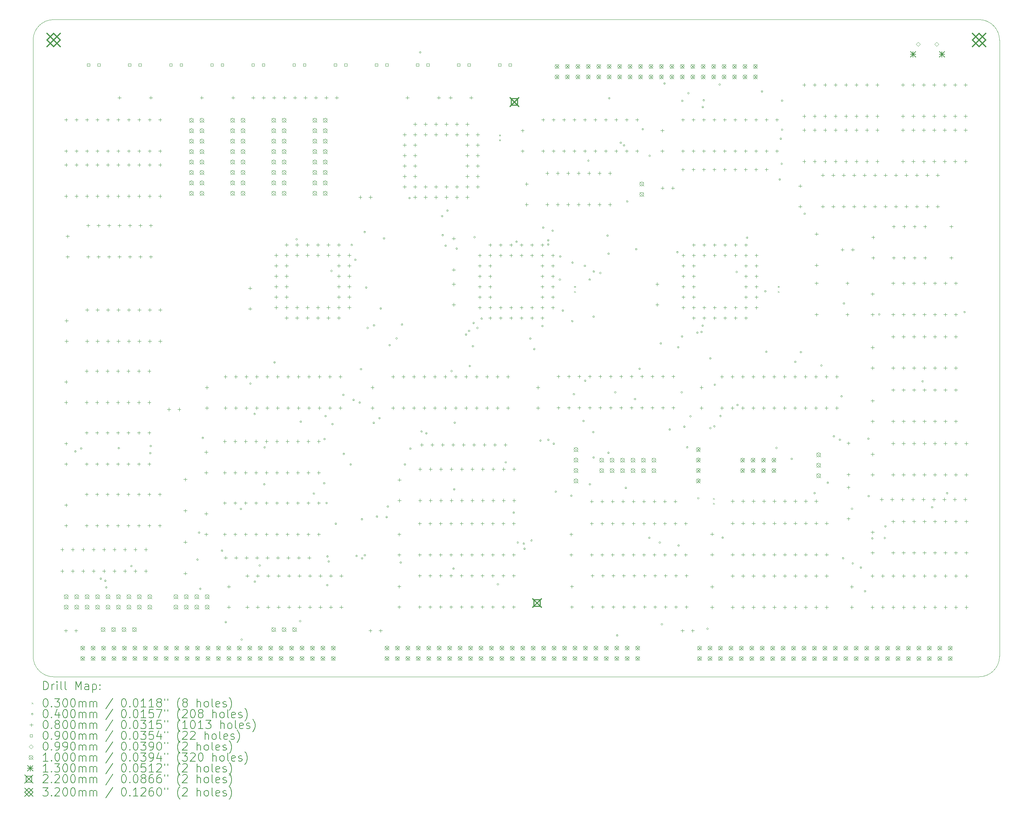
<source format=gbr>
%TF.GenerationSoftware,KiCad,Pcbnew,(6.0.11)*%
%TF.CreationDate,2023-06-28T20:07:11-04:00*%
%TF.ProjectId,processor.Z80,70726f63-6573-4736-9f72-2e5a38302e6b,rev?*%
%TF.SameCoordinates,Original*%
%TF.FileFunction,Drillmap*%
%TF.FilePolarity,Positive*%
%FSLAX45Y45*%
G04 Gerber Fmt 4.5, Leading zero omitted, Abs format (unit mm)*
G04 Created by KiCad (PCBNEW (6.0.11)) date 2023-06-28 20:07:11*
%MOMM*%
%LPD*%
G01*
G04 APERTURE LIST*
%ADD10C,0.050000*%
%ADD11C,0.200000*%
%ADD12C,0.030000*%
%ADD13C,0.040000*%
%ADD14C,0.080000*%
%ADD15C,0.090000*%
%ADD16C,0.099000*%
%ADD17C,0.100000*%
%ADD18C,0.130000*%
%ADD19C,0.220000*%
%ADD20C,0.320000*%
G04 APERTURE END LIST*
D10*
X3500000Y-7500000D02*
X3500000Y-22500000D01*
X4000000Y-23000000D02*
X26500000Y-23000000D01*
X27000000Y-22500000D02*
X27000000Y-7500000D01*
X26500000Y-7000000D02*
X4000000Y-7000000D01*
X26500000Y-23000000D02*
G75*
G03*
X27000000Y-22500000I0J500000D01*
G01*
X3500000Y-22500000D02*
G75*
G03*
X4000000Y-23000000I500000J0D01*
G01*
X4000000Y-7000000D02*
G75*
G03*
X3500000Y-7500000I0J-500000D01*
G01*
X27000000Y-7500000D02*
G75*
G03*
X26500000Y-7000000I-500000J0D01*
G01*
D11*
D12*
X14835000Y-9800000D02*
X14865000Y-9830000D01*
X14865000Y-9800000D02*
X14835000Y-9830000D01*
X14835000Y-9920000D02*
X14865000Y-9950000D01*
X14865000Y-9920000D02*
X14835000Y-9950000D01*
X16660000Y-13490000D02*
X16690000Y-13520000D01*
X16690000Y-13490000D02*
X16660000Y-13520000D01*
X16660000Y-13610000D02*
X16690000Y-13640000D01*
X16690000Y-13610000D02*
X16660000Y-13640000D01*
X20035000Y-18650000D02*
X20065000Y-18680000D01*
X20065000Y-18650000D02*
X20035000Y-18680000D01*
X20035000Y-18770000D02*
X20065000Y-18800000D01*
X20065000Y-18770000D02*
X20035000Y-18800000D01*
X21610000Y-13490000D02*
X21640000Y-13520000D01*
X21640000Y-13490000D02*
X21610000Y-13520000D01*
X21610000Y-13610000D02*
X21640000Y-13640000D01*
X21640000Y-13610000D02*
X21610000Y-13640000D01*
D13*
X4546720Y-17514100D02*
G75*
G03*
X4546720Y-17514100I-20000J0D01*
G01*
X4688530Y-17440340D02*
G75*
G03*
X4688530Y-17440340I-20000J0D01*
G01*
X5166830Y-20610170D02*
G75*
G03*
X5166830Y-20610170I-20000J0D01*
G01*
X5275880Y-20661290D02*
G75*
G03*
X5275880Y-20661290I-20000J0D01*
G01*
X5298080Y-20821610D02*
G75*
G03*
X5298080Y-20821610I-20000J0D01*
G01*
X5602460Y-17434530D02*
G75*
G03*
X5602460Y-17434530I-20000J0D01*
G01*
X5909940Y-20303860D02*
G75*
G03*
X5909940Y-20303860I-20000J0D01*
G01*
X6367480Y-17554970D02*
G75*
G03*
X6367480Y-17554970I-20000J0D01*
G01*
X6379630Y-17382260D02*
G75*
G03*
X6379630Y-17382260I-20000J0D01*
G01*
X7515560Y-20147320D02*
G75*
G03*
X7515560Y-20147320I-20000J0D01*
G01*
X7556100Y-19489940D02*
G75*
G03*
X7556100Y-19489940I-20000J0D01*
G01*
X7583840Y-20858460D02*
G75*
G03*
X7583840Y-20858460I-20000J0D01*
G01*
X7647010Y-17183410D02*
G75*
G03*
X7647010Y-17183410I-20000J0D01*
G01*
X8112300Y-19929300D02*
G75*
G03*
X8112300Y-19929300I-20000J0D01*
G01*
X8205190Y-21669440D02*
G75*
G03*
X8205190Y-21669440I-20000J0D01*
G01*
X8572980Y-18913010D02*
G75*
G03*
X8572980Y-18913010I-20000J0D01*
G01*
X8590790Y-22092590D02*
G75*
G03*
X8590790Y-22092590I-20000J0D01*
G01*
X8804180Y-15861570D02*
G75*
G03*
X8804180Y-15861570I-20000J0D01*
G01*
X8905800Y-16599820D02*
G75*
G03*
X8905800Y-16599820I-20000J0D01*
G01*
X8911950Y-20684300D02*
G75*
G03*
X8911950Y-20684300I-20000J0D01*
G01*
X9031120Y-20289210D02*
G75*
G03*
X9031120Y-20289210I-20000J0D01*
G01*
X9141400Y-18314540D02*
G75*
G03*
X9141400Y-18314540I-20000J0D01*
G01*
X9150000Y-17414440D02*
G75*
G03*
X9150000Y-17414440I-20000J0D01*
G01*
X9391310Y-15344730D02*
G75*
G03*
X9391310Y-15344730I-20000J0D01*
G01*
X9927940Y-12346850D02*
G75*
G03*
X9927940Y-12346850I-20000J0D01*
G01*
X10011850Y-21644810D02*
G75*
G03*
X10011850Y-21644810I-20000J0D01*
G01*
X10027170Y-16790410D02*
G75*
G03*
X10027170Y-16790410I-20000J0D01*
G01*
X10347670Y-18537200D02*
G75*
G03*
X10347670Y-18537200I-20000J0D01*
G01*
X10598410Y-18285800D02*
G75*
G03*
X10598410Y-18285800I-20000J0D01*
G01*
X10607670Y-17213970D02*
G75*
G03*
X10607670Y-17213970I-20000J0D01*
G01*
X10632250Y-16653220D02*
G75*
G03*
X10632250Y-16653220I-20000J0D01*
G01*
X10655550Y-18768700D02*
G75*
G03*
X10655550Y-18768700I-20000J0D01*
G01*
X10671220Y-20767270D02*
G75*
G03*
X10671220Y-20767270I-20000J0D01*
G01*
X10678810Y-20071200D02*
G75*
G03*
X10678810Y-20071200I-20000J0D01*
G01*
X10708240Y-20192910D02*
G75*
G03*
X10708240Y-20192910I-20000J0D01*
G01*
X10774200Y-13118470D02*
G75*
G03*
X10774200Y-13118470I-20000J0D01*
G01*
X10798200Y-16849170D02*
G75*
G03*
X10798200Y-16849170I-20000J0D01*
G01*
X10880910Y-19272930D02*
G75*
G03*
X10880910Y-19272930I-20000J0D01*
G01*
X11064850Y-16136160D02*
G75*
G03*
X11064850Y-16136160I-20000J0D01*
G01*
X11074750Y-17573650D02*
G75*
G03*
X11074750Y-17573650I-20000J0D01*
G01*
X11243300Y-17829070D02*
G75*
G03*
X11243300Y-17829070I-20000J0D01*
G01*
X11268070Y-12485560D02*
G75*
G03*
X11268070Y-12485560I-20000J0D01*
G01*
X11311540Y-16257760D02*
G75*
G03*
X11311540Y-16257760I-20000J0D01*
G01*
X11354630Y-12847590D02*
G75*
G03*
X11354630Y-12847590I-20000J0D01*
G01*
X11385420Y-20058180D02*
G75*
G03*
X11385420Y-20058180I-20000J0D01*
G01*
X11461550Y-16324250D02*
G75*
G03*
X11461550Y-16324250I-20000J0D01*
G01*
X11493240Y-15509770D02*
G75*
G03*
X11493240Y-15509770I-20000J0D01*
G01*
X11516000Y-19164030D02*
G75*
G03*
X11516000Y-19164030I-20000J0D01*
G01*
X11519510Y-20115910D02*
G75*
G03*
X11519510Y-20115910I-20000J0D01*
G01*
X11582380Y-12170900D02*
G75*
G03*
X11582380Y-12170900I-20000J0D01*
G01*
X11585150Y-20039980D02*
G75*
G03*
X11585150Y-20039980I-20000J0D01*
G01*
X11619960Y-13523740D02*
G75*
G03*
X11619960Y-13523740I-20000J0D01*
G01*
X11655640Y-14506340D02*
G75*
G03*
X11655640Y-14506340I-20000J0D01*
G01*
X11804550Y-16817120D02*
G75*
G03*
X11804550Y-16817120I-20000J0D01*
G01*
X11809590Y-14442460D02*
G75*
G03*
X11809590Y-14442460I-20000J0D01*
G01*
X11879890Y-19099860D02*
G75*
G03*
X11879890Y-19099860I-20000J0D01*
G01*
X11942850Y-16702120D02*
G75*
G03*
X11942850Y-16702120I-20000J0D01*
G01*
X11973180Y-14032680D02*
G75*
G03*
X11973180Y-14032680I-20000J0D01*
G01*
X12053210Y-12324450D02*
G75*
G03*
X12053210Y-12324450I-20000J0D01*
G01*
X12116000Y-19111910D02*
G75*
G03*
X12116000Y-19111910I-20000J0D01*
G01*
X12144290Y-18853890D02*
G75*
G03*
X12144290Y-18853890I-20000J0D01*
G01*
X12191360Y-14927020D02*
G75*
G03*
X12191360Y-14927020I-20000J0D01*
G01*
X12359130Y-14761040D02*
G75*
G03*
X12359130Y-14761040I-20000J0D01*
G01*
X12458960Y-20217930D02*
G75*
G03*
X12458960Y-20217930I-20000J0D01*
G01*
X12491650Y-14423300D02*
G75*
G03*
X12491650Y-14423300I-20000J0D01*
G01*
X12560970Y-17829070D02*
G75*
G03*
X12560970Y-17829070I-20000J0D01*
G01*
X12675220Y-11343690D02*
G75*
G03*
X12675220Y-11343690I-20000J0D01*
G01*
X12691100Y-17444770D02*
G75*
G03*
X12691100Y-17444770I-20000J0D01*
G01*
X12932020Y-7797980D02*
G75*
G03*
X12932020Y-7797980I-20000J0D01*
G01*
X12963820Y-17026860D02*
G75*
G03*
X12963820Y-17026860I-20000J0D01*
G01*
X13081920Y-17072240D02*
G75*
G03*
X13081920Y-17072240I-20000J0D01*
G01*
X13466190Y-11783020D02*
G75*
G03*
X13466190Y-11783020I-20000J0D01*
G01*
X13479250Y-12247710D02*
G75*
G03*
X13479250Y-12247710I-20000J0D01*
G01*
X13548270Y-12505180D02*
G75*
G03*
X13548270Y-12505180I-20000J0D01*
G01*
X13597380Y-11650350D02*
G75*
G03*
X13597380Y-11650350I-20000J0D01*
G01*
X13696090Y-15557310D02*
G75*
G03*
X13696090Y-15557310I-20000J0D01*
G01*
X13741080Y-20366970D02*
G75*
G03*
X13741080Y-20366970I-20000J0D01*
G01*
X13759750Y-18433490D02*
G75*
G03*
X13759750Y-18433490I-20000J0D01*
G01*
X13772140Y-16812490D02*
G75*
G03*
X13772140Y-16812490I-20000J0D01*
G01*
X13819550Y-12573920D02*
G75*
G03*
X13819550Y-12573920I-20000J0D01*
G01*
X14046770Y-14665410D02*
G75*
G03*
X14046770Y-14665410I-20000J0D01*
G01*
X14121460Y-14580540D02*
G75*
G03*
X14121460Y-14580540I-20000J0D01*
G01*
X14139270Y-15434890D02*
G75*
G03*
X14139270Y-15434890I-20000J0D01*
G01*
X14213770Y-14952460D02*
G75*
G03*
X14213770Y-14952460I-20000J0D01*
G01*
X14231720Y-14386870D02*
G75*
G03*
X14231720Y-14386870I-20000J0D01*
G01*
X14254340Y-12296920D02*
G75*
G03*
X14254340Y-12296920I-20000J0D01*
G01*
X14322910Y-14507260D02*
G75*
G03*
X14322910Y-14507260I-20000J0D01*
G01*
X14425930Y-14280280D02*
G75*
G03*
X14425930Y-14280280I-20000J0D01*
G01*
X14820810Y-20747020D02*
G75*
G03*
X14820810Y-20747020I-20000J0D01*
G01*
X15014260Y-17775760D02*
G75*
G03*
X15014260Y-17775760I-20000J0D01*
G01*
X15207480Y-19004020D02*
G75*
G03*
X15207480Y-19004020I-20000J0D01*
G01*
X15275330Y-12409480D02*
G75*
G03*
X15275330Y-12409480I-20000J0D01*
G01*
X15305990Y-19731150D02*
G75*
G03*
X15305990Y-19731150I-20000J0D01*
G01*
X15451020Y-19758700D02*
G75*
G03*
X15451020Y-19758700I-20000J0D01*
G01*
X15469360Y-19880760D02*
G75*
G03*
X15469360Y-19880760I-20000J0D01*
G01*
X15611200Y-14764420D02*
G75*
G03*
X15611200Y-14764420I-20000J0D01*
G01*
X15641060Y-19682040D02*
G75*
G03*
X15641060Y-19682040I-20000J0D01*
G01*
X15705070Y-15021400D02*
G75*
G03*
X15705070Y-15021400I-20000J0D01*
G01*
X15856450Y-17248820D02*
G75*
G03*
X15856450Y-17248820I-20000J0D01*
G01*
X15903880Y-14460460D02*
G75*
G03*
X15903880Y-14460460I-20000J0D01*
G01*
X15926000Y-12065700D02*
G75*
G03*
X15926000Y-12065700I-20000J0D01*
G01*
X16044800Y-12372930D02*
G75*
G03*
X16044800Y-12372930I-20000J0D01*
G01*
X16044800Y-12472950D02*
G75*
G03*
X16044800Y-12472950I-20000J0D01*
G01*
X16048930Y-17231960D02*
G75*
G03*
X16048930Y-17231960I-20000J0D01*
G01*
X16152060Y-12138210D02*
G75*
G03*
X16152060Y-12138210I-20000J0D01*
G01*
X16179960Y-17325670D02*
G75*
G03*
X16179960Y-17325670I-20000J0D01*
G01*
X16229670Y-18494540D02*
G75*
G03*
X16229670Y-18494540I-20000J0D01*
G01*
X16328650Y-13330800D02*
G75*
G03*
X16328650Y-13330800I-20000J0D01*
G01*
X16340170Y-12767480D02*
G75*
G03*
X16340170Y-12767480I-20000J0D01*
G01*
X16402560Y-14082840D02*
G75*
G03*
X16402560Y-14082840I-20000J0D01*
G01*
X16606280Y-18592480D02*
G75*
G03*
X16606280Y-18592480I-20000J0D01*
G01*
X16629610Y-14342080D02*
G75*
G03*
X16629610Y-14342080I-20000J0D01*
G01*
X16635370Y-12916470D02*
G75*
G03*
X16635370Y-12916470I-20000J0D01*
G01*
X16669660Y-16117910D02*
G75*
G03*
X16669660Y-16117910I-20000J0D01*
G01*
X16903140Y-16773850D02*
G75*
G03*
X16903140Y-16773850I-20000J0D01*
G01*
X16937270Y-12993990D02*
G75*
G03*
X16937270Y-12993990I-20000J0D01*
G01*
X16945070Y-15792610D02*
G75*
G03*
X16945070Y-15792610I-20000J0D01*
G01*
X17021110Y-10434500D02*
G75*
G03*
X17021110Y-10434500I-20000J0D01*
G01*
X17054580Y-13330800D02*
G75*
G03*
X17054580Y-13330800I-20000J0D01*
G01*
X17059410Y-18313860D02*
G75*
G03*
X17059410Y-18313860I-20000J0D01*
G01*
X17139090Y-17043550D02*
G75*
G03*
X17139090Y-17043550I-20000J0D01*
G01*
X17146510Y-17662090D02*
G75*
G03*
X17146510Y-17662090I-20000J0D01*
G01*
X17148570Y-14229940D02*
G75*
G03*
X17148570Y-14229940I-20000J0D01*
G01*
X17154420Y-13131450D02*
G75*
G03*
X17154420Y-13131450I-20000J0D01*
G01*
X17312090Y-13168620D02*
G75*
G03*
X17312090Y-13168620I-20000J0D01*
G01*
X17487710Y-12260120D02*
G75*
G03*
X17487710Y-12260120I-20000J0D01*
G01*
X17511010Y-17544970D02*
G75*
G03*
X17511010Y-17544970I-20000J0D01*
G01*
X17511750Y-12698530D02*
G75*
G03*
X17511750Y-12698530I-20000J0D01*
G01*
X17527620Y-8915660D02*
G75*
G03*
X17527620Y-8915660I-20000J0D01*
G01*
X17675380Y-16072440D02*
G75*
G03*
X17675380Y-16072440I-20000J0D01*
G01*
X17721200Y-21993430D02*
G75*
G03*
X17721200Y-21993430I-20000J0D01*
G01*
X17808420Y-9998240D02*
G75*
G03*
X17808420Y-9998240I-20000J0D01*
G01*
X17887910Y-10060200D02*
G75*
G03*
X17887910Y-10060200I-20000J0D01*
G01*
X17934000Y-18401170D02*
G75*
G03*
X17934000Y-18401170I-20000J0D01*
G01*
X17965340Y-11425400D02*
G75*
G03*
X17965340Y-11425400I-20000J0D01*
G01*
X18156410Y-16237100D02*
G75*
G03*
X18156410Y-16237100I-20000J0D01*
G01*
X18186650Y-12589630D02*
G75*
G03*
X18186650Y-12589630I-20000J0D01*
G01*
X18266910Y-15500240D02*
G75*
G03*
X18266910Y-15500240I-20000J0D01*
G01*
X18343840Y-9668310D02*
G75*
G03*
X18343840Y-9668310I-20000J0D01*
G01*
X18503490Y-19618740D02*
G75*
G03*
X18503490Y-19618740I-20000J0D01*
G01*
X18511930Y-10316800D02*
G75*
G03*
X18511930Y-10316800I-20000J0D01*
G01*
X18758700Y-19730910D02*
G75*
G03*
X18758700Y-19730910I-20000J0D01*
G01*
X18780350Y-14884250D02*
G75*
G03*
X18780350Y-14884250I-20000J0D01*
G01*
X18809490Y-21719490D02*
G75*
G03*
X18809490Y-21719490I-20000J0D01*
G01*
X18873360Y-8553080D02*
G75*
G03*
X18873360Y-8553080I-20000J0D01*
G01*
X18999820Y-16981410D02*
G75*
G03*
X18999820Y-16981410I-20000J0D01*
G01*
X19187780Y-12662720D02*
G75*
G03*
X19187780Y-12662720I-20000J0D01*
G01*
X19207400Y-14975270D02*
G75*
G03*
X19207400Y-14975270I-20000J0D01*
G01*
X19214280Y-19804330D02*
G75*
G03*
X19214280Y-19804330I-20000J0D01*
G01*
X19291990Y-16072440D02*
G75*
G03*
X19291990Y-16072440I-20000J0D01*
G01*
X19300560Y-14713500D02*
G75*
G03*
X19300560Y-14713500I-20000J0D01*
G01*
X19303330Y-8978340D02*
G75*
G03*
X19303330Y-8978340I-20000J0D01*
G01*
X19356000Y-16908890D02*
G75*
G03*
X19356000Y-16908890I-20000J0D01*
G01*
X19424690Y-17413650D02*
G75*
G03*
X19424690Y-17413650I-20000J0D01*
G01*
X19454510Y-8791610D02*
G75*
G03*
X19454510Y-8791610I-20000J0D01*
G01*
X19503550Y-16656330D02*
G75*
G03*
X19503550Y-16656330I-20000J0D01*
G01*
X19671410Y-14620550D02*
G75*
G03*
X19671410Y-14620550I-20000J0D01*
G01*
X19692250Y-18654880D02*
G75*
G03*
X19692250Y-18654880I-20000J0D01*
G01*
X19772000Y-14604460D02*
G75*
G03*
X19772000Y-14604460I-20000J0D01*
G01*
X19801190Y-14450550D02*
G75*
G03*
X19801190Y-14450550I-20000J0D01*
G01*
X19804870Y-9129300D02*
G75*
G03*
X19804870Y-9129300I-20000J0D01*
G01*
X19826900Y-8962930D02*
G75*
G03*
X19826900Y-8962930I-20000J0D01*
G01*
X19919510Y-21830920D02*
G75*
G03*
X19919510Y-21830920I-20000J0D01*
G01*
X19985930Y-16945220D02*
G75*
G03*
X19985930Y-16945220I-20000J0D01*
G01*
X19989630Y-15246930D02*
G75*
G03*
X19989630Y-15246930I-20000J0D01*
G01*
X20085940Y-16902900D02*
G75*
G03*
X20085940Y-16902900I-20000J0D01*
G01*
X20096790Y-15891980D02*
G75*
G03*
X20096790Y-15891980I-20000J0D01*
G01*
X20214190Y-8580970D02*
G75*
G03*
X20214190Y-8580970I-20000J0D01*
G01*
X20233480Y-16650340D02*
G75*
G03*
X20233480Y-16650340I-20000J0D01*
G01*
X20288740Y-19613380D02*
G75*
G03*
X20288740Y-19613380I-20000J0D01*
G01*
X20628610Y-13144270D02*
G75*
G03*
X20628610Y-13144270I-20000J0D01*
G01*
X20649180Y-16382020D02*
G75*
G03*
X20649180Y-16382020I-20000J0D01*
G01*
X20881020Y-12310890D02*
G75*
G03*
X20881020Y-12310890I-20000J0D01*
G01*
X21243520Y-8748280D02*
G75*
G03*
X21243520Y-8748280I-20000J0D01*
G01*
X21326140Y-13614250D02*
G75*
G03*
X21326140Y-13614250I-20000J0D01*
G01*
X21349200Y-15088070D02*
G75*
G03*
X21349200Y-15088070I-20000J0D01*
G01*
X21594510Y-17428370D02*
G75*
G03*
X21594510Y-17428370I-20000J0D01*
G01*
X21675610Y-10888930D02*
G75*
G03*
X21675610Y-10888930I-20000J0D01*
G01*
X21700240Y-9900780D02*
G75*
G03*
X21700240Y-9900780I-20000J0D01*
G01*
X21724170Y-10511420D02*
G75*
G03*
X21724170Y-10511420I-20000J0D01*
G01*
X21732310Y-8975860D02*
G75*
G03*
X21732310Y-8975860I-20000J0D01*
G01*
X21732500Y-9681510D02*
G75*
G03*
X21732500Y-9681510I-20000J0D01*
G01*
X21965780Y-17694650D02*
G75*
G03*
X21965780Y-17694650I-20000J0D01*
G01*
X22054030Y-15333620D02*
G75*
G03*
X22054030Y-15333620I-20000J0D01*
G01*
X22189380Y-15095720D02*
G75*
G03*
X22189380Y-15095720I-20000J0D01*
G01*
X22281590Y-11728250D02*
G75*
G03*
X22281590Y-11728250I-20000J0D01*
G01*
X22521110Y-18528470D02*
G75*
G03*
X22521110Y-18528470I-20000J0D01*
G01*
X22688570Y-15422500D02*
G75*
G03*
X22688570Y-15422500I-20000J0D01*
G01*
X22842910Y-18275480D02*
G75*
G03*
X22842910Y-18275480I-20000J0D01*
G01*
X22991820Y-17145120D02*
G75*
G03*
X22991820Y-17145120I-20000J0D01*
G01*
X23137570Y-17228350D02*
G75*
G03*
X23137570Y-17228350I-20000J0D01*
G01*
X23178250Y-16172690D02*
G75*
G03*
X23178250Y-16172690I-20000J0D01*
G01*
X23216060Y-20114390D02*
G75*
G03*
X23216060Y-20114390I-20000J0D01*
G01*
X23235640Y-13908940D02*
G75*
G03*
X23235640Y-13908940I-20000J0D01*
G01*
X23432530Y-18910060D02*
G75*
G03*
X23432530Y-18910060I-20000J0D01*
G01*
X23451000Y-20238970D02*
G75*
G03*
X23451000Y-20238970I-20000J0D01*
G01*
X23648930Y-20339130D02*
G75*
G03*
X23648930Y-20339130I-20000J0D01*
G01*
X23748140Y-20916410D02*
G75*
G03*
X23748140Y-20916410I-20000J0D01*
G01*
X23832610Y-17203600D02*
G75*
G03*
X23832610Y-17203600I-20000J0D01*
G01*
X23837480Y-18601790D02*
G75*
G03*
X23837480Y-18601790I-20000J0D01*
G01*
X23926130Y-19631340D02*
G75*
G03*
X23926130Y-19631340I-20000J0D01*
G01*
X24094590Y-14177450D02*
G75*
G03*
X24094590Y-14177450I-20000J0D01*
G01*
X24229960Y-19620570D02*
G75*
G03*
X24229960Y-19620570I-20000J0D01*
G01*
X24245340Y-19334740D02*
G75*
G03*
X24245340Y-19334740I-20000J0D01*
G01*
X25148560Y-15805520D02*
G75*
G03*
X25148560Y-15805520I-20000J0D01*
G01*
X25381500Y-18869770D02*
G75*
G03*
X25381500Y-18869770I-20000J0D01*
G01*
X25745440Y-18530170D02*
G75*
G03*
X25745440Y-18530170I-20000J0D01*
G01*
X26171350Y-14121170D02*
G75*
G03*
X26171350Y-14121170I-20000J0D01*
G01*
D14*
X4207500Y-19860000D02*
X4207500Y-19940000D01*
X4167500Y-19900000D02*
X4247500Y-19900000D01*
X4207500Y-20385000D02*
X4207500Y-20465000D01*
X4167500Y-20425000D02*
X4247500Y-20425000D01*
X4292960Y-21835000D02*
X4292960Y-21915000D01*
X4252960Y-21875000D02*
X4332960Y-21875000D01*
X4300000Y-9398000D02*
X4300000Y-9478000D01*
X4260000Y-9438000D02*
X4340000Y-9438000D01*
X4300000Y-10160000D02*
X4300000Y-10240000D01*
X4260000Y-10200000D02*
X4340000Y-10200000D01*
X4300000Y-10498000D02*
X4300000Y-10578000D01*
X4260000Y-10538000D02*
X4340000Y-10538000D01*
X4300000Y-11260000D02*
X4300000Y-11340000D01*
X4260000Y-11300000D02*
X4340000Y-11300000D01*
X4300000Y-15780000D02*
X4300000Y-15860000D01*
X4260000Y-15820000D02*
X4340000Y-15820000D01*
X4300000Y-16280000D02*
X4300000Y-16360000D01*
X4260000Y-16320000D02*
X4340000Y-16320000D01*
X4300000Y-17280000D02*
X4300000Y-17360000D01*
X4260000Y-17320000D02*
X4340000Y-17320000D01*
X4300000Y-17780000D02*
X4300000Y-17860000D01*
X4260000Y-17820000D02*
X4340000Y-17820000D01*
X4300000Y-18780000D02*
X4300000Y-18860000D01*
X4260000Y-18820000D02*
X4340000Y-18820000D01*
X4300000Y-19280000D02*
X4300000Y-19360000D01*
X4260000Y-19320000D02*
X4340000Y-19320000D01*
X4312500Y-14290000D02*
X4312500Y-14370000D01*
X4272500Y-14330000D02*
X4352500Y-14330000D01*
X4312500Y-14790000D02*
X4312500Y-14870000D01*
X4272500Y-14830000D02*
X4352500Y-14830000D01*
X4337500Y-12235000D02*
X4337500Y-12315000D01*
X4297500Y-12275000D02*
X4377500Y-12275000D01*
X4337500Y-12735000D02*
X4337500Y-12815000D01*
X4297500Y-12775000D02*
X4377500Y-12775000D01*
X4461500Y-19860000D02*
X4461500Y-19940000D01*
X4421500Y-19900000D02*
X4501500Y-19900000D01*
X4461500Y-20385000D02*
X4461500Y-20465000D01*
X4421500Y-20425000D02*
X4501500Y-20425000D01*
X4542960Y-21835000D02*
X4542960Y-21915000D01*
X4502960Y-21875000D02*
X4582960Y-21875000D01*
X4554000Y-9398000D02*
X4554000Y-9478000D01*
X4514000Y-9438000D02*
X4594000Y-9438000D01*
X4554000Y-10160000D02*
X4554000Y-10240000D01*
X4514000Y-10200000D02*
X4594000Y-10200000D01*
X4554000Y-10498000D02*
X4554000Y-10578000D01*
X4514000Y-10538000D02*
X4594000Y-10538000D01*
X4554000Y-11260000D02*
X4554000Y-11340000D01*
X4514000Y-11300000D02*
X4594000Y-11300000D01*
X4715500Y-19860000D02*
X4715500Y-19940000D01*
X4675500Y-19900000D02*
X4755500Y-19900000D01*
X4715500Y-20385000D02*
X4715500Y-20465000D01*
X4675500Y-20425000D02*
X4755500Y-20425000D01*
X4800000Y-15518000D02*
X4800000Y-15598000D01*
X4760000Y-15558000D02*
X4840000Y-15558000D01*
X4800000Y-16280000D02*
X4800000Y-16360000D01*
X4760000Y-16320000D02*
X4840000Y-16320000D01*
X4800000Y-17018000D02*
X4800000Y-17098000D01*
X4760000Y-17058000D02*
X4840000Y-17058000D01*
X4800000Y-17780000D02*
X4800000Y-17860000D01*
X4760000Y-17820000D02*
X4840000Y-17820000D01*
X4800000Y-18518000D02*
X4800000Y-18598000D01*
X4760000Y-18558000D02*
X4840000Y-18558000D01*
X4800000Y-19280000D02*
X4800000Y-19360000D01*
X4760000Y-19320000D02*
X4840000Y-19320000D01*
X4808000Y-9398000D02*
X4808000Y-9478000D01*
X4768000Y-9438000D02*
X4848000Y-9438000D01*
X4808000Y-10160000D02*
X4808000Y-10240000D01*
X4768000Y-10200000D02*
X4848000Y-10200000D01*
X4808000Y-10498000D02*
X4808000Y-10578000D01*
X4768000Y-10538000D02*
X4848000Y-10538000D01*
X4808000Y-11260000D02*
X4808000Y-11340000D01*
X4768000Y-11300000D02*
X4848000Y-11300000D01*
X4812500Y-14028000D02*
X4812500Y-14108000D01*
X4772500Y-14068000D02*
X4852500Y-14068000D01*
X4812500Y-14790000D02*
X4812500Y-14870000D01*
X4772500Y-14830000D02*
X4852500Y-14830000D01*
X4837500Y-11973000D02*
X4837500Y-12053000D01*
X4797500Y-12013000D02*
X4877500Y-12013000D01*
X4837500Y-12735000D02*
X4837500Y-12815000D01*
X4797500Y-12775000D02*
X4877500Y-12775000D01*
X4969500Y-19860000D02*
X4969500Y-19940000D01*
X4929500Y-19900000D02*
X5009500Y-19900000D01*
X4969500Y-20385000D02*
X4969500Y-20465000D01*
X4929500Y-20425000D02*
X5009500Y-20425000D01*
X5054000Y-15518000D02*
X5054000Y-15598000D01*
X5014000Y-15558000D02*
X5094000Y-15558000D01*
X5054000Y-16280000D02*
X5054000Y-16360000D01*
X5014000Y-16320000D02*
X5094000Y-16320000D01*
X5054000Y-17018000D02*
X5054000Y-17098000D01*
X5014000Y-17058000D02*
X5094000Y-17058000D01*
X5054000Y-17780000D02*
X5054000Y-17860000D01*
X5014000Y-17820000D02*
X5094000Y-17820000D01*
X5054000Y-18518000D02*
X5054000Y-18598000D01*
X5014000Y-18558000D02*
X5094000Y-18558000D01*
X5054000Y-19280000D02*
X5054000Y-19360000D01*
X5014000Y-19320000D02*
X5094000Y-19320000D01*
X5062000Y-9398000D02*
X5062000Y-9478000D01*
X5022000Y-9438000D02*
X5102000Y-9438000D01*
X5062000Y-10160000D02*
X5062000Y-10240000D01*
X5022000Y-10200000D02*
X5102000Y-10200000D01*
X5062000Y-10498000D02*
X5062000Y-10578000D01*
X5022000Y-10538000D02*
X5102000Y-10538000D01*
X5062000Y-11260000D02*
X5062000Y-11340000D01*
X5022000Y-11300000D02*
X5102000Y-11300000D01*
X5066500Y-14028000D02*
X5066500Y-14108000D01*
X5026500Y-14068000D02*
X5106500Y-14068000D01*
X5066500Y-14790000D02*
X5066500Y-14870000D01*
X5026500Y-14830000D02*
X5106500Y-14830000D01*
X5091500Y-11973000D02*
X5091500Y-12053000D01*
X5051500Y-12013000D02*
X5131500Y-12013000D01*
X5091500Y-12735000D02*
X5091500Y-12815000D01*
X5051500Y-12775000D02*
X5131500Y-12775000D01*
X5223500Y-19860000D02*
X5223500Y-19940000D01*
X5183500Y-19900000D02*
X5263500Y-19900000D01*
X5223500Y-20385000D02*
X5223500Y-20465000D01*
X5183500Y-20425000D02*
X5263500Y-20425000D01*
X5308000Y-15518000D02*
X5308000Y-15598000D01*
X5268000Y-15558000D02*
X5348000Y-15558000D01*
X5308000Y-16280000D02*
X5308000Y-16360000D01*
X5268000Y-16320000D02*
X5348000Y-16320000D01*
X5308000Y-17018000D02*
X5308000Y-17098000D01*
X5268000Y-17058000D02*
X5348000Y-17058000D01*
X5308000Y-17780000D02*
X5308000Y-17860000D01*
X5268000Y-17820000D02*
X5348000Y-17820000D01*
X5308000Y-18518000D02*
X5308000Y-18598000D01*
X5268000Y-18558000D02*
X5348000Y-18558000D01*
X5308000Y-19280000D02*
X5308000Y-19360000D01*
X5268000Y-19320000D02*
X5348000Y-19320000D01*
X5316000Y-9398000D02*
X5316000Y-9478000D01*
X5276000Y-9438000D02*
X5356000Y-9438000D01*
X5316000Y-10160000D02*
X5316000Y-10240000D01*
X5276000Y-10200000D02*
X5356000Y-10200000D01*
X5316000Y-10498000D02*
X5316000Y-10578000D01*
X5276000Y-10538000D02*
X5356000Y-10538000D01*
X5316000Y-11260000D02*
X5316000Y-11340000D01*
X5276000Y-11300000D02*
X5356000Y-11300000D01*
X5320500Y-14028000D02*
X5320500Y-14108000D01*
X5280500Y-14068000D02*
X5360500Y-14068000D01*
X5320500Y-14790000D02*
X5320500Y-14870000D01*
X5280500Y-14830000D02*
X5360500Y-14830000D01*
X5345500Y-11973000D02*
X5345500Y-12053000D01*
X5305500Y-12013000D02*
X5385500Y-12013000D01*
X5345500Y-12735000D02*
X5345500Y-12815000D01*
X5305500Y-12775000D02*
X5385500Y-12775000D01*
X5477500Y-19860000D02*
X5477500Y-19940000D01*
X5437500Y-19900000D02*
X5517500Y-19900000D01*
X5477500Y-20385000D02*
X5477500Y-20465000D01*
X5437500Y-20425000D02*
X5517500Y-20425000D01*
X5562000Y-15518000D02*
X5562000Y-15598000D01*
X5522000Y-15558000D02*
X5602000Y-15558000D01*
X5562000Y-16280000D02*
X5562000Y-16360000D01*
X5522000Y-16320000D02*
X5602000Y-16320000D01*
X5562000Y-17018000D02*
X5562000Y-17098000D01*
X5522000Y-17058000D02*
X5602000Y-17058000D01*
X5562000Y-17780000D02*
X5562000Y-17860000D01*
X5522000Y-17820000D02*
X5602000Y-17820000D01*
X5562000Y-18518000D02*
X5562000Y-18598000D01*
X5522000Y-18558000D02*
X5602000Y-18558000D01*
X5562000Y-19280000D02*
X5562000Y-19360000D01*
X5522000Y-19320000D02*
X5602000Y-19320000D01*
X5570000Y-9398000D02*
X5570000Y-9478000D01*
X5530000Y-9438000D02*
X5610000Y-9438000D01*
X5570000Y-10160000D02*
X5570000Y-10240000D01*
X5530000Y-10200000D02*
X5610000Y-10200000D01*
X5570000Y-10498000D02*
X5570000Y-10578000D01*
X5530000Y-10538000D02*
X5610000Y-10538000D01*
X5570000Y-11260000D02*
X5570000Y-11340000D01*
X5530000Y-11300000D02*
X5610000Y-11300000D01*
X5574500Y-14028000D02*
X5574500Y-14108000D01*
X5534500Y-14068000D02*
X5614500Y-14068000D01*
X5574500Y-14790000D02*
X5574500Y-14870000D01*
X5534500Y-14830000D02*
X5614500Y-14830000D01*
X5599500Y-11973000D02*
X5599500Y-12053000D01*
X5559500Y-12013000D02*
X5639500Y-12013000D01*
X5599500Y-12735000D02*
X5599500Y-12815000D01*
X5559500Y-12775000D02*
X5639500Y-12775000D01*
X5600000Y-8860000D02*
X5600000Y-8940000D01*
X5560000Y-8900000D02*
X5640000Y-8900000D01*
X5731500Y-19860000D02*
X5731500Y-19940000D01*
X5691500Y-19900000D02*
X5771500Y-19900000D01*
X5731500Y-20385000D02*
X5731500Y-20465000D01*
X5691500Y-20425000D02*
X5771500Y-20425000D01*
X5816000Y-15518000D02*
X5816000Y-15598000D01*
X5776000Y-15558000D02*
X5856000Y-15558000D01*
X5816000Y-16280000D02*
X5816000Y-16360000D01*
X5776000Y-16320000D02*
X5856000Y-16320000D01*
X5816000Y-17018000D02*
X5816000Y-17098000D01*
X5776000Y-17058000D02*
X5856000Y-17058000D01*
X5816000Y-17780000D02*
X5816000Y-17860000D01*
X5776000Y-17820000D02*
X5856000Y-17820000D01*
X5816000Y-18518000D02*
X5816000Y-18598000D01*
X5776000Y-18558000D02*
X5856000Y-18558000D01*
X5816000Y-19280000D02*
X5816000Y-19360000D01*
X5776000Y-19320000D02*
X5856000Y-19320000D01*
X5824000Y-9398000D02*
X5824000Y-9478000D01*
X5784000Y-9438000D02*
X5864000Y-9438000D01*
X5824000Y-10160000D02*
X5824000Y-10240000D01*
X5784000Y-10200000D02*
X5864000Y-10200000D01*
X5824000Y-10498000D02*
X5824000Y-10578000D01*
X5784000Y-10538000D02*
X5864000Y-10538000D01*
X5824000Y-11260000D02*
X5824000Y-11340000D01*
X5784000Y-11300000D02*
X5864000Y-11300000D01*
X5828500Y-14028000D02*
X5828500Y-14108000D01*
X5788500Y-14068000D02*
X5868500Y-14068000D01*
X5828500Y-14790000D02*
X5828500Y-14870000D01*
X5788500Y-14830000D02*
X5868500Y-14830000D01*
X5853500Y-11973000D02*
X5853500Y-12053000D01*
X5813500Y-12013000D02*
X5893500Y-12013000D01*
X5853500Y-12735000D02*
X5853500Y-12815000D01*
X5813500Y-12775000D02*
X5893500Y-12775000D01*
X5985500Y-19860000D02*
X5985500Y-19940000D01*
X5945500Y-19900000D02*
X6025500Y-19900000D01*
X5985500Y-20385000D02*
X5985500Y-20465000D01*
X5945500Y-20425000D02*
X6025500Y-20425000D01*
X6070000Y-15518000D02*
X6070000Y-15598000D01*
X6030000Y-15558000D02*
X6110000Y-15558000D01*
X6070000Y-16280000D02*
X6070000Y-16360000D01*
X6030000Y-16320000D02*
X6110000Y-16320000D01*
X6070000Y-17018000D02*
X6070000Y-17098000D01*
X6030000Y-17058000D02*
X6110000Y-17058000D01*
X6070000Y-17780000D02*
X6070000Y-17860000D01*
X6030000Y-17820000D02*
X6110000Y-17820000D01*
X6070000Y-18518000D02*
X6070000Y-18598000D01*
X6030000Y-18558000D02*
X6110000Y-18558000D01*
X6070000Y-19280000D02*
X6070000Y-19360000D01*
X6030000Y-19320000D02*
X6110000Y-19320000D01*
X6078000Y-9398000D02*
X6078000Y-9478000D01*
X6038000Y-9438000D02*
X6118000Y-9438000D01*
X6078000Y-10160000D02*
X6078000Y-10240000D01*
X6038000Y-10200000D02*
X6118000Y-10200000D01*
X6078000Y-10498000D02*
X6078000Y-10578000D01*
X6038000Y-10538000D02*
X6118000Y-10538000D01*
X6078000Y-11260000D02*
X6078000Y-11340000D01*
X6038000Y-11300000D02*
X6118000Y-11300000D01*
X6082500Y-14028000D02*
X6082500Y-14108000D01*
X6042500Y-14068000D02*
X6122500Y-14068000D01*
X6082500Y-14790000D02*
X6082500Y-14870000D01*
X6042500Y-14830000D02*
X6122500Y-14830000D01*
X6107500Y-11973000D02*
X6107500Y-12053000D01*
X6067500Y-12013000D02*
X6147500Y-12013000D01*
X6107500Y-12735000D02*
X6107500Y-12815000D01*
X6067500Y-12775000D02*
X6147500Y-12775000D01*
X6239500Y-19860000D02*
X6239500Y-19940000D01*
X6199500Y-19900000D02*
X6279500Y-19900000D01*
X6239500Y-20385000D02*
X6239500Y-20465000D01*
X6199500Y-20425000D02*
X6279500Y-20425000D01*
X6324000Y-15518000D02*
X6324000Y-15598000D01*
X6284000Y-15558000D02*
X6364000Y-15558000D01*
X6324000Y-16280000D02*
X6324000Y-16360000D01*
X6284000Y-16320000D02*
X6364000Y-16320000D01*
X6324000Y-17018000D02*
X6324000Y-17098000D01*
X6284000Y-17058000D02*
X6364000Y-17058000D01*
X6324000Y-17780000D02*
X6324000Y-17860000D01*
X6284000Y-17820000D02*
X6364000Y-17820000D01*
X6324000Y-18518000D02*
X6324000Y-18598000D01*
X6284000Y-18558000D02*
X6364000Y-18558000D01*
X6324000Y-19280000D02*
X6324000Y-19360000D01*
X6284000Y-19320000D02*
X6364000Y-19320000D01*
X6332000Y-9398000D02*
X6332000Y-9478000D01*
X6292000Y-9438000D02*
X6372000Y-9438000D01*
X6332000Y-10160000D02*
X6332000Y-10240000D01*
X6292000Y-10200000D02*
X6372000Y-10200000D01*
X6332000Y-10498000D02*
X6332000Y-10578000D01*
X6292000Y-10538000D02*
X6372000Y-10538000D01*
X6332000Y-11260000D02*
X6332000Y-11340000D01*
X6292000Y-11300000D02*
X6372000Y-11300000D01*
X6336500Y-14028000D02*
X6336500Y-14108000D01*
X6296500Y-14068000D02*
X6376500Y-14068000D01*
X6336500Y-14790000D02*
X6336500Y-14870000D01*
X6296500Y-14830000D02*
X6376500Y-14830000D01*
X6361500Y-11973000D02*
X6361500Y-12053000D01*
X6321500Y-12013000D02*
X6401500Y-12013000D01*
X6361500Y-12735000D02*
X6361500Y-12815000D01*
X6321500Y-12775000D02*
X6401500Y-12775000D01*
X6362000Y-8860000D02*
X6362000Y-8940000D01*
X6322000Y-8900000D02*
X6402000Y-8900000D01*
X6578000Y-18518000D02*
X6578000Y-18598000D01*
X6538000Y-18558000D02*
X6618000Y-18558000D01*
X6578000Y-19280000D02*
X6578000Y-19360000D01*
X6538000Y-19320000D02*
X6618000Y-19320000D01*
X6586000Y-9398000D02*
X6586000Y-9478000D01*
X6546000Y-9438000D02*
X6626000Y-9438000D01*
X6586000Y-10160000D02*
X6586000Y-10240000D01*
X6546000Y-10200000D02*
X6626000Y-10200000D01*
X6586000Y-10498000D02*
X6586000Y-10578000D01*
X6546000Y-10538000D02*
X6626000Y-10538000D01*
X6586000Y-11260000D02*
X6586000Y-11340000D01*
X6546000Y-11300000D02*
X6626000Y-11300000D01*
X6590500Y-14028000D02*
X6590500Y-14108000D01*
X6550500Y-14068000D02*
X6630500Y-14068000D01*
X6590500Y-14790000D02*
X6590500Y-14870000D01*
X6550500Y-14830000D02*
X6630500Y-14830000D01*
X6801990Y-16450000D02*
X6801990Y-16530000D01*
X6761990Y-16490000D02*
X6841990Y-16490000D01*
X7051990Y-16450000D02*
X7051990Y-16530000D01*
X7011990Y-16490000D02*
X7091990Y-16490000D01*
X7200000Y-18154000D02*
X7200000Y-18234000D01*
X7160000Y-18194000D02*
X7240000Y-18194000D01*
X7200000Y-18916000D02*
X7200000Y-18996000D01*
X7160000Y-18956000D02*
X7240000Y-18956000D01*
X7200000Y-19679000D02*
X7200000Y-19759000D01*
X7160000Y-19719000D02*
X7240000Y-19719000D01*
X7200000Y-20441000D02*
X7200000Y-20521000D01*
X7160000Y-20481000D02*
X7240000Y-20481000D01*
X7600000Y-8860000D02*
X7600000Y-8940000D01*
X7560000Y-8900000D02*
X7640000Y-8900000D01*
X7707500Y-17490000D02*
X7707500Y-17570000D01*
X7667500Y-17530000D02*
X7747500Y-17530000D01*
X7707500Y-17990000D02*
X7707500Y-18070000D01*
X7667500Y-18030000D02*
X7747500Y-18030000D01*
X7707500Y-18990000D02*
X7707500Y-19070000D01*
X7667500Y-19030000D02*
X7747500Y-19030000D01*
X7707500Y-19490000D02*
X7707500Y-19570000D01*
X7667500Y-19530000D02*
X7747500Y-19530000D01*
X7725000Y-15915000D02*
X7725000Y-15995000D01*
X7685000Y-15955000D02*
X7765000Y-15955000D01*
X7725000Y-16415000D02*
X7725000Y-16495000D01*
X7685000Y-16455000D02*
X7765000Y-16455000D01*
X8157500Y-17228000D02*
X8157500Y-17308000D01*
X8117500Y-17268000D02*
X8197500Y-17268000D01*
X8157500Y-17990000D02*
X8157500Y-18070000D01*
X8117500Y-18030000D02*
X8197500Y-18030000D01*
X8157500Y-18728000D02*
X8157500Y-18808000D01*
X8117500Y-18768000D02*
X8197500Y-18768000D01*
X8157500Y-19490000D02*
X8157500Y-19570000D01*
X8117500Y-19530000D02*
X8197500Y-19530000D01*
X8175000Y-15653000D02*
X8175000Y-15733000D01*
X8135000Y-15693000D02*
X8215000Y-15693000D01*
X8175000Y-16415000D02*
X8175000Y-16495000D01*
X8135000Y-16455000D02*
X8215000Y-16455000D01*
X8180000Y-20060000D02*
X8180000Y-20140000D01*
X8140000Y-20100000D02*
X8220000Y-20100000D01*
X8257500Y-20762500D02*
X8257500Y-20842500D01*
X8217500Y-20802500D02*
X8297500Y-20802500D01*
X8257500Y-21262500D02*
X8257500Y-21342500D01*
X8217500Y-21302500D02*
X8297500Y-21302500D01*
X8362000Y-8860000D02*
X8362000Y-8940000D01*
X8322000Y-8900000D02*
X8402000Y-8900000D01*
X8411500Y-17228000D02*
X8411500Y-17308000D01*
X8371500Y-17268000D02*
X8451500Y-17268000D01*
X8411500Y-17990000D02*
X8411500Y-18070000D01*
X8371500Y-18030000D02*
X8451500Y-18030000D01*
X8411500Y-18728000D02*
X8411500Y-18808000D01*
X8371500Y-18768000D02*
X8451500Y-18768000D01*
X8411500Y-19490000D02*
X8411500Y-19570000D01*
X8371500Y-19530000D02*
X8451500Y-19530000D01*
X8429000Y-15653000D02*
X8429000Y-15733000D01*
X8389000Y-15693000D02*
X8469000Y-15693000D01*
X8429000Y-16415000D02*
X8429000Y-16495000D01*
X8389000Y-16455000D02*
X8469000Y-16455000D01*
X8434000Y-20060000D02*
X8434000Y-20140000D01*
X8394000Y-20100000D02*
X8474000Y-20100000D01*
X8665500Y-17228000D02*
X8665500Y-17308000D01*
X8625500Y-17268000D02*
X8705500Y-17268000D01*
X8665500Y-17990000D02*
X8665500Y-18070000D01*
X8625500Y-18030000D02*
X8705500Y-18030000D01*
X8665500Y-18728000D02*
X8665500Y-18808000D01*
X8625500Y-18768000D02*
X8705500Y-18768000D01*
X8665500Y-19490000D02*
X8665500Y-19570000D01*
X8625500Y-19530000D02*
X8705500Y-19530000D01*
X8683000Y-15653000D02*
X8683000Y-15733000D01*
X8643000Y-15693000D02*
X8723000Y-15693000D01*
X8683000Y-16415000D02*
X8683000Y-16495000D01*
X8643000Y-16455000D02*
X8723000Y-16455000D01*
X8688000Y-20060000D02*
X8688000Y-20140000D01*
X8648000Y-20100000D02*
X8728000Y-20100000D01*
X8707500Y-20500500D02*
X8707500Y-20580500D01*
X8667500Y-20540500D02*
X8747500Y-20540500D01*
X8707500Y-21262500D02*
X8707500Y-21342500D01*
X8667500Y-21302500D02*
X8747500Y-21302500D01*
X8775000Y-13499000D02*
X8775000Y-13579000D01*
X8735000Y-13539000D02*
X8815000Y-13539000D01*
X8775000Y-13999000D02*
X8775000Y-14079000D01*
X8735000Y-14039000D02*
X8815000Y-14039000D01*
X8850000Y-8860000D02*
X8850000Y-8940000D01*
X8810000Y-8900000D02*
X8890000Y-8900000D01*
X8919500Y-17228000D02*
X8919500Y-17308000D01*
X8879500Y-17268000D02*
X8959500Y-17268000D01*
X8919500Y-17990000D02*
X8919500Y-18070000D01*
X8879500Y-18030000D02*
X8959500Y-18030000D01*
X8919500Y-18728000D02*
X8919500Y-18808000D01*
X8879500Y-18768000D02*
X8959500Y-18768000D01*
X8919500Y-19490000D02*
X8919500Y-19570000D01*
X8879500Y-19530000D02*
X8959500Y-19530000D01*
X8937000Y-15653000D02*
X8937000Y-15733000D01*
X8897000Y-15693000D02*
X8977000Y-15693000D01*
X8937000Y-16415000D02*
X8937000Y-16495000D01*
X8897000Y-16455000D02*
X8977000Y-16455000D01*
X8942000Y-20060000D02*
X8942000Y-20140000D01*
X8902000Y-20100000D02*
X8982000Y-20100000D01*
X8961500Y-20500500D02*
X8961500Y-20580500D01*
X8921500Y-20540500D02*
X9001500Y-20540500D01*
X8961500Y-21262500D02*
X8961500Y-21342500D01*
X8921500Y-21302500D02*
X9001500Y-21302500D01*
X9104000Y-8860000D02*
X9104000Y-8940000D01*
X9064000Y-8900000D02*
X9144000Y-8900000D01*
X9173500Y-17228000D02*
X9173500Y-17308000D01*
X9133500Y-17268000D02*
X9213500Y-17268000D01*
X9173500Y-17990000D02*
X9173500Y-18070000D01*
X9133500Y-18030000D02*
X9213500Y-18030000D01*
X9173500Y-18728000D02*
X9173500Y-18808000D01*
X9133500Y-18768000D02*
X9213500Y-18768000D01*
X9173500Y-19490000D02*
X9173500Y-19570000D01*
X9133500Y-19530000D02*
X9213500Y-19530000D01*
X9191000Y-15653000D02*
X9191000Y-15733000D01*
X9151000Y-15693000D02*
X9231000Y-15693000D01*
X9191000Y-16415000D02*
X9191000Y-16495000D01*
X9151000Y-16455000D02*
X9231000Y-16455000D01*
X9196000Y-20060000D02*
X9196000Y-20140000D01*
X9156000Y-20100000D02*
X9236000Y-20100000D01*
X9215500Y-20500500D02*
X9215500Y-20580500D01*
X9175500Y-20540500D02*
X9255500Y-20540500D01*
X9215500Y-21262500D02*
X9215500Y-21342500D01*
X9175500Y-21302500D02*
X9255500Y-21302500D01*
X9358000Y-8860000D02*
X9358000Y-8940000D01*
X9318000Y-8900000D02*
X9398000Y-8900000D01*
X9409000Y-12699000D02*
X9409000Y-12779000D01*
X9369000Y-12739000D02*
X9449000Y-12739000D01*
X9409000Y-12953000D02*
X9409000Y-13033000D01*
X9369000Y-12993000D02*
X9449000Y-12993000D01*
X9409000Y-13207000D02*
X9409000Y-13287000D01*
X9369000Y-13247000D02*
X9449000Y-13247000D01*
X9409000Y-13461000D02*
X9409000Y-13541000D01*
X9369000Y-13501000D02*
X9449000Y-13501000D01*
X9409000Y-13715000D02*
X9409000Y-13795000D01*
X9369000Y-13755000D02*
X9449000Y-13755000D01*
X9409000Y-13969000D02*
X9409000Y-14049000D01*
X9369000Y-14009000D02*
X9449000Y-14009000D01*
X9427500Y-17228000D02*
X9427500Y-17308000D01*
X9387500Y-17268000D02*
X9467500Y-17268000D01*
X9427500Y-17990000D02*
X9427500Y-18070000D01*
X9387500Y-18030000D02*
X9467500Y-18030000D01*
X9427500Y-18728000D02*
X9427500Y-18808000D01*
X9387500Y-18768000D02*
X9467500Y-18768000D01*
X9427500Y-19490000D02*
X9427500Y-19570000D01*
X9387500Y-19530000D02*
X9467500Y-19530000D01*
X9445000Y-15653000D02*
X9445000Y-15733000D01*
X9405000Y-15693000D02*
X9485000Y-15693000D01*
X9445000Y-16415000D02*
X9445000Y-16495000D01*
X9405000Y-16455000D02*
X9485000Y-16455000D01*
X9450000Y-20060000D02*
X9450000Y-20140000D01*
X9410000Y-20100000D02*
X9490000Y-20100000D01*
X9469500Y-20500500D02*
X9469500Y-20580500D01*
X9429500Y-20540500D02*
X9509500Y-20540500D01*
X9469500Y-21262500D02*
X9469500Y-21342500D01*
X9429500Y-21302500D02*
X9509500Y-21302500D01*
X9612000Y-8860000D02*
X9612000Y-8940000D01*
X9572000Y-8900000D02*
X9652000Y-8900000D01*
X9663000Y-12445000D02*
X9663000Y-12525000D01*
X9623000Y-12485000D02*
X9703000Y-12485000D01*
X9663000Y-12699000D02*
X9663000Y-12779000D01*
X9623000Y-12739000D02*
X9703000Y-12739000D01*
X9663000Y-12953000D02*
X9663000Y-13033000D01*
X9623000Y-12993000D02*
X9703000Y-12993000D01*
X9663000Y-13207000D02*
X9663000Y-13287000D01*
X9623000Y-13247000D02*
X9703000Y-13247000D01*
X9663000Y-13461000D02*
X9663000Y-13541000D01*
X9623000Y-13501000D02*
X9703000Y-13501000D01*
X9663000Y-13715000D02*
X9663000Y-13795000D01*
X9623000Y-13755000D02*
X9703000Y-13755000D01*
X9663000Y-13969000D02*
X9663000Y-14049000D01*
X9623000Y-14009000D02*
X9703000Y-14009000D01*
X9663000Y-14223000D02*
X9663000Y-14303000D01*
X9623000Y-14263000D02*
X9703000Y-14263000D01*
X9681500Y-17228000D02*
X9681500Y-17308000D01*
X9641500Y-17268000D02*
X9721500Y-17268000D01*
X9681500Y-17990000D02*
X9681500Y-18070000D01*
X9641500Y-18030000D02*
X9721500Y-18030000D01*
X9681500Y-18728000D02*
X9681500Y-18808000D01*
X9641500Y-18768000D02*
X9721500Y-18768000D01*
X9681500Y-19490000D02*
X9681500Y-19570000D01*
X9641500Y-19530000D02*
X9721500Y-19530000D01*
X9699000Y-15653000D02*
X9699000Y-15733000D01*
X9659000Y-15693000D02*
X9739000Y-15693000D01*
X9699000Y-16415000D02*
X9699000Y-16495000D01*
X9659000Y-16455000D02*
X9739000Y-16455000D01*
X9704000Y-20060000D02*
X9704000Y-20140000D01*
X9664000Y-20100000D02*
X9744000Y-20100000D01*
X9723500Y-20500500D02*
X9723500Y-20580500D01*
X9683500Y-20540500D02*
X9763500Y-20540500D01*
X9723500Y-21262500D02*
X9723500Y-21342500D01*
X9683500Y-21302500D02*
X9763500Y-21302500D01*
X9866000Y-8860000D02*
X9866000Y-8940000D01*
X9826000Y-8900000D02*
X9906000Y-8900000D01*
X9917000Y-12445000D02*
X9917000Y-12525000D01*
X9877000Y-12485000D02*
X9957000Y-12485000D01*
X9917000Y-12699000D02*
X9917000Y-12779000D01*
X9877000Y-12739000D02*
X9957000Y-12739000D01*
X9917000Y-13969000D02*
X9917000Y-14049000D01*
X9877000Y-14009000D02*
X9957000Y-14009000D01*
X9917000Y-14223000D02*
X9917000Y-14303000D01*
X9877000Y-14263000D02*
X9957000Y-14263000D01*
X9935500Y-17228000D02*
X9935500Y-17308000D01*
X9895500Y-17268000D02*
X9975500Y-17268000D01*
X9935500Y-17990000D02*
X9935500Y-18070000D01*
X9895500Y-18030000D02*
X9975500Y-18030000D01*
X9935500Y-18728000D02*
X9935500Y-18808000D01*
X9895500Y-18768000D02*
X9975500Y-18768000D01*
X9935500Y-19490000D02*
X9935500Y-19570000D01*
X9895500Y-19530000D02*
X9975500Y-19530000D01*
X9953000Y-15653000D02*
X9953000Y-15733000D01*
X9913000Y-15693000D02*
X9993000Y-15693000D01*
X9953000Y-16415000D02*
X9953000Y-16495000D01*
X9913000Y-16455000D02*
X9993000Y-16455000D01*
X9958000Y-20060000D02*
X9958000Y-20140000D01*
X9918000Y-20100000D02*
X9998000Y-20100000D01*
X9977500Y-20500500D02*
X9977500Y-20580500D01*
X9937500Y-20540500D02*
X10017500Y-20540500D01*
X9977500Y-21262500D02*
X9977500Y-21342500D01*
X9937500Y-21302500D02*
X10017500Y-21302500D01*
X10120000Y-8860000D02*
X10120000Y-8940000D01*
X10080000Y-8900000D02*
X10160000Y-8900000D01*
X10171000Y-12445000D02*
X10171000Y-12525000D01*
X10131000Y-12485000D02*
X10211000Y-12485000D01*
X10171000Y-12699000D02*
X10171000Y-12779000D01*
X10131000Y-12739000D02*
X10211000Y-12739000D01*
X10171000Y-13969000D02*
X10171000Y-14049000D01*
X10131000Y-14009000D02*
X10211000Y-14009000D01*
X10171000Y-14223000D02*
X10171000Y-14303000D01*
X10131000Y-14263000D02*
X10211000Y-14263000D01*
X10189500Y-17228000D02*
X10189500Y-17308000D01*
X10149500Y-17268000D02*
X10229500Y-17268000D01*
X10189500Y-17990000D02*
X10189500Y-18070000D01*
X10149500Y-18030000D02*
X10229500Y-18030000D01*
X10189500Y-18728000D02*
X10189500Y-18808000D01*
X10149500Y-18768000D02*
X10229500Y-18768000D01*
X10189500Y-19490000D02*
X10189500Y-19570000D01*
X10149500Y-19530000D02*
X10229500Y-19530000D01*
X10207000Y-15653000D02*
X10207000Y-15733000D01*
X10167000Y-15693000D02*
X10247000Y-15693000D01*
X10207000Y-16415000D02*
X10207000Y-16495000D01*
X10167000Y-16455000D02*
X10247000Y-16455000D01*
X10212000Y-20060000D02*
X10212000Y-20140000D01*
X10172000Y-20100000D02*
X10252000Y-20100000D01*
X10231500Y-20500500D02*
X10231500Y-20580500D01*
X10191500Y-20540500D02*
X10271500Y-20540500D01*
X10231500Y-21262500D02*
X10231500Y-21342500D01*
X10191500Y-21302500D02*
X10271500Y-21302500D01*
X10374000Y-8860000D02*
X10374000Y-8940000D01*
X10334000Y-8900000D02*
X10414000Y-8900000D01*
X10425000Y-12445000D02*
X10425000Y-12525000D01*
X10385000Y-12485000D02*
X10465000Y-12485000D01*
X10425000Y-12699000D02*
X10425000Y-12779000D01*
X10385000Y-12739000D02*
X10465000Y-12739000D01*
X10425000Y-13969000D02*
X10425000Y-14049000D01*
X10385000Y-14009000D02*
X10465000Y-14009000D01*
X10425000Y-14223000D02*
X10425000Y-14303000D01*
X10385000Y-14263000D02*
X10465000Y-14263000D01*
X10443500Y-17228000D02*
X10443500Y-17308000D01*
X10403500Y-17268000D02*
X10483500Y-17268000D01*
X10443500Y-17990000D02*
X10443500Y-18070000D01*
X10403500Y-18030000D02*
X10483500Y-18030000D01*
X10443500Y-18728000D02*
X10443500Y-18808000D01*
X10403500Y-18768000D02*
X10483500Y-18768000D01*
X10443500Y-19490000D02*
X10443500Y-19570000D01*
X10403500Y-19530000D02*
X10483500Y-19530000D01*
X10461000Y-15653000D02*
X10461000Y-15733000D01*
X10421000Y-15693000D02*
X10501000Y-15693000D01*
X10461000Y-16415000D02*
X10461000Y-16495000D01*
X10421000Y-16455000D02*
X10501000Y-16455000D01*
X10485500Y-20500500D02*
X10485500Y-20580500D01*
X10445500Y-20540500D02*
X10525500Y-20540500D01*
X10485500Y-21262500D02*
X10485500Y-21342500D01*
X10445500Y-21302500D02*
X10525500Y-21302500D01*
X10628000Y-8860000D02*
X10628000Y-8940000D01*
X10588000Y-8900000D02*
X10668000Y-8900000D01*
X10679000Y-12445000D02*
X10679000Y-12525000D01*
X10639000Y-12485000D02*
X10719000Y-12485000D01*
X10679000Y-12699000D02*
X10679000Y-12779000D01*
X10639000Y-12739000D02*
X10719000Y-12739000D01*
X10679000Y-13969000D02*
X10679000Y-14049000D01*
X10639000Y-14009000D02*
X10719000Y-14009000D01*
X10679000Y-14223000D02*
X10679000Y-14303000D01*
X10639000Y-14263000D02*
X10719000Y-14263000D01*
X10715000Y-15653000D02*
X10715000Y-15733000D01*
X10675000Y-15693000D02*
X10755000Y-15693000D01*
X10715000Y-16415000D02*
X10715000Y-16495000D01*
X10675000Y-16455000D02*
X10755000Y-16455000D01*
X10739500Y-20500500D02*
X10739500Y-20580500D01*
X10699500Y-20540500D02*
X10779500Y-20540500D01*
X10739500Y-21262500D02*
X10739500Y-21342500D01*
X10699500Y-21302500D02*
X10779500Y-21302500D01*
X10882000Y-8860000D02*
X10882000Y-8940000D01*
X10842000Y-8900000D02*
X10922000Y-8900000D01*
X10933000Y-12445000D02*
X10933000Y-12525000D01*
X10893000Y-12485000D02*
X10973000Y-12485000D01*
X10933000Y-12699000D02*
X10933000Y-12779000D01*
X10893000Y-12739000D02*
X10973000Y-12739000D01*
X10933000Y-12953000D02*
X10933000Y-13033000D01*
X10893000Y-12993000D02*
X10973000Y-12993000D01*
X10933000Y-13207000D02*
X10933000Y-13287000D01*
X10893000Y-13247000D02*
X10973000Y-13247000D01*
X10933000Y-13461000D02*
X10933000Y-13541000D01*
X10893000Y-13501000D02*
X10973000Y-13501000D01*
X10933000Y-13715000D02*
X10933000Y-13795000D01*
X10893000Y-13755000D02*
X10973000Y-13755000D01*
X10933000Y-13969000D02*
X10933000Y-14049000D01*
X10893000Y-14009000D02*
X10973000Y-14009000D01*
X10933000Y-14223000D02*
X10933000Y-14303000D01*
X10893000Y-14263000D02*
X10973000Y-14263000D01*
X10969000Y-15653000D02*
X10969000Y-15733000D01*
X10929000Y-15693000D02*
X11009000Y-15693000D01*
X10969000Y-16415000D02*
X10969000Y-16495000D01*
X10929000Y-16455000D02*
X11009000Y-16455000D01*
X10993500Y-20500500D02*
X10993500Y-20580500D01*
X10953500Y-20540500D02*
X11033500Y-20540500D01*
X10993500Y-21262500D02*
X10993500Y-21342500D01*
X10953500Y-21302500D02*
X11033500Y-21302500D01*
X11187000Y-12699000D02*
X11187000Y-12779000D01*
X11147000Y-12739000D02*
X11227000Y-12739000D01*
X11187000Y-12953000D02*
X11187000Y-13033000D01*
X11147000Y-12993000D02*
X11227000Y-12993000D01*
X11187000Y-13207000D02*
X11187000Y-13287000D01*
X11147000Y-13247000D02*
X11227000Y-13247000D01*
X11187000Y-13461000D02*
X11187000Y-13541000D01*
X11147000Y-13501000D02*
X11227000Y-13501000D01*
X11187000Y-13715000D02*
X11187000Y-13795000D01*
X11147000Y-13755000D02*
X11227000Y-13755000D01*
X11187000Y-13969000D02*
X11187000Y-14049000D01*
X11147000Y-14009000D02*
X11227000Y-14009000D01*
X11454490Y-11285000D02*
X11454490Y-11365000D01*
X11414490Y-11325000D02*
X11494490Y-11325000D01*
X11700000Y-21835000D02*
X11700000Y-21915000D01*
X11660000Y-21875000D02*
X11740000Y-21875000D01*
X11704490Y-11285000D02*
X11704490Y-11365000D01*
X11664490Y-11325000D02*
X11744490Y-11325000D01*
X11750000Y-15915000D02*
X11750000Y-15995000D01*
X11710000Y-15955000D02*
X11790000Y-15955000D01*
X11750000Y-16415000D02*
X11750000Y-16495000D01*
X11710000Y-16455000D02*
X11790000Y-16455000D01*
X11950000Y-21835000D02*
X11950000Y-21915000D01*
X11910000Y-21875000D02*
X11990000Y-21875000D01*
X12250000Y-15653000D02*
X12250000Y-15733000D01*
X12210000Y-15693000D02*
X12290000Y-15693000D01*
X12250000Y-16415000D02*
X12250000Y-16495000D01*
X12210000Y-16455000D02*
X12290000Y-16455000D01*
X12400000Y-19490000D02*
X12400000Y-19570000D01*
X12360000Y-19530000D02*
X12440000Y-19530000D01*
X12400000Y-19990000D02*
X12400000Y-20070000D01*
X12360000Y-20030000D02*
X12440000Y-20030000D01*
X12400000Y-20760000D02*
X12400000Y-20840000D01*
X12360000Y-20800000D02*
X12440000Y-20800000D01*
X12400000Y-21260000D02*
X12400000Y-21340000D01*
X12360000Y-21300000D02*
X12440000Y-21300000D01*
X12407500Y-18165000D02*
X12407500Y-18245000D01*
X12367500Y-18205000D02*
X12447500Y-18205000D01*
X12407500Y-18665000D02*
X12407500Y-18745000D01*
X12367500Y-18705000D02*
X12447500Y-18705000D01*
X12504000Y-15653000D02*
X12504000Y-15733000D01*
X12464000Y-15693000D02*
X12544000Y-15693000D01*
X12504000Y-16415000D02*
X12504000Y-16495000D01*
X12464000Y-16455000D02*
X12544000Y-16455000D01*
X12534000Y-9760000D02*
X12534000Y-9840000D01*
X12494000Y-9800000D02*
X12574000Y-9800000D01*
X12534000Y-10014000D02*
X12534000Y-10094000D01*
X12494000Y-10054000D02*
X12574000Y-10054000D01*
X12534000Y-10268000D02*
X12534000Y-10348000D01*
X12494000Y-10308000D02*
X12574000Y-10308000D01*
X12534000Y-10522000D02*
X12534000Y-10602000D01*
X12494000Y-10562000D02*
X12574000Y-10562000D01*
X12534000Y-10776000D02*
X12534000Y-10856000D01*
X12494000Y-10816000D02*
X12574000Y-10816000D01*
X12534000Y-11030000D02*
X12534000Y-11110000D01*
X12494000Y-11070000D02*
X12574000Y-11070000D01*
X12600000Y-8860000D02*
X12600000Y-8940000D01*
X12560000Y-8900000D02*
X12640000Y-8900000D01*
X12758000Y-15653000D02*
X12758000Y-15733000D01*
X12718000Y-15693000D02*
X12798000Y-15693000D01*
X12758000Y-16415000D02*
X12758000Y-16495000D01*
X12718000Y-16455000D02*
X12798000Y-16455000D01*
X12788000Y-9506000D02*
X12788000Y-9586000D01*
X12748000Y-9546000D02*
X12828000Y-9546000D01*
X12788000Y-9760000D02*
X12788000Y-9840000D01*
X12748000Y-9800000D02*
X12828000Y-9800000D01*
X12788000Y-10014000D02*
X12788000Y-10094000D01*
X12748000Y-10054000D02*
X12828000Y-10054000D01*
X12788000Y-10268000D02*
X12788000Y-10348000D01*
X12748000Y-10308000D02*
X12828000Y-10308000D01*
X12788000Y-10522000D02*
X12788000Y-10602000D01*
X12748000Y-10562000D02*
X12828000Y-10562000D01*
X12788000Y-10776000D02*
X12788000Y-10856000D01*
X12748000Y-10816000D02*
X12828000Y-10816000D01*
X12788000Y-11030000D02*
X12788000Y-11110000D01*
X12748000Y-11070000D02*
X12828000Y-11070000D01*
X12788000Y-11284000D02*
X12788000Y-11364000D01*
X12748000Y-11324000D02*
X12828000Y-11324000D01*
X12900000Y-19228000D02*
X12900000Y-19308000D01*
X12860000Y-19268000D02*
X12940000Y-19268000D01*
X12900000Y-19990000D02*
X12900000Y-20070000D01*
X12860000Y-20030000D02*
X12940000Y-20030000D01*
X12900000Y-20498000D02*
X12900000Y-20578000D01*
X12860000Y-20538000D02*
X12940000Y-20538000D01*
X12900000Y-21260000D02*
X12900000Y-21340000D01*
X12860000Y-21300000D02*
X12940000Y-21300000D01*
X12907500Y-17903000D02*
X12907500Y-17983000D01*
X12867500Y-17943000D02*
X12947500Y-17943000D01*
X12907500Y-18665000D02*
X12907500Y-18745000D01*
X12867500Y-18705000D02*
X12947500Y-18705000D01*
X12950000Y-17310000D02*
X12950000Y-17390000D01*
X12910000Y-17350000D02*
X12990000Y-17350000D01*
X13012000Y-15653000D02*
X13012000Y-15733000D01*
X12972000Y-15693000D02*
X13052000Y-15693000D01*
X13012000Y-16415000D02*
X13012000Y-16495000D01*
X12972000Y-16455000D02*
X13052000Y-16455000D01*
X13042000Y-9506000D02*
X13042000Y-9586000D01*
X13002000Y-9546000D02*
X13082000Y-9546000D01*
X13042000Y-9760000D02*
X13042000Y-9840000D01*
X13002000Y-9800000D02*
X13082000Y-9800000D01*
X13042000Y-11030000D02*
X13042000Y-11110000D01*
X13002000Y-11070000D02*
X13082000Y-11070000D01*
X13042000Y-11284000D02*
X13042000Y-11364000D01*
X13002000Y-11324000D02*
X13082000Y-11324000D01*
X13154000Y-19228000D02*
X13154000Y-19308000D01*
X13114000Y-19268000D02*
X13194000Y-19268000D01*
X13154000Y-19990000D02*
X13154000Y-20070000D01*
X13114000Y-20030000D02*
X13194000Y-20030000D01*
X13154000Y-20498000D02*
X13154000Y-20578000D01*
X13114000Y-20538000D02*
X13194000Y-20538000D01*
X13154000Y-21260000D02*
X13154000Y-21340000D01*
X13114000Y-21300000D02*
X13194000Y-21300000D01*
X13161500Y-17903000D02*
X13161500Y-17983000D01*
X13121500Y-17943000D02*
X13201500Y-17943000D01*
X13161500Y-18665000D02*
X13161500Y-18745000D01*
X13121500Y-18705000D02*
X13201500Y-18705000D01*
X13204000Y-17310000D02*
X13204000Y-17390000D01*
X13164000Y-17350000D02*
X13244000Y-17350000D01*
X13266000Y-15653000D02*
X13266000Y-15733000D01*
X13226000Y-15693000D02*
X13306000Y-15693000D01*
X13266000Y-16415000D02*
X13266000Y-16495000D01*
X13226000Y-16455000D02*
X13306000Y-16455000D01*
X13296000Y-9506000D02*
X13296000Y-9586000D01*
X13256000Y-9546000D02*
X13336000Y-9546000D01*
X13296000Y-9760000D02*
X13296000Y-9840000D01*
X13256000Y-9800000D02*
X13336000Y-9800000D01*
X13296000Y-11030000D02*
X13296000Y-11110000D01*
X13256000Y-11070000D02*
X13336000Y-11070000D01*
X13296000Y-11284000D02*
X13296000Y-11364000D01*
X13256000Y-11324000D02*
X13336000Y-11324000D01*
X13362000Y-8860000D02*
X13362000Y-8940000D01*
X13322000Y-8900000D02*
X13402000Y-8900000D01*
X13408000Y-19228000D02*
X13408000Y-19308000D01*
X13368000Y-19268000D02*
X13448000Y-19268000D01*
X13408000Y-19990000D02*
X13408000Y-20070000D01*
X13368000Y-20030000D02*
X13448000Y-20030000D01*
X13408000Y-20498000D02*
X13408000Y-20578000D01*
X13368000Y-20538000D02*
X13448000Y-20538000D01*
X13408000Y-21260000D02*
X13408000Y-21340000D01*
X13368000Y-21300000D02*
X13448000Y-21300000D01*
X13415500Y-17903000D02*
X13415500Y-17983000D01*
X13375500Y-17943000D02*
X13455500Y-17943000D01*
X13415500Y-18665000D02*
X13415500Y-18745000D01*
X13375500Y-18705000D02*
X13455500Y-18705000D01*
X13458000Y-17310000D02*
X13458000Y-17390000D01*
X13418000Y-17350000D02*
X13498000Y-17350000D01*
X13520000Y-15653000D02*
X13520000Y-15733000D01*
X13480000Y-15693000D02*
X13560000Y-15693000D01*
X13520000Y-16415000D02*
X13520000Y-16495000D01*
X13480000Y-16455000D02*
X13560000Y-16455000D01*
X13550000Y-9506000D02*
X13550000Y-9586000D01*
X13510000Y-9546000D02*
X13590000Y-9546000D01*
X13550000Y-9760000D02*
X13550000Y-9840000D01*
X13510000Y-9800000D02*
X13590000Y-9800000D01*
X13550000Y-11030000D02*
X13550000Y-11110000D01*
X13510000Y-11070000D02*
X13590000Y-11070000D01*
X13550000Y-11284000D02*
X13550000Y-11364000D01*
X13510000Y-11324000D02*
X13590000Y-11324000D01*
X13650000Y-8860000D02*
X13650000Y-8940000D01*
X13610000Y-8900000D02*
X13690000Y-8900000D01*
X13662000Y-19228000D02*
X13662000Y-19308000D01*
X13622000Y-19268000D02*
X13702000Y-19268000D01*
X13662000Y-19990000D02*
X13662000Y-20070000D01*
X13622000Y-20030000D02*
X13702000Y-20030000D01*
X13662000Y-20498000D02*
X13662000Y-20578000D01*
X13622000Y-20538000D02*
X13702000Y-20538000D01*
X13662000Y-21260000D02*
X13662000Y-21340000D01*
X13622000Y-21300000D02*
X13702000Y-21300000D01*
X13669500Y-17903000D02*
X13669500Y-17983000D01*
X13629500Y-17943000D02*
X13709500Y-17943000D01*
X13669500Y-18665000D02*
X13669500Y-18745000D01*
X13629500Y-18705000D02*
X13709500Y-18705000D01*
X13712000Y-17310000D02*
X13712000Y-17390000D01*
X13672000Y-17350000D02*
X13752000Y-17350000D01*
X13725000Y-12288000D02*
X13725000Y-12368000D01*
X13685000Y-12328000D02*
X13765000Y-12328000D01*
X13725000Y-13050000D02*
X13725000Y-13130000D01*
X13685000Y-13090000D02*
X13765000Y-13090000D01*
X13725000Y-13400000D02*
X13725000Y-13480000D01*
X13685000Y-13440000D02*
X13765000Y-13440000D01*
X13725000Y-13900000D02*
X13725000Y-13980000D01*
X13685000Y-13940000D02*
X13765000Y-13940000D01*
X13774000Y-15653000D02*
X13774000Y-15733000D01*
X13734000Y-15693000D02*
X13814000Y-15693000D01*
X13774000Y-16415000D02*
X13774000Y-16495000D01*
X13734000Y-16455000D02*
X13814000Y-16455000D01*
X13804000Y-9506000D02*
X13804000Y-9586000D01*
X13764000Y-9546000D02*
X13844000Y-9546000D01*
X13804000Y-9760000D02*
X13804000Y-9840000D01*
X13764000Y-9800000D02*
X13844000Y-9800000D01*
X13804000Y-11030000D02*
X13804000Y-11110000D01*
X13764000Y-11070000D02*
X13844000Y-11070000D01*
X13804000Y-11284000D02*
X13804000Y-11364000D01*
X13764000Y-11324000D02*
X13844000Y-11324000D01*
X13916000Y-19228000D02*
X13916000Y-19308000D01*
X13876000Y-19268000D02*
X13956000Y-19268000D01*
X13916000Y-19990000D02*
X13916000Y-20070000D01*
X13876000Y-20030000D02*
X13956000Y-20030000D01*
X13916000Y-20498000D02*
X13916000Y-20578000D01*
X13876000Y-20538000D02*
X13956000Y-20538000D01*
X13916000Y-21260000D02*
X13916000Y-21340000D01*
X13876000Y-21300000D02*
X13956000Y-21300000D01*
X13923500Y-17903000D02*
X13923500Y-17983000D01*
X13883500Y-17943000D02*
X13963500Y-17943000D01*
X13923500Y-18665000D02*
X13923500Y-18745000D01*
X13883500Y-18705000D02*
X13963500Y-18705000D01*
X13966000Y-17310000D02*
X13966000Y-17390000D01*
X13926000Y-17350000D02*
X14006000Y-17350000D01*
X14028000Y-15653000D02*
X14028000Y-15733000D01*
X13988000Y-15693000D02*
X14068000Y-15693000D01*
X14028000Y-16415000D02*
X14028000Y-16495000D01*
X13988000Y-16455000D02*
X14068000Y-16455000D01*
X14058000Y-9506000D02*
X14058000Y-9586000D01*
X14018000Y-9546000D02*
X14098000Y-9546000D01*
X14058000Y-9760000D02*
X14058000Y-9840000D01*
X14018000Y-9800000D02*
X14098000Y-9800000D01*
X14058000Y-10014000D02*
X14058000Y-10094000D01*
X14018000Y-10054000D02*
X14098000Y-10054000D01*
X14058000Y-10268000D02*
X14058000Y-10348000D01*
X14018000Y-10308000D02*
X14098000Y-10308000D01*
X14058000Y-10522000D02*
X14058000Y-10602000D01*
X14018000Y-10562000D02*
X14098000Y-10562000D01*
X14058000Y-10776000D02*
X14058000Y-10856000D01*
X14018000Y-10816000D02*
X14098000Y-10816000D01*
X14058000Y-11030000D02*
X14058000Y-11110000D01*
X14018000Y-11070000D02*
X14098000Y-11070000D01*
X14058000Y-11284000D02*
X14058000Y-11364000D01*
X14018000Y-11324000D02*
X14098000Y-11324000D01*
X14150000Y-8860000D02*
X14150000Y-8940000D01*
X14110000Y-8900000D02*
X14190000Y-8900000D01*
X14170000Y-19228000D02*
X14170000Y-19308000D01*
X14130000Y-19268000D02*
X14210000Y-19268000D01*
X14170000Y-19990000D02*
X14170000Y-20070000D01*
X14130000Y-20030000D02*
X14210000Y-20030000D01*
X14170000Y-20498000D02*
X14170000Y-20578000D01*
X14130000Y-20538000D02*
X14210000Y-20538000D01*
X14170000Y-21260000D02*
X14170000Y-21340000D01*
X14130000Y-21300000D02*
X14210000Y-21300000D01*
X14177500Y-17903000D02*
X14177500Y-17983000D01*
X14137500Y-17943000D02*
X14217500Y-17943000D01*
X14177500Y-18665000D02*
X14177500Y-18745000D01*
X14137500Y-18705000D02*
X14217500Y-18705000D01*
X14220000Y-17310000D02*
X14220000Y-17390000D01*
X14180000Y-17350000D02*
X14260000Y-17350000D01*
X14282000Y-15653000D02*
X14282000Y-15733000D01*
X14242000Y-15693000D02*
X14322000Y-15693000D01*
X14282000Y-16415000D02*
X14282000Y-16495000D01*
X14242000Y-16455000D02*
X14322000Y-16455000D01*
X14312000Y-9760000D02*
X14312000Y-9840000D01*
X14272000Y-9800000D02*
X14352000Y-9800000D01*
X14312000Y-10014000D02*
X14312000Y-10094000D01*
X14272000Y-10054000D02*
X14352000Y-10054000D01*
X14312000Y-10268000D02*
X14312000Y-10348000D01*
X14272000Y-10308000D02*
X14352000Y-10308000D01*
X14312000Y-10522000D02*
X14312000Y-10602000D01*
X14272000Y-10562000D02*
X14352000Y-10562000D01*
X14312000Y-10776000D02*
X14312000Y-10856000D01*
X14272000Y-10816000D02*
X14352000Y-10816000D01*
X14312000Y-11030000D02*
X14312000Y-11110000D01*
X14272000Y-11070000D02*
X14352000Y-11070000D01*
X14359000Y-12700000D02*
X14359000Y-12780000D01*
X14319000Y-12740000D02*
X14399000Y-12740000D01*
X14359000Y-12954000D02*
X14359000Y-13034000D01*
X14319000Y-12994000D02*
X14399000Y-12994000D01*
X14359000Y-13208000D02*
X14359000Y-13288000D01*
X14319000Y-13248000D02*
X14399000Y-13248000D01*
X14359000Y-13462000D02*
X14359000Y-13542000D01*
X14319000Y-13502000D02*
X14399000Y-13502000D01*
X14359000Y-13716000D02*
X14359000Y-13796000D01*
X14319000Y-13756000D02*
X14399000Y-13756000D01*
X14359000Y-13970000D02*
X14359000Y-14050000D01*
X14319000Y-14010000D02*
X14399000Y-14010000D01*
X14424000Y-19228000D02*
X14424000Y-19308000D01*
X14384000Y-19268000D02*
X14464000Y-19268000D01*
X14424000Y-19990000D02*
X14424000Y-20070000D01*
X14384000Y-20030000D02*
X14464000Y-20030000D01*
X14424000Y-20498000D02*
X14424000Y-20578000D01*
X14384000Y-20538000D02*
X14464000Y-20538000D01*
X14424000Y-21260000D02*
X14424000Y-21340000D01*
X14384000Y-21300000D02*
X14464000Y-21300000D01*
X14431500Y-17903000D02*
X14431500Y-17983000D01*
X14391500Y-17943000D02*
X14471500Y-17943000D01*
X14431500Y-18665000D02*
X14431500Y-18745000D01*
X14391500Y-18705000D02*
X14471500Y-18705000D01*
X14474000Y-17310000D02*
X14474000Y-17390000D01*
X14434000Y-17350000D02*
X14514000Y-17350000D01*
X14536000Y-15653000D02*
X14536000Y-15733000D01*
X14496000Y-15693000D02*
X14576000Y-15693000D01*
X14536000Y-16415000D02*
X14536000Y-16495000D01*
X14496000Y-16455000D02*
X14576000Y-16455000D01*
X14613000Y-12446000D02*
X14613000Y-12526000D01*
X14573000Y-12486000D02*
X14653000Y-12486000D01*
X14613000Y-12700000D02*
X14613000Y-12780000D01*
X14573000Y-12740000D02*
X14653000Y-12740000D01*
X14613000Y-12954000D02*
X14613000Y-13034000D01*
X14573000Y-12994000D02*
X14653000Y-12994000D01*
X14613000Y-13208000D02*
X14613000Y-13288000D01*
X14573000Y-13248000D02*
X14653000Y-13248000D01*
X14613000Y-13462000D02*
X14613000Y-13542000D01*
X14573000Y-13502000D02*
X14653000Y-13502000D01*
X14613000Y-13716000D02*
X14613000Y-13796000D01*
X14573000Y-13756000D02*
X14653000Y-13756000D01*
X14613000Y-13970000D02*
X14613000Y-14050000D01*
X14573000Y-14010000D02*
X14653000Y-14010000D01*
X14613000Y-14224000D02*
X14613000Y-14304000D01*
X14573000Y-14264000D02*
X14653000Y-14264000D01*
X14678000Y-19228000D02*
X14678000Y-19308000D01*
X14638000Y-19268000D02*
X14718000Y-19268000D01*
X14678000Y-19990000D02*
X14678000Y-20070000D01*
X14638000Y-20030000D02*
X14718000Y-20030000D01*
X14678000Y-20498000D02*
X14678000Y-20578000D01*
X14638000Y-20538000D02*
X14718000Y-20538000D01*
X14678000Y-21260000D02*
X14678000Y-21340000D01*
X14638000Y-21300000D02*
X14718000Y-21300000D01*
X14685500Y-17903000D02*
X14685500Y-17983000D01*
X14645500Y-17943000D02*
X14725500Y-17943000D01*
X14685500Y-18665000D02*
X14685500Y-18745000D01*
X14645500Y-18705000D02*
X14725500Y-18705000D01*
X14728000Y-17310000D02*
X14728000Y-17390000D01*
X14688000Y-17350000D02*
X14768000Y-17350000D01*
X14790000Y-15653000D02*
X14790000Y-15733000D01*
X14750000Y-15693000D02*
X14830000Y-15693000D01*
X14790000Y-16415000D02*
X14790000Y-16495000D01*
X14750000Y-16455000D02*
X14830000Y-16455000D01*
X14867000Y-12446000D02*
X14867000Y-12526000D01*
X14827000Y-12486000D02*
X14907000Y-12486000D01*
X14867000Y-12700000D02*
X14867000Y-12780000D01*
X14827000Y-12740000D02*
X14907000Y-12740000D01*
X14867000Y-13970000D02*
X14867000Y-14050000D01*
X14827000Y-14010000D02*
X14907000Y-14010000D01*
X14867000Y-14224000D02*
X14867000Y-14304000D01*
X14827000Y-14264000D02*
X14907000Y-14264000D01*
X14932000Y-19228000D02*
X14932000Y-19308000D01*
X14892000Y-19268000D02*
X14972000Y-19268000D01*
X14932000Y-19990000D02*
X14932000Y-20070000D01*
X14892000Y-20030000D02*
X14972000Y-20030000D01*
X14932000Y-20498000D02*
X14932000Y-20578000D01*
X14892000Y-20538000D02*
X14972000Y-20538000D01*
X14932000Y-21260000D02*
X14932000Y-21340000D01*
X14892000Y-21300000D02*
X14972000Y-21300000D01*
X14939500Y-17903000D02*
X14939500Y-17983000D01*
X14899500Y-17943000D02*
X14979500Y-17943000D01*
X14939500Y-18665000D02*
X14939500Y-18745000D01*
X14899500Y-18705000D02*
X14979500Y-18705000D01*
X14982000Y-17310000D02*
X14982000Y-17390000D01*
X14942000Y-17350000D02*
X15022000Y-17350000D01*
X15044000Y-15653000D02*
X15044000Y-15733000D01*
X15004000Y-15693000D02*
X15084000Y-15693000D01*
X15044000Y-16415000D02*
X15044000Y-16495000D01*
X15004000Y-16455000D02*
X15084000Y-16455000D01*
X15121000Y-12446000D02*
X15121000Y-12526000D01*
X15081000Y-12486000D02*
X15161000Y-12486000D01*
X15121000Y-12700000D02*
X15121000Y-12780000D01*
X15081000Y-12740000D02*
X15161000Y-12740000D01*
X15121000Y-13970000D02*
X15121000Y-14050000D01*
X15081000Y-14010000D02*
X15161000Y-14010000D01*
X15121000Y-14224000D02*
X15121000Y-14304000D01*
X15081000Y-14264000D02*
X15161000Y-14264000D01*
X15186000Y-19228000D02*
X15186000Y-19308000D01*
X15146000Y-19268000D02*
X15226000Y-19268000D01*
X15186000Y-19990000D02*
X15186000Y-20070000D01*
X15146000Y-20030000D02*
X15226000Y-20030000D01*
X15186000Y-20498000D02*
X15186000Y-20578000D01*
X15146000Y-20538000D02*
X15226000Y-20538000D01*
X15186000Y-21260000D02*
X15186000Y-21340000D01*
X15146000Y-21300000D02*
X15226000Y-21300000D01*
X15193500Y-17903000D02*
X15193500Y-17983000D01*
X15153500Y-17943000D02*
X15233500Y-17943000D01*
X15193500Y-18665000D02*
X15193500Y-18745000D01*
X15153500Y-18705000D02*
X15233500Y-18705000D01*
X15375000Y-12446000D02*
X15375000Y-12526000D01*
X15335000Y-12486000D02*
X15415000Y-12486000D01*
X15375000Y-12700000D02*
X15375000Y-12780000D01*
X15335000Y-12740000D02*
X15415000Y-12740000D01*
X15375000Y-13970000D02*
X15375000Y-14050000D01*
X15335000Y-14010000D02*
X15415000Y-14010000D01*
X15375000Y-14224000D02*
X15375000Y-14304000D01*
X15335000Y-14264000D02*
X15415000Y-14264000D01*
X15400000Y-9660000D02*
X15400000Y-9740000D01*
X15360000Y-9700000D02*
X15440000Y-9700000D01*
X15400000Y-10160000D02*
X15400000Y-10240000D01*
X15360000Y-10200000D02*
X15440000Y-10200000D01*
X15500000Y-10960000D02*
X15500000Y-11040000D01*
X15460000Y-11000000D02*
X15540000Y-11000000D01*
X15500000Y-11460000D02*
X15500000Y-11540000D01*
X15460000Y-11500000D02*
X15540000Y-11500000D01*
X15629000Y-12446000D02*
X15629000Y-12526000D01*
X15589000Y-12486000D02*
X15669000Y-12486000D01*
X15629000Y-12700000D02*
X15629000Y-12780000D01*
X15589000Y-12740000D02*
X15669000Y-12740000D01*
X15629000Y-13970000D02*
X15629000Y-14050000D01*
X15589000Y-14010000D02*
X15669000Y-14010000D01*
X15629000Y-14224000D02*
X15629000Y-14304000D01*
X15589000Y-14264000D02*
X15669000Y-14264000D01*
X15775000Y-15915000D02*
X15775000Y-15995000D01*
X15735000Y-15955000D02*
X15815000Y-15955000D01*
X15775000Y-16415000D02*
X15775000Y-16495000D01*
X15735000Y-16455000D02*
X15815000Y-16455000D01*
X15883000Y-12446000D02*
X15883000Y-12526000D01*
X15843000Y-12486000D02*
X15923000Y-12486000D01*
X15883000Y-12700000D02*
X15883000Y-12780000D01*
X15843000Y-12740000D02*
X15923000Y-12740000D01*
X15883000Y-12954000D02*
X15883000Y-13034000D01*
X15843000Y-12994000D02*
X15923000Y-12994000D01*
X15883000Y-13208000D02*
X15883000Y-13288000D01*
X15843000Y-13248000D02*
X15923000Y-13248000D01*
X15883000Y-13462000D02*
X15883000Y-13542000D01*
X15843000Y-13502000D02*
X15923000Y-13502000D01*
X15883000Y-13716000D02*
X15883000Y-13796000D01*
X15843000Y-13756000D02*
X15923000Y-13756000D01*
X15883000Y-13970000D02*
X15883000Y-14050000D01*
X15843000Y-14010000D02*
X15923000Y-14010000D01*
X15883000Y-14224000D02*
X15883000Y-14304000D01*
X15843000Y-14264000D02*
X15923000Y-14264000D01*
X15900000Y-9398000D02*
X15900000Y-9478000D01*
X15860000Y-9438000D02*
X15940000Y-9438000D01*
X15900000Y-10160000D02*
X15900000Y-10240000D01*
X15860000Y-10200000D02*
X15940000Y-10200000D01*
X16000000Y-10698000D02*
X16000000Y-10778000D01*
X15960000Y-10738000D02*
X16040000Y-10738000D01*
X16000000Y-11460000D02*
X16000000Y-11540000D01*
X15960000Y-11500000D02*
X16040000Y-11500000D01*
X16137000Y-12700000D02*
X16137000Y-12780000D01*
X16097000Y-12740000D02*
X16177000Y-12740000D01*
X16137000Y-12954000D02*
X16137000Y-13034000D01*
X16097000Y-12994000D02*
X16177000Y-12994000D01*
X16137000Y-13208000D02*
X16137000Y-13288000D01*
X16097000Y-13248000D02*
X16177000Y-13248000D01*
X16137000Y-13462000D02*
X16137000Y-13542000D01*
X16097000Y-13502000D02*
X16177000Y-13502000D01*
X16137000Y-13716000D02*
X16137000Y-13796000D01*
X16097000Y-13756000D02*
X16177000Y-13756000D01*
X16137000Y-13970000D02*
X16137000Y-14050000D01*
X16097000Y-14010000D02*
X16177000Y-14010000D01*
X16154000Y-9398000D02*
X16154000Y-9478000D01*
X16114000Y-9438000D02*
X16194000Y-9438000D01*
X16154000Y-10160000D02*
X16154000Y-10240000D01*
X16114000Y-10200000D02*
X16194000Y-10200000D01*
X16254000Y-10698000D02*
X16254000Y-10778000D01*
X16214000Y-10738000D02*
X16294000Y-10738000D01*
X16254000Y-11460000D02*
X16254000Y-11540000D01*
X16214000Y-11500000D02*
X16294000Y-11500000D01*
X16272500Y-15648000D02*
X16272500Y-15728000D01*
X16232500Y-15688000D02*
X16312500Y-15688000D01*
X16272500Y-16410000D02*
X16272500Y-16490000D01*
X16232500Y-16450000D02*
X16312500Y-16450000D01*
X16408000Y-9398000D02*
X16408000Y-9478000D01*
X16368000Y-9438000D02*
X16448000Y-9438000D01*
X16408000Y-10160000D02*
X16408000Y-10240000D01*
X16368000Y-10200000D02*
X16448000Y-10200000D01*
X16508000Y-10698000D02*
X16508000Y-10778000D01*
X16468000Y-10738000D02*
X16548000Y-10738000D01*
X16508000Y-11460000D02*
X16508000Y-11540000D01*
X16468000Y-11500000D02*
X16548000Y-11500000D01*
X16526500Y-15648000D02*
X16526500Y-15728000D01*
X16486500Y-15688000D02*
X16566500Y-15688000D01*
X16526500Y-16410000D02*
X16526500Y-16490000D01*
X16486500Y-16450000D02*
X16566500Y-16450000D01*
X16582500Y-19490000D02*
X16582500Y-19570000D01*
X16542500Y-19530000D02*
X16622500Y-19530000D01*
X16582500Y-19990000D02*
X16582500Y-20070000D01*
X16542500Y-20030000D02*
X16622500Y-20030000D01*
X16600000Y-20760000D02*
X16600000Y-20840000D01*
X16560000Y-20800000D02*
X16640000Y-20800000D01*
X16600000Y-21260000D02*
X16600000Y-21340000D01*
X16560000Y-21300000D02*
X16640000Y-21300000D01*
X16662000Y-9398000D02*
X16662000Y-9478000D01*
X16622000Y-9438000D02*
X16702000Y-9438000D01*
X16662000Y-10160000D02*
X16662000Y-10240000D01*
X16622000Y-10200000D02*
X16702000Y-10200000D01*
X16762000Y-10698000D02*
X16762000Y-10778000D01*
X16722000Y-10738000D02*
X16802000Y-10738000D01*
X16762000Y-11460000D02*
X16762000Y-11540000D01*
X16722000Y-11500000D02*
X16802000Y-11500000D01*
X16780500Y-15648000D02*
X16780500Y-15728000D01*
X16740500Y-15688000D02*
X16820500Y-15688000D01*
X16780500Y-16410000D02*
X16780500Y-16490000D01*
X16740500Y-16450000D02*
X16820500Y-16450000D01*
X16916000Y-9398000D02*
X16916000Y-9478000D01*
X16876000Y-9438000D02*
X16956000Y-9438000D01*
X16916000Y-10160000D02*
X16916000Y-10240000D01*
X16876000Y-10200000D02*
X16956000Y-10200000D01*
X17016000Y-10698000D02*
X17016000Y-10778000D01*
X16976000Y-10738000D02*
X17056000Y-10738000D01*
X17016000Y-11460000D02*
X17016000Y-11540000D01*
X16976000Y-11500000D02*
X17056000Y-11500000D01*
X17034500Y-15648000D02*
X17034500Y-15728000D01*
X16994500Y-15688000D02*
X17074500Y-15688000D01*
X17034500Y-16410000D02*
X17034500Y-16490000D01*
X16994500Y-16450000D02*
X17074500Y-16450000D01*
X17082500Y-18690000D02*
X17082500Y-18770000D01*
X17042500Y-18730000D02*
X17122500Y-18730000D01*
X17082500Y-19228000D02*
X17082500Y-19308000D01*
X17042500Y-19268000D02*
X17122500Y-19268000D01*
X17082500Y-19990000D02*
X17082500Y-20070000D01*
X17042500Y-20030000D02*
X17122500Y-20030000D01*
X17100000Y-20498000D02*
X17100000Y-20578000D01*
X17060000Y-20538000D02*
X17140000Y-20538000D01*
X17100000Y-21260000D02*
X17100000Y-21340000D01*
X17060000Y-21300000D02*
X17140000Y-21300000D01*
X17170000Y-9398000D02*
X17170000Y-9478000D01*
X17130000Y-9438000D02*
X17210000Y-9438000D01*
X17170000Y-10160000D02*
X17170000Y-10240000D01*
X17130000Y-10200000D02*
X17210000Y-10200000D01*
X17270000Y-10698000D02*
X17270000Y-10778000D01*
X17230000Y-10738000D02*
X17310000Y-10738000D01*
X17270000Y-11460000D02*
X17270000Y-11540000D01*
X17230000Y-11500000D02*
X17310000Y-11500000D01*
X17288500Y-15648000D02*
X17288500Y-15728000D01*
X17248500Y-15688000D02*
X17328500Y-15688000D01*
X17288500Y-16410000D02*
X17288500Y-16490000D01*
X17248500Y-16450000D02*
X17328500Y-16450000D01*
X17336500Y-18690000D02*
X17336500Y-18770000D01*
X17296500Y-18730000D02*
X17376500Y-18730000D01*
X17336500Y-19228000D02*
X17336500Y-19308000D01*
X17296500Y-19268000D02*
X17376500Y-19268000D01*
X17336500Y-19990000D02*
X17336500Y-20070000D01*
X17296500Y-20030000D02*
X17376500Y-20030000D01*
X17354000Y-20498000D02*
X17354000Y-20578000D01*
X17314000Y-20538000D02*
X17394000Y-20538000D01*
X17354000Y-21260000D02*
X17354000Y-21340000D01*
X17314000Y-21300000D02*
X17394000Y-21300000D01*
X17424000Y-9398000D02*
X17424000Y-9478000D01*
X17384000Y-9438000D02*
X17464000Y-9438000D01*
X17424000Y-10160000D02*
X17424000Y-10240000D01*
X17384000Y-10200000D02*
X17464000Y-10200000D01*
X17524000Y-10698000D02*
X17524000Y-10778000D01*
X17484000Y-10738000D02*
X17564000Y-10738000D01*
X17524000Y-11460000D02*
X17524000Y-11540000D01*
X17484000Y-11500000D02*
X17564000Y-11500000D01*
X17542500Y-15648000D02*
X17542500Y-15728000D01*
X17502500Y-15688000D02*
X17582500Y-15688000D01*
X17542500Y-16410000D02*
X17542500Y-16490000D01*
X17502500Y-16450000D02*
X17582500Y-16450000D01*
X17590500Y-18690000D02*
X17590500Y-18770000D01*
X17550500Y-18730000D02*
X17630500Y-18730000D01*
X17590500Y-19228000D02*
X17590500Y-19308000D01*
X17550500Y-19268000D02*
X17630500Y-19268000D01*
X17590500Y-19990000D02*
X17590500Y-20070000D01*
X17550500Y-20030000D02*
X17630500Y-20030000D01*
X17608000Y-20498000D02*
X17608000Y-20578000D01*
X17568000Y-20538000D02*
X17648000Y-20538000D01*
X17608000Y-21260000D02*
X17608000Y-21340000D01*
X17568000Y-21300000D02*
X17648000Y-21300000D01*
X17678000Y-9398000D02*
X17678000Y-9478000D01*
X17638000Y-9438000D02*
X17718000Y-9438000D01*
X17678000Y-10160000D02*
X17678000Y-10240000D01*
X17638000Y-10200000D02*
X17718000Y-10200000D01*
X17796500Y-15648000D02*
X17796500Y-15728000D01*
X17756500Y-15688000D02*
X17836500Y-15688000D01*
X17796500Y-16410000D02*
X17796500Y-16490000D01*
X17756500Y-16450000D02*
X17836500Y-16450000D01*
X17844500Y-18690000D02*
X17844500Y-18770000D01*
X17804500Y-18730000D02*
X17884500Y-18730000D01*
X17844500Y-19228000D02*
X17844500Y-19308000D01*
X17804500Y-19268000D02*
X17884500Y-19268000D01*
X17844500Y-19990000D02*
X17844500Y-20070000D01*
X17804500Y-20030000D02*
X17884500Y-20030000D01*
X17862000Y-20498000D02*
X17862000Y-20578000D01*
X17822000Y-20538000D02*
X17902000Y-20538000D01*
X17862000Y-21260000D02*
X17862000Y-21340000D01*
X17822000Y-21300000D02*
X17902000Y-21300000D01*
X17932000Y-9398000D02*
X17932000Y-9478000D01*
X17892000Y-9438000D02*
X17972000Y-9438000D01*
X17932000Y-10160000D02*
X17932000Y-10240000D01*
X17892000Y-10200000D02*
X17972000Y-10200000D01*
X18050500Y-15648000D02*
X18050500Y-15728000D01*
X18010500Y-15688000D02*
X18090500Y-15688000D01*
X18050500Y-16410000D02*
X18050500Y-16490000D01*
X18010500Y-16450000D02*
X18090500Y-16450000D01*
X18098500Y-18690000D02*
X18098500Y-18770000D01*
X18058500Y-18730000D02*
X18138500Y-18730000D01*
X18098500Y-19228000D02*
X18098500Y-19308000D01*
X18058500Y-19268000D02*
X18138500Y-19268000D01*
X18098500Y-19990000D02*
X18098500Y-20070000D01*
X18058500Y-20030000D02*
X18138500Y-20030000D01*
X18116000Y-20498000D02*
X18116000Y-20578000D01*
X18076000Y-20538000D02*
X18156000Y-20538000D01*
X18116000Y-21260000D02*
X18116000Y-21340000D01*
X18076000Y-21300000D02*
X18156000Y-21300000D01*
X18186000Y-9398000D02*
X18186000Y-9478000D01*
X18146000Y-9438000D02*
X18226000Y-9438000D01*
X18186000Y-10160000D02*
X18186000Y-10240000D01*
X18146000Y-10200000D02*
X18226000Y-10200000D01*
X18304500Y-15648000D02*
X18304500Y-15728000D01*
X18264500Y-15688000D02*
X18344500Y-15688000D01*
X18304500Y-16410000D02*
X18304500Y-16490000D01*
X18264500Y-16450000D02*
X18344500Y-16450000D01*
X18352500Y-18690000D02*
X18352500Y-18770000D01*
X18312500Y-18730000D02*
X18392500Y-18730000D01*
X18352500Y-19228000D02*
X18352500Y-19308000D01*
X18312500Y-19268000D02*
X18392500Y-19268000D01*
X18352500Y-19990000D02*
X18352500Y-20070000D01*
X18312500Y-20030000D02*
X18392500Y-20030000D01*
X18370000Y-20498000D02*
X18370000Y-20578000D01*
X18330000Y-20538000D02*
X18410000Y-20538000D01*
X18370000Y-21260000D02*
X18370000Y-21340000D01*
X18330000Y-21300000D02*
X18410000Y-21300000D01*
X18558500Y-15648000D02*
X18558500Y-15728000D01*
X18518500Y-15688000D02*
X18598500Y-15688000D01*
X18558500Y-16410000D02*
X18558500Y-16490000D01*
X18518500Y-16450000D02*
X18598500Y-16450000D01*
X18606500Y-18690000D02*
X18606500Y-18770000D01*
X18566500Y-18730000D02*
X18646500Y-18730000D01*
X18606500Y-19228000D02*
X18606500Y-19308000D01*
X18566500Y-19268000D02*
X18646500Y-19268000D01*
X18606500Y-19990000D02*
X18606500Y-20070000D01*
X18566500Y-20030000D02*
X18646500Y-20030000D01*
X18624000Y-20498000D02*
X18624000Y-20578000D01*
X18584000Y-20538000D02*
X18664000Y-20538000D01*
X18624000Y-21260000D02*
X18624000Y-21340000D01*
X18584000Y-21300000D02*
X18664000Y-21300000D01*
X18675000Y-13400000D02*
X18675000Y-13480000D01*
X18635000Y-13440000D02*
X18715000Y-13440000D01*
X18675000Y-13900000D02*
X18675000Y-13980000D01*
X18635000Y-13940000D02*
X18715000Y-13940000D01*
X18800000Y-9660000D02*
X18800000Y-9740000D01*
X18760000Y-9700000D02*
X18840000Y-9700000D01*
X18800000Y-10160000D02*
X18800000Y-10240000D01*
X18760000Y-10200000D02*
X18840000Y-10200000D01*
X18804490Y-11060000D02*
X18804490Y-11140000D01*
X18764490Y-11100000D02*
X18844490Y-11100000D01*
X18812500Y-15648000D02*
X18812500Y-15728000D01*
X18772500Y-15688000D02*
X18852500Y-15688000D01*
X18812500Y-16410000D02*
X18812500Y-16490000D01*
X18772500Y-16450000D02*
X18852500Y-16450000D01*
X18860500Y-18690000D02*
X18860500Y-18770000D01*
X18820500Y-18730000D02*
X18900500Y-18730000D01*
X18860500Y-19228000D02*
X18860500Y-19308000D01*
X18820500Y-19268000D02*
X18900500Y-19268000D01*
X18860500Y-19990000D02*
X18860500Y-20070000D01*
X18820500Y-20030000D02*
X18900500Y-20030000D01*
X18878000Y-20498000D02*
X18878000Y-20578000D01*
X18838000Y-20538000D02*
X18918000Y-20538000D01*
X18878000Y-21260000D02*
X18878000Y-21340000D01*
X18838000Y-21300000D02*
X18918000Y-21300000D01*
X19054490Y-11060000D02*
X19054490Y-11140000D01*
X19014490Y-11100000D02*
X19094490Y-11100000D01*
X19066500Y-15648000D02*
X19066500Y-15728000D01*
X19026500Y-15688000D02*
X19106500Y-15688000D01*
X19066500Y-16410000D02*
X19066500Y-16490000D01*
X19026500Y-16450000D02*
X19106500Y-16450000D01*
X19114500Y-18690000D02*
X19114500Y-18770000D01*
X19074500Y-18730000D02*
X19154500Y-18730000D01*
X19114500Y-19228000D02*
X19114500Y-19308000D01*
X19074500Y-19268000D02*
X19154500Y-19268000D01*
X19114500Y-19990000D02*
X19114500Y-20070000D01*
X19074500Y-20030000D02*
X19154500Y-20030000D01*
X19132000Y-20498000D02*
X19132000Y-20578000D01*
X19092000Y-20538000D02*
X19172000Y-20538000D01*
X19132000Y-21260000D02*
X19132000Y-21340000D01*
X19092000Y-21300000D02*
X19172000Y-21300000D01*
X19288470Y-21835000D02*
X19288470Y-21915000D01*
X19248470Y-21875000D02*
X19328470Y-21875000D01*
X19300000Y-9398000D02*
X19300000Y-9478000D01*
X19260000Y-9438000D02*
X19340000Y-9438000D01*
X19300000Y-10160000D02*
X19300000Y-10240000D01*
X19260000Y-10200000D02*
X19340000Y-10200000D01*
X19300000Y-10610000D02*
X19300000Y-10690000D01*
X19260000Y-10650000D02*
X19340000Y-10650000D01*
X19309000Y-12700000D02*
X19309000Y-12780000D01*
X19269000Y-12740000D02*
X19349000Y-12740000D01*
X19309000Y-12954000D02*
X19309000Y-13034000D01*
X19269000Y-12994000D02*
X19349000Y-12994000D01*
X19309000Y-13208000D02*
X19309000Y-13288000D01*
X19269000Y-13248000D02*
X19349000Y-13248000D01*
X19309000Y-13462000D02*
X19309000Y-13542000D01*
X19269000Y-13502000D02*
X19349000Y-13502000D01*
X19309000Y-13716000D02*
X19309000Y-13796000D01*
X19269000Y-13756000D02*
X19349000Y-13756000D01*
X19309000Y-13970000D02*
X19309000Y-14050000D01*
X19269000Y-14010000D02*
X19349000Y-14010000D01*
X19368500Y-19228000D02*
X19368500Y-19308000D01*
X19328500Y-19268000D02*
X19408500Y-19268000D01*
X19368500Y-19990000D02*
X19368500Y-20070000D01*
X19328500Y-20030000D02*
X19408500Y-20030000D01*
X19386000Y-20498000D02*
X19386000Y-20578000D01*
X19346000Y-20538000D02*
X19426000Y-20538000D01*
X19386000Y-21260000D02*
X19386000Y-21340000D01*
X19346000Y-21300000D02*
X19426000Y-21300000D01*
X19538470Y-21835000D02*
X19538470Y-21915000D01*
X19498470Y-21875000D02*
X19578470Y-21875000D01*
X19554000Y-9398000D02*
X19554000Y-9478000D01*
X19514000Y-9438000D02*
X19594000Y-9438000D01*
X19554000Y-10160000D02*
X19554000Y-10240000D01*
X19514000Y-10200000D02*
X19594000Y-10200000D01*
X19554000Y-10610000D02*
X19554000Y-10690000D01*
X19514000Y-10650000D02*
X19594000Y-10650000D01*
X19563000Y-12446000D02*
X19563000Y-12526000D01*
X19523000Y-12486000D02*
X19603000Y-12486000D01*
X19563000Y-12700000D02*
X19563000Y-12780000D01*
X19523000Y-12740000D02*
X19603000Y-12740000D01*
X19563000Y-12954000D02*
X19563000Y-13034000D01*
X19523000Y-12994000D02*
X19603000Y-12994000D01*
X19563000Y-13208000D02*
X19563000Y-13288000D01*
X19523000Y-13248000D02*
X19603000Y-13248000D01*
X19563000Y-13462000D02*
X19563000Y-13542000D01*
X19523000Y-13502000D02*
X19603000Y-13502000D01*
X19563000Y-13716000D02*
X19563000Y-13796000D01*
X19523000Y-13756000D02*
X19603000Y-13756000D01*
X19563000Y-13970000D02*
X19563000Y-14050000D01*
X19523000Y-14010000D02*
X19603000Y-14010000D01*
X19563000Y-14224000D02*
X19563000Y-14304000D01*
X19523000Y-14264000D02*
X19603000Y-14264000D01*
X19750000Y-15915000D02*
X19750000Y-15995000D01*
X19710000Y-15955000D02*
X19790000Y-15955000D01*
X19750000Y-16415000D02*
X19750000Y-16495000D01*
X19710000Y-16455000D02*
X19790000Y-16455000D01*
X19808000Y-9398000D02*
X19808000Y-9478000D01*
X19768000Y-9438000D02*
X19848000Y-9438000D01*
X19808000Y-10160000D02*
X19808000Y-10240000D01*
X19768000Y-10200000D02*
X19848000Y-10200000D01*
X19808000Y-10610000D02*
X19808000Y-10690000D01*
X19768000Y-10650000D02*
X19848000Y-10650000D01*
X19817000Y-12446000D02*
X19817000Y-12526000D01*
X19777000Y-12486000D02*
X19857000Y-12486000D01*
X19817000Y-12700000D02*
X19817000Y-12780000D01*
X19777000Y-12740000D02*
X19857000Y-12740000D01*
X19817000Y-13970000D02*
X19817000Y-14050000D01*
X19777000Y-14010000D02*
X19857000Y-14010000D01*
X19817000Y-14224000D02*
X19817000Y-14304000D01*
X19777000Y-14264000D02*
X19857000Y-14264000D01*
X20007500Y-19485000D02*
X20007500Y-19565000D01*
X19967500Y-19525000D02*
X20047500Y-19525000D01*
X20007500Y-19985000D02*
X20007500Y-20065000D01*
X19967500Y-20025000D02*
X20047500Y-20025000D01*
X20007500Y-20765000D02*
X20007500Y-20845000D01*
X19967500Y-20805000D02*
X20047500Y-20805000D01*
X20007500Y-21265000D02*
X20007500Y-21345000D01*
X19967500Y-21305000D02*
X20047500Y-21305000D01*
X20062000Y-9398000D02*
X20062000Y-9478000D01*
X20022000Y-9438000D02*
X20102000Y-9438000D01*
X20062000Y-10160000D02*
X20062000Y-10240000D01*
X20022000Y-10200000D02*
X20102000Y-10200000D01*
X20062000Y-10610000D02*
X20062000Y-10690000D01*
X20022000Y-10650000D02*
X20102000Y-10650000D01*
X20071000Y-12446000D02*
X20071000Y-12526000D01*
X20031000Y-12486000D02*
X20111000Y-12486000D01*
X20071000Y-12700000D02*
X20071000Y-12780000D01*
X20031000Y-12740000D02*
X20111000Y-12740000D01*
X20071000Y-13970000D02*
X20071000Y-14050000D01*
X20031000Y-14010000D02*
X20111000Y-14010000D01*
X20071000Y-14224000D02*
X20071000Y-14304000D01*
X20031000Y-14264000D02*
X20111000Y-14264000D01*
X20250000Y-15653000D02*
X20250000Y-15733000D01*
X20210000Y-15693000D02*
X20290000Y-15693000D01*
X20250000Y-16415000D02*
X20250000Y-16495000D01*
X20210000Y-16455000D02*
X20290000Y-16455000D01*
X20316000Y-9398000D02*
X20316000Y-9478000D01*
X20276000Y-9438000D02*
X20356000Y-9438000D01*
X20316000Y-10160000D02*
X20316000Y-10240000D01*
X20276000Y-10200000D02*
X20356000Y-10200000D01*
X20316000Y-10610000D02*
X20316000Y-10690000D01*
X20276000Y-10650000D02*
X20356000Y-10650000D01*
X20325000Y-12446000D02*
X20325000Y-12526000D01*
X20285000Y-12486000D02*
X20365000Y-12486000D01*
X20325000Y-12700000D02*
X20325000Y-12780000D01*
X20285000Y-12740000D02*
X20365000Y-12740000D01*
X20325000Y-13970000D02*
X20325000Y-14050000D01*
X20285000Y-14010000D02*
X20365000Y-14010000D01*
X20325000Y-14224000D02*
X20325000Y-14304000D01*
X20285000Y-14264000D02*
X20365000Y-14264000D01*
X20504000Y-15653000D02*
X20504000Y-15733000D01*
X20464000Y-15693000D02*
X20544000Y-15693000D01*
X20504000Y-16415000D02*
X20504000Y-16495000D01*
X20464000Y-16455000D02*
X20544000Y-16455000D01*
X20507500Y-18685000D02*
X20507500Y-18765000D01*
X20467500Y-18725000D02*
X20547500Y-18725000D01*
X20507500Y-19223000D02*
X20507500Y-19303000D01*
X20467500Y-19263000D02*
X20547500Y-19263000D01*
X20507500Y-19985000D02*
X20507500Y-20065000D01*
X20467500Y-20025000D02*
X20547500Y-20025000D01*
X20507500Y-20503000D02*
X20507500Y-20583000D01*
X20467500Y-20543000D02*
X20547500Y-20543000D01*
X20507500Y-21265000D02*
X20507500Y-21345000D01*
X20467500Y-21305000D02*
X20547500Y-21305000D01*
X20570000Y-9398000D02*
X20570000Y-9478000D01*
X20530000Y-9438000D02*
X20610000Y-9438000D01*
X20570000Y-10160000D02*
X20570000Y-10240000D01*
X20530000Y-10200000D02*
X20610000Y-10200000D01*
X20570000Y-10610000D02*
X20570000Y-10690000D01*
X20530000Y-10650000D02*
X20610000Y-10650000D01*
X20579000Y-12446000D02*
X20579000Y-12526000D01*
X20539000Y-12486000D02*
X20619000Y-12486000D01*
X20579000Y-12700000D02*
X20579000Y-12780000D01*
X20539000Y-12740000D02*
X20619000Y-12740000D01*
X20579000Y-13970000D02*
X20579000Y-14050000D01*
X20539000Y-14010000D02*
X20619000Y-14010000D01*
X20579000Y-14224000D02*
X20579000Y-14304000D01*
X20539000Y-14264000D02*
X20619000Y-14264000D01*
X20758000Y-15653000D02*
X20758000Y-15733000D01*
X20718000Y-15693000D02*
X20798000Y-15693000D01*
X20758000Y-16415000D02*
X20758000Y-16495000D01*
X20718000Y-16455000D02*
X20798000Y-16455000D01*
X20761500Y-18685000D02*
X20761500Y-18765000D01*
X20721500Y-18725000D02*
X20801500Y-18725000D01*
X20761500Y-19223000D02*
X20761500Y-19303000D01*
X20721500Y-19263000D02*
X20801500Y-19263000D01*
X20761500Y-19985000D02*
X20761500Y-20065000D01*
X20721500Y-20025000D02*
X20801500Y-20025000D01*
X20761500Y-20503000D02*
X20761500Y-20583000D01*
X20721500Y-20543000D02*
X20801500Y-20543000D01*
X20761500Y-21265000D02*
X20761500Y-21345000D01*
X20721500Y-21305000D02*
X20801500Y-21305000D01*
X20824000Y-9398000D02*
X20824000Y-9478000D01*
X20784000Y-9438000D02*
X20864000Y-9438000D01*
X20824000Y-10160000D02*
X20824000Y-10240000D01*
X20784000Y-10200000D02*
X20864000Y-10200000D01*
X20824000Y-10610000D02*
X20824000Y-10690000D01*
X20784000Y-10650000D02*
X20864000Y-10650000D01*
X20833000Y-12446000D02*
X20833000Y-12526000D01*
X20793000Y-12486000D02*
X20873000Y-12486000D01*
X20833000Y-12700000D02*
X20833000Y-12780000D01*
X20793000Y-12740000D02*
X20873000Y-12740000D01*
X20833000Y-12954000D02*
X20833000Y-13034000D01*
X20793000Y-12994000D02*
X20873000Y-12994000D01*
X20833000Y-13208000D02*
X20833000Y-13288000D01*
X20793000Y-13248000D02*
X20873000Y-13248000D01*
X20833000Y-13462000D02*
X20833000Y-13542000D01*
X20793000Y-13502000D02*
X20873000Y-13502000D01*
X20833000Y-13716000D02*
X20833000Y-13796000D01*
X20793000Y-13756000D02*
X20873000Y-13756000D01*
X20833000Y-13970000D02*
X20833000Y-14050000D01*
X20793000Y-14010000D02*
X20873000Y-14010000D01*
X20833000Y-14224000D02*
X20833000Y-14304000D01*
X20793000Y-14264000D02*
X20873000Y-14264000D01*
X21012000Y-15653000D02*
X21012000Y-15733000D01*
X20972000Y-15693000D02*
X21052000Y-15693000D01*
X21012000Y-16415000D02*
X21012000Y-16495000D01*
X20972000Y-16455000D02*
X21052000Y-16455000D01*
X21015500Y-18685000D02*
X21015500Y-18765000D01*
X20975500Y-18725000D02*
X21055500Y-18725000D01*
X21015500Y-19223000D02*
X21015500Y-19303000D01*
X20975500Y-19263000D02*
X21055500Y-19263000D01*
X21015500Y-19985000D02*
X21015500Y-20065000D01*
X20975500Y-20025000D02*
X21055500Y-20025000D01*
X21015500Y-20503000D02*
X21015500Y-20583000D01*
X20975500Y-20543000D02*
X21055500Y-20543000D01*
X21015500Y-21265000D02*
X21015500Y-21345000D01*
X20975500Y-21305000D02*
X21055500Y-21305000D01*
X21078000Y-9398000D02*
X21078000Y-9478000D01*
X21038000Y-9438000D02*
X21118000Y-9438000D01*
X21078000Y-10160000D02*
X21078000Y-10240000D01*
X21038000Y-10200000D02*
X21118000Y-10200000D01*
X21078000Y-10610000D02*
X21078000Y-10690000D01*
X21038000Y-10650000D02*
X21118000Y-10650000D01*
X21087000Y-12700000D02*
X21087000Y-12780000D01*
X21047000Y-12740000D02*
X21127000Y-12740000D01*
X21087000Y-12954000D02*
X21087000Y-13034000D01*
X21047000Y-12994000D02*
X21127000Y-12994000D01*
X21087000Y-13208000D02*
X21087000Y-13288000D01*
X21047000Y-13248000D02*
X21127000Y-13248000D01*
X21087000Y-13462000D02*
X21087000Y-13542000D01*
X21047000Y-13502000D02*
X21127000Y-13502000D01*
X21087000Y-13716000D02*
X21087000Y-13796000D01*
X21047000Y-13756000D02*
X21127000Y-13756000D01*
X21087000Y-13970000D02*
X21087000Y-14050000D01*
X21047000Y-14010000D02*
X21127000Y-14010000D01*
X21266000Y-15653000D02*
X21266000Y-15733000D01*
X21226000Y-15693000D02*
X21306000Y-15693000D01*
X21266000Y-16415000D02*
X21266000Y-16495000D01*
X21226000Y-16455000D02*
X21306000Y-16455000D01*
X21269500Y-18685000D02*
X21269500Y-18765000D01*
X21229500Y-18725000D02*
X21309500Y-18725000D01*
X21269500Y-19223000D02*
X21269500Y-19303000D01*
X21229500Y-19263000D02*
X21309500Y-19263000D01*
X21269500Y-19985000D02*
X21269500Y-20065000D01*
X21229500Y-20025000D02*
X21309500Y-20025000D01*
X21269500Y-20503000D02*
X21269500Y-20583000D01*
X21229500Y-20543000D02*
X21309500Y-20543000D01*
X21269500Y-21265000D02*
X21269500Y-21345000D01*
X21229500Y-21305000D02*
X21309500Y-21305000D01*
X21332000Y-9398000D02*
X21332000Y-9478000D01*
X21292000Y-9438000D02*
X21372000Y-9438000D01*
X21332000Y-10160000D02*
X21332000Y-10240000D01*
X21292000Y-10200000D02*
X21372000Y-10200000D01*
X21332000Y-10610000D02*
X21332000Y-10690000D01*
X21292000Y-10650000D02*
X21372000Y-10650000D01*
X21520000Y-15653000D02*
X21520000Y-15733000D01*
X21480000Y-15693000D02*
X21560000Y-15693000D01*
X21520000Y-16415000D02*
X21520000Y-16495000D01*
X21480000Y-16455000D02*
X21560000Y-16455000D01*
X21523500Y-18685000D02*
X21523500Y-18765000D01*
X21483500Y-18725000D02*
X21563500Y-18725000D01*
X21523500Y-19223000D02*
X21523500Y-19303000D01*
X21483500Y-19263000D02*
X21563500Y-19263000D01*
X21523500Y-19985000D02*
X21523500Y-20065000D01*
X21483500Y-20025000D02*
X21563500Y-20025000D01*
X21523500Y-20503000D02*
X21523500Y-20583000D01*
X21483500Y-20543000D02*
X21563500Y-20543000D01*
X21523500Y-21265000D02*
X21523500Y-21345000D01*
X21483500Y-21305000D02*
X21563500Y-21305000D01*
X21586000Y-9398000D02*
X21586000Y-9478000D01*
X21546000Y-9438000D02*
X21626000Y-9438000D01*
X21586000Y-10160000D02*
X21586000Y-10240000D01*
X21546000Y-10200000D02*
X21626000Y-10200000D01*
X21774000Y-15653000D02*
X21774000Y-15733000D01*
X21734000Y-15693000D02*
X21814000Y-15693000D01*
X21774000Y-16415000D02*
X21774000Y-16495000D01*
X21734000Y-16455000D02*
X21814000Y-16455000D01*
X21777500Y-18685000D02*
X21777500Y-18765000D01*
X21737500Y-18725000D02*
X21817500Y-18725000D01*
X21777500Y-19223000D02*
X21777500Y-19303000D01*
X21737500Y-19263000D02*
X21817500Y-19263000D01*
X21777500Y-19985000D02*
X21777500Y-20065000D01*
X21737500Y-20025000D02*
X21817500Y-20025000D01*
X21777500Y-20503000D02*
X21777500Y-20583000D01*
X21737500Y-20543000D02*
X21817500Y-20543000D01*
X21777500Y-21265000D02*
X21777500Y-21345000D01*
X21737500Y-21305000D02*
X21817500Y-21305000D01*
X22028000Y-15653000D02*
X22028000Y-15733000D01*
X21988000Y-15693000D02*
X22068000Y-15693000D01*
X22028000Y-16415000D02*
X22028000Y-16495000D01*
X21988000Y-16455000D02*
X22068000Y-16455000D01*
X22031500Y-18685000D02*
X22031500Y-18765000D01*
X21991500Y-18725000D02*
X22071500Y-18725000D01*
X22031500Y-19223000D02*
X22031500Y-19303000D01*
X21991500Y-19263000D02*
X22071500Y-19263000D01*
X22031500Y-19985000D02*
X22031500Y-20065000D01*
X21991500Y-20025000D02*
X22071500Y-20025000D01*
X22031500Y-20503000D02*
X22031500Y-20583000D01*
X21991500Y-20543000D02*
X22071500Y-20543000D01*
X22031500Y-21265000D02*
X22031500Y-21345000D01*
X21991500Y-21305000D02*
X22071500Y-21305000D01*
X22150000Y-11010000D02*
X22150000Y-11090000D01*
X22110000Y-11050000D02*
X22190000Y-11050000D01*
X22150000Y-11510000D02*
X22150000Y-11590000D01*
X22110000Y-11550000D02*
X22190000Y-11550000D01*
X22250000Y-8548000D02*
X22250000Y-8628000D01*
X22210000Y-8588000D02*
X22290000Y-8588000D01*
X22250000Y-9310000D02*
X22250000Y-9390000D01*
X22210000Y-9350000D02*
X22290000Y-9350000D01*
X22250000Y-9648000D02*
X22250000Y-9728000D01*
X22210000Y-9688000D02*
X22290000Y-9688000D01*
X22250000Y-10410000D02*
X22250000Y-10490000D01*
X22210000Y-10450000D02*
X22290000Y-10450000D01*
X22282000Y-15653000D02*
X22282000Y-15733000D01*
X22242000Y-15693000D02*
X22322000Y-15693000D01*
X22282000Y-16415000D02*
X22282000Y-16495000D01*
X22242000Y-16455000D02*
X22322000Y-16455000D01*
X22285500Y-18685000D02*
X22285500Y-18765000D01*
X22245500Y-18725000D02*
X22325500Y-18725000D01*
X22285500Y-19223000D02*
X22285500Y-19303000D01*
X22245500Y-19263000D02*
X22325500Y-19263000D01*
X22285500Y-19985000D02*
X22285500Y-20065000D01*
X22245500Y-20025000D02*
X22325500Y-20025000D01*
X22285500Y-20503000D02*
X22285500Y-20583000D01*
X22245500Y-20543000D02*
X22325500Y-20543000D01*
X22285500Y-21265000D02*
X22285500Y-21345000D01*
X22245500Y-21305000D02*
X22325500Y-21305000D01*
X22504000Y-8548000D02*
X22504000Y-8628000D01*
X22464000Y-8588000D02*
X22544000Y-8588000D01*
X22504000Y-9310000D02*
X22504000Y-9390000D01*
X22464000Y-9350000D02*
X22544000Y-9350000D01*
X22504000Y-9648000D02*
X22504000Y-9728000D01*
X22464000Y-9688000D02*
X22544000Y-9688000D01*
X22504000Y-10410000D02*
X22504000Y-10490000D01*
X22464000Y-10450000D02*
X22544000Y-10450000D01*
X22536000Y-15653000D02*
X22536000Y-15733000D01*
X22496000Y-15693000D02*
X22576000Y-15693000D01*
X22536000Y-16415000D02*
X22536000Y-16495000D01*
X22496000Y-16455000D02*
X22576000Y-16455000D01*
X22539500Y-18685000D02*
X22539500Y-18765000D01*
X22499500Y-18725000D02*
X22579500Y-18725000D01*
X22539500Y-19223000D02*
X22539500Y-19303000D01*
X22499500Y-19263000D02*
X22579500Y-19263000D01*
X22539500Y-19985000D02*
X22539500Y-20065000D01*
X22499500Y-20025000D02*
X22579500Y-20025000D01*
X22539500Y-20503000D02*
X22539500Y-20583000D01*
X22499500Y-20543000D02*
X22579500Y-20543000D01*
X22539500Y-21265000D02*
X22539500Y-21345000D01*
X22499500Y-21305000D02*
X22579500Y-21305000D01*
X22550000Y-12179000D02*
X22550000Y-12259000D01*
X22510000Y-12219000D02*
X22590000Y-12219000D01*
X22550000Y-12941000D02*
X22550000Y-13021000D01*
X22510000Y-12981000D02*
X22590000Y-12981000D01*
X22550000Y-13379000D02*
X22550000Y-13459000D01*
X22510000Y-13419000D02*
X22590000Y-13419000D01*
X22550000Y-14141000D02*
X22550000Y-14221000D01*
X22510000Y-14181000D02*
X22590000Y-14181000D01*
X22700000Y-10748000D02*
X22700000Y-10828000D01*
X22660000Y-10788000D02*
X22740000Y-10788000D01*
X22700000Y-11510000D02*
X22700000Y-11590000D01*
X22660000Y-11550000D02*
X22740000Y-11550000D01*
X22758000Y-8548000D02*
X22758000Y-8628000D01*
X22718000Y-8588000D02*
X22798000Y-8588000D01*
X22758000Y-9310000D02*
X22758000Y-9390000D01*
X22718000Y-9350000D02*
X22798000Y-9350000D01*
X22758000Y-9648000D02*
X22758000Y-9728000D01*
X22718000Y-9688000D02*
X22798000Y-9688000D01*
X22758000Y-10410000D02*
X22758000Y-10490000D01*
X22718000Y-10450000D02*
X22798000Y-10450000D01*
X22790000Y-15653000D02*
X22790000Y-15733000D01*
X22750000Y-15693000D02*
X22830000Y-15693000D01*
X22790000Y-16415000D02*
X22790000Y-16495000D01*
X22750000Y-16455000D02*
X22830000Y-16455000D01*
X22793500Y-19223000D02*
X22793500Y-19303000D01*
X22753500Y-19263000D02*
X22833500Y-19263000D01*
X22793500Y-19985000D02*
X22793500Y-20065000D01*
X22753500Y-20025000D02*
X22833500Y-20025000D01*
X22793500Y-20503000D02*
X22793500Y-20583000D01*
X22753500Y-20543000D02*
X22833500Y-20543000D01*
X22793500Y-21265000D02*
X22793500Y-21345000D01*
X22753500Y-21305000D02*
X22833500Y-21305000D01*
X22954000Y-10748000D02*
X22954000Y-10828000D01*
X22914000Y-10788000D02*
X22994000Y-10788000D01*
X22954000Y-11510000D02*
X22954000Y-11590000D01*
X22914000Y-11550000D02*
X22994000Y-11550000D01*
X23012000Y-8548000D02*
X23012000Y-8628000D01*
X22972000Y-8588000D02*
X23052000Y-8588000D01*
X23012000Y-9310000D02*
X23012000Y-9390000D01*
X22972000Y-9350000D02*
X23052000Y-9350000D01*
X23012000Y-9648000D02*
X23012000Y-9728000D01*
X22972000Y-9688000D02*
X23052000Y-9688000D01*
X23012000Y-10410000D02*
X23012000Y-10490000D01*
X22972000Y-10450000D02*
X23052000Y-10450000D01*
X23044000Y-15653000D02*
X23044000Y-15733000D01*
X23004000Y-15693000D02*
X23084000Y-15693000D01*
X23044000Y-16415000D02*
X23044000Y-16495000D01*
X23004000Y-16455000D02*
X23084000Y-16455000D01*
X23179490Y-12560000D02*
X23179490Y-12640000D01*
X23139490Y-12600000D02*
X23219490Y-12600000D01*
X23208000Y-10748000D02*
X23208000Y-10828000D01*
X23168000Y-10788000D02*
X23248000Y-10788000D01*
X23208000Y-11510000D02*
X23208000Y-11590000D01*
X23168000Y-11550000D02*
X23248000Y-11550000D01*
X23266000Y-8548000D02*
X23266000Y-8628000D01*
X23226000Y-8588000D02*
X23306000Y-8588000D01*
X23266000Y-9310000D02*
X23266000Y-9390000D01*
X23226000Y-9350000D02*
X23306000Y-9350000D01*
X23266000Y-9648000D02*
X23266000Y-9728000D01*
X23226000Y-9688000D02*
X23306000Y-9688000D01*
X23266000Y-10410000D02*
X23266000Y-10490000D01*
X23226000Y-10450000D02*
X23306000Y-10450000D01*
X23300000Y-13379000D02*
X23300000Y-13459000D01*
X23260000Y-13419000D02*
X23340000Y-13419000D01*
X23300000Y-14141000D02*
X23300000Y-14221000D01*
X23260000Y-14181000D02*
X23340000Y-14181000D01*
X23325000Y-17273000D02*
X23325000Y-17353000D01*
X23285000Y-17313000D02*
X23365000Y-17313000D01*
X23325000Y-18035000D02*
X23325000Y-18115000D01*
X23285000Y-18075000D02*
X23365000Y-18075000D01*
X23325000Y-18348000D02*
X23325000Y-18428000D01*
X23285000Y-18388000D02*
X23365000Y-18388000D01*
X23325000Y-19110000D02*
X23325000Y-19190000D01*
X23285000Y-19150000D02*
X23365000Y-19150000D01*
X23407500Y-20765000D02*
X23407500Y-20845000D01*
X23367500Y-20805000D02*
X23447500Y-20805000D01*
X23407500Y-21265000D02*
X23407500Y-21345000D01*
X23367500Y-21305000D02*
X23447500Y-21305000D01*
X23429490Y-12560000D02*
X23429490Y-12640000D01*
X23389490Y-12600000D02*
X23469490Y-12600000D01*
X23462000Y-10748000D02*
X23462000Y-10828000D01*
X23422000Y-10788000D02*
X23502000Y-10788000D01*
X23462000Y-11510000D02*
X23462000Y-11590000D01*
X23422000Y-11550000D02*
X23502000Y-11550000D01*
X23520000Y-8548000D02*
X23520000Y-8628000D01*
X23480000Y-8588000D02*
X23560000Y-8588000D01*
X23520000Y-9310000D02*
X23520000Y-9390000D01*
X23480000Y-9350000D02*
X23560000Y-9350000D01*
X23520000Y-9648000D02*
X23520000Y-9728000D01*
X23480000Y-9688000D02*
X23560000Y-9688000D01*
X23520000Y-10410000D02*
X23520000Y-10490000D01*
X23480000Y-10450000D02*
X23560000Y-10450000D01*
X23716000Y-10748000D02*
X23716000Y-10828000D01*
X23676000Y-10788000D02*
X23756000Y-10788000D01*
X23716000Y-11510000D02*
X23716000Y-11590000D01*
X23676000Y-11550000D02*
X23756000Y-11550000D01*
X23774000Y-8548000D02*
X23774000Y-8628000D01*
X23734000Y-8588000D02*
X23814000Y-8588000D01*
X23774000Y-9310000D02*
X23774000Y-9390000D01*
X23734000Y-9350000D02*
X23814000Y-9350000D01*
X23774000Y-9648000D02*
X23774000Y-9728000D01*
X23734000Y-9688000D02*
X23814000Y-9688000D01*
X23774000Y-10410000D02*
X23774000Y-10490000D01*
X23734000Y-10450000D02*
X23814000Y-10450000D01*
X23907500Y-20503000D02*
X23907500Y-20583000D01*
X23867500Y-20543000D02*
X23947500Y-20543000D01*
X23907500Y-21265000D02*
X23907500Y-21345000D01*
X23867500Y-21305000D02*
X23947500Y-21305000D01*
X23912500Y-13640000D02*
X23912500Y-13720000D01*
X23872500Y-13680000D02*
X23952500Y-13680000D01*
X23912500Y-14140000D02*
X23912500Y-14220000D01*
X23872500Y-14180000D02*
X23952500Y-14180000D01*
X23912500Y-14940000D02*
X23912500Y-15020000D01*
X23872500Y-14980000D02*
X23952500Y-14980000D01*
X23912500Y-15440000D02*
X23912500Y-15520000D01*
X23872500Y-15480000D02*
X23952500Y-15480000D01*
X23912500Y-16240000D02*
X23912500Y-16320000D01*
X23872500Y-16280000D02*
X23952500Y-16280000D01*
X23912500Y-16740000D02*
X23912500Y-16820000D01*
X23872500Y-16780000D02*
X23952500Y-16780000D01*
X23912500Y-17540000D02*
X23912500Y-17620000D01*
X23872500Y-17580000D02*
X23952500Y-17580000D01*
X23912500Y-18040000D02*
X23912500Y-18120000D01*
X23872500Y-18080000D02*
X23952500Y-18080000D01*
X23912500Y-19440000D02*
X23912500Y-19520000D01*
X23872500Y-19480000D02*
X23952500Y-19480000D01*
X23912500Y-19940000D02*
X23912500Y-20020000D01*
X23872500Y-19980000D02*
X23952500Y-19980000D01*
X23925000Y-12260000D02*
X23925000Y-12340000D01*
X23885000Y-12300000D02*
X23965000Y-12300000D01*
X23925000Y-12760000D02*
X23925000Y-12840000D01*
X23885000Y-12800000D02*
X23965000Y-12800000D01*
X23970000Y-10748000D02*
X23970000Y-10828000D01*
X23930000Y-10788000D02*
X24010000Y-10788000D01*
X23970000Y-11510000D02*
X23970000Y-11590000D01*
X23930000Y-11550000D02*
X24010000Y-11550000D01*
X24028000Y-8548000D02*
X24028000Y-8628000D01*
X23988000Y-8588000D02*
X24068000Y-8588000D01*
X24028000Y-9310000D02*
X24028000Y-9390000D01*
X23988000Y-9350000D02*
X24068000Y-9350000D01*
X24028000Y-9648000D02*
X24028000Y-9728000D01*
X23988000Y-9688000D02*
X24068000Y-9688000D01*
X24028000Y-10410000D02*
X24028000Y-10490000D01*
X23988000Y-10450000D02*
X24068000Y-10450000D01*
X24134000Y-18640000D02*
X24134000Y-18720000D01*
X24094000Y-18680000D02*
X24174000Y-18680000D01*
X24161500Y-20503000D02*
X24161500Y-20583000D01*
X24121500Y-20543000D02*
X24201500Y-20543000D01*
X24161500Y-21265000D02*
X24161500Y-21345000D01*
X24121500Y-21305000D02*
X24201500Y-21305000D01*
X24224000Y-10748000D02*
X24224000Y-10828000D01*
X24184000Y-10788000D02*
X24264000Y-10788000D01*
X24224000Y-11510000D02*
X24224000Y-11590000D01*
X24184000Y-11550000D02*
X24264000Y-11550000D01*
X24388000Y-18640000D02*
X24388000Y-18720000D01*
X24348000Y-18680000D02*
X24428000Y-18680000D01*
X24412500Y-13378000D02*
X24412500Y-13458000D01*
X24372500Y-13418000D02*
X24452500Y-13418000D01*
X24412500Y-14140000D02*
X24412500Y-14220000D01*
X24372500Y-14180000D02*
X24452500Y-14180000D01*
X24412500Y-14678000D02*
X24412500Y-14758000D01*
X24372500Y-14718000D02*
X24452500Y-14718000D01*
X24412500Y-15440000D02*
X24412500Y-15520000D01*
X24372500Y-15480000D02*
X24452500Y-15480000D01*
X24412500Y-15978000D02*
X24412500Y-16058000D01*
X24372500Y-16018000D02*
X24452500Y-16018000D01*
X24412500Y-16740000D02*
X24412500Y-16820000D01*
X24372500Y-16780000D02*
X24452500Y-16780000D01*
X24412500Y-17278000D02*
X24412500Y-17358000D01*
X24372500Y-17318000D02*
X24452500Y-17318000D01*
X24412500Y-18040000D02*
X24412500Y-18120000D01*
X24372500Y-18080000D02*
X24452500Y-18080000D01*
X24412500Y-19178000D02*
X24412500Y-19258000D01*
X24372500Y-19218000D02*
X24452500Y-19218000D01*
X24412500Y-19940000D02*
X24412500Y-20020000D01*
X24372500Y-19980000D02*
X24452500Y-19980000D01*
X24415500Y-20503000D02*
X24415500Y-20583000D01*
X24375500Y-20543000D02*
X24455500Y-20543000D01*
X24415500Y-21265000D02*
X24415500Y-21345000D01*
X24375500Y-21305000D02*
X24455500Y-21305000D01*
X24425000Y-11998000D02*
X24425000Y-12078000D01*
X24385000Y-12038000D02*
X24465000Y-12038000D01*
X24425000Y-12760000D02*
X24425000Y-12840000D01*
X24385000Y-12800000D02*
X24465000Y-12800000D01*
X24478000Y-10748000D02*
X24478000Y-10828000D01*
X24438000Y-10788000D02*
X24518000Y-10788000D01*
X24478000Y-11510000D02*
X24478000Y-11590000D01*
X24438000Y-11550000D02*
X24518000Y-11550000D01*
X24642000Y-18640000D02*
X24642000Y-18720000D01*
X24602000Y-18680000D02*
X24682000Y-18680000D01*
X24650000Y-8548000D02*
X24650000Y-8628000D01*
X24610000Y-8588000D02*
X24690000Y-8588000D01*
X24650000Y-9310000D02*
X24650000Y-9390000D01*
X24610000Y-9350000D02*
X24690000Y-9350000D01*
X24650000Y-9648000D02*
X24650000Y-9728000D01*
X24610000Y-9688000D02*
X24690000Y-9688000D01*
X24650000Y-10410000D02*
X24650000Y-10490000D01*
X24610000Y-10450000D02*
X24690000Y-10450000D01*
X24666500Y-13378000D02*
X24666500Y-13458000D01*
X24626500Y-13418000D02*
X24706500Y-13418000D01*
X24666500Y-14140000D02*
X24666500Y-14220000D01*
X24626500Y-14180000D02*
X24706500Y-14180000D01*
X24666500Y-14678000D02*
X24666500Y-14758000D01*
X24626500Y-14718000D02*
X24706500Y-14718000D01*
X24666500Y-15440000D02*
X24666500Y-15520000D01*
X24626500Y-15480000D02*
X24706500Y-15480000D01*
X24666500Y-15978000D02*
X24666500Y-16058000D01*
X24626500Y-16018000D02*
X24706500Y-16018000D01*
X24666500Y-16740000D02*
X24666500Y-16820000D01*
X24626500Y-16780000D02*
X24706500Y-16780000D01*
X24666500Y-17278000D02*
X24666500Y-17358000D01*
X24626500Y-17318000D02*
X24706500Y-17318000D01*
X24666500Y-18040000D02*
X24666500Y-18120000D01*
X24626500Y-18080000D02*
X24706500Y-18080000D01*
X24666500Y-19178000D02*
X24666500Y-19258000D01*
X24626500Y-19218000D02*
X24706500Y-19218000D01*
X24666500Y-19940000D02*
X24666500Y-20020000D01*
X24626500Y-19980000D02*
X24706500Y-19980000D01*
X24669500Y-20503000D02*
X24669500Y-20583000D01*
X24629500Y-20543000D02*
X24709500Y-20543000D01*
X24669500Y-21265000D02*
X24669500Y-21345000D01*
X24629500Y-21305000D02*
X24709500Y-21305000D01*
X24679000Y-11998000D02*
X24679000Y-12078000D01*
X24639000Y-12038000D02*
X24719000Y-12038000D01*
X24679000Y-12760000D02*
X24679000Y-12840000D01*
X24639000Y-12800000D02*
X24719000Y-12800000D01*
X24732000Y-10748000D02*
X24732000Y-10828000D01*
X24692000Y-10788000D02*
X24772000Y-10788000D01*
X24732000Y-11510000D02*
X24732000Y-11590000D01*
X24692000Y-11550000D02*
X24772000Y-11550000D01*
X24896000Y-18640000D02*
X24896000Y-18720000D01*
X24856000Y-18680000D02*
X24936000Y-18680000D01*
X24904000Y-8548000D02*
X24904000Y-8628000D01*
X24864000Y-8588000D02*
X24944000Y-8588000D01*
X24904000Y-9310000D02*
X24904000Y-9390000D01*
X24864000Y-9350000D02*
X24944000Y-9350000D01*
X24904000Y-9648000D02*
X24904000Y-9728000D01*
X24864000Y-9688000D02*
X24944000Y-9688000D01*
X24904000Y-10410000D02*
X24904000Y-10490000D01*
X24864000Y-10450000D02*
X24944000Y-10450000D01*
X24920500Y-13378000D02*
X24920500Y-13458000D01*
X24880500Y-13418000D02*
X24960500Y-13418000D01*
X24920500Y-14140000D02*
X24920500Y-14220000D01*
X24880500Y-14180000D02*
X24960500Y-14180000D01*
X24920500Y-14678000D02*
X24920500Y-14758000D01*
X24880500Y-14718000D02*
X24960500Y-14718000D01*
X24920500Y-15440000D02*
X24920500Y-15520000D01*
X24880500Y-15480000D02*
X24960500Y-15480000D01*
X24920500Y-15978000D02*
X24920500Y-16058000D01*
X24880500Y-16018000D02*
X24960500Y-16018000D01*
X24920500Y-16740000D02*
X24920500Y-16820000D01*
X24880500Y-16780000D02*
X24960500Y-16780000D01*
X24920500Y-17278000D02*
X24920500Y-17358000D01*
X24880500Y-17318000D02*
X24960500Y-17318000D01*
X24920500Y-18040000D02*
X24920500Y-18120000D01*
X24880500Y-18080000D02*
X24960500Y-18080000D01*
X24920500Y-19178000D02*
X24920500Y-19258000D01*
X24880500Y-19218000D02*
X24960500Y-19218000D01*
X24920500Y-19940000D02*
X24920500Y-20020000D01*
X24880500Y-19980000D02*
X24960500Y-19980000D01*
X24923500Y-20503000D02*
X24923500Y-20583000D01*
X24883500Y-20543000D02*
X24963500Y-20543000D01*
X24923500Y-21265000D02*
X24923500Y-21345000D01*
X24883500Y-21305000D02*
X24963500Y-21305000D01*
X24933000Y-11998000D02*
X24933000Y-12078000D01*
X24893000Y-12038000D02*
X24973000Y-12038000D01*
X24933000Y-12760000D02*
X24933000Y-12840000D01*
X24893000Y-12800000D02*
X24973000Y-12800000D01*
X24986000Y-10748000D02*
X24986000Y-10828000D01*
X24946000Y-10788000D02*
X25026000Y-10788000D01*
X24986000Y-11510000D02*
X24986000Y-11590000D01*
X24946000Y-11550000D02*
X25026000Y-11550000D01*
X25150000Y-18640000D02*
X25150000Y-18720000D01*
X25110000Y-18680000D02*
X25190000Y-18680000D01*
X25158000Y-8548000D02*
X25158000Y-8628000D01*
X25118000Y-8588000D02*
X25198000Y-8588000D01*
X25158000Y-9310000D02*
X25158000Y-9390000D01*
X25118000Y-9350000D02*
X25198000Y-9350000D01*
X25158000Y-9648000D02*
X25158000Y-9728000D01*
X25118000Y-9688000D02*
X25198000Y-9688000D01*
X25158000Y-10410000D02*
X25158000Y-10490000D01*
X25118000Y-10450000D02*
X25198000Y-10450000D01*
X25174500Y-13378000D02*
X25174500Y-13458000D01*
X25134500Y-13418000D02*
X25214500Y-13418000D01*
X25174500Y-14140000D02*
X25174500Y-14220000D01*
X25134500Y-14180000D02*
X25214500Y-14180000D01*
X25174500Y-14678000D02*
X25174500Y-14758000D01*
X25134500Y-14718000D02*
X25214500Y-14718000D01*
X25174500Y-15440000D02*
X25174500Y-15520000D01*
X25134500Y-15480000D02*
X25214500Y-15480000D01*
X25174500Y-15978000D02*
X25174500Y-16058000D01*
X25134500Y-16018000D02*
X25214500Y-16018000D01*
X25174500Y-16740000D02*
X25174500Y-16820000D01*
X25134500Y-16780000D02*
X25214500Y-16780000D01*
X25174500Y-17278000D02*
X25174500Y-17358000D01*
X25134500Y-17318000D02*
X25214500Y-17318000D01*
X25174500Y-18040000D02*
X25174500Y-18120000D01*
X25134500Y-18080000D02*
X25214500Y-18080000D01*
X25174500Y-19178000D02*
X25174500Y-19258000D01*
X25134500Y-19218000D02*
X25214500Y-19218000D01*
X25174500Y-19940000D02*
X25174500Y-20020000D01*
X25134500Y-19980000D02*
X25214500Y-19980000D01*
X25177500Y-20503000D02*
X25177500Y-20583000D01*
X25137500Y-20543000D02*
X25217500Y-20543000D01*
X25177500Y-21265000D02*
X25177500Y-21345000D01*
X25137500Y-21305000D02*
X25217500Y-21305000D01*
X25187000Y-11998000D02*
X25187000Y-12078000D01*
X25147000Y-12038000D02*
X25227000Y-12038000D01*
X25187000Y-12760000D02*
X25187000Y-12840000D01*
X25147000Y-12800000D02*
X25227000Y-12800000D01*
X25240000Y-10748000D02*
X25240000Y-10828000D01*
X25200000Y-10788000D02*
X25280000Y-10788000D01*
X25240000Y-11510000D02*
X25240000Y-11590000D01*
X25200000Y-11550000D02*
X25280000Y-11550000D01*
X25404000Y-18640000D02*
X25404000Y-18720000D01*
X25364000Y-18680000D02*
X25444000Y-18680000D01*
X25412000Y-8548000D02*
X25412000Y-8628000D01*
X25372000Y-8588000D02*
X25452000Y-8588000D01*
X25412000Y-9310000D02*
X25412000Y-9390000D01*
X25372000Y-9350000D02*
X25452000Y-9350000D01*
X25412000Y-9648000D02*
X25412000Y-9728000D01*
X25372000Y-9688000D02*
X25452000Y-9688000D01*
X25412000Y-10410000D02*
X25412000Y-10490000D01*
X25372000Y-10450000D02*
X25452000Y-10450000D01*
X25428500Y-13378000D02*
X25428500Y-13458000D01*
X25388500Y-13418000D02*
X25468500Y-13418000D01*
X25428500Y-14140000D02*
X25428500Y-14220000D01*
X25388500Y-14180000D02*
X25468500Y-14180000D01*
X25428500Y-14678000D02*
X25428500Y-14758000D01*
X25388500Y-14718000D02*
X25468500Y-14718000D01*
X25428500Y-15440000D02*
X25428500Y-15520000D01*
X25388500Y-15480000D02*
X25468500Y-15480000D01*
X25428500Y-15978000D02*
X25428500Y-16058000D01*
X25388500Y-16018000D02*
X25468500Y-16018000D01*
X25428500Y-16740000D02*
X25428500Y-16820000D01*
X25388500Y-16780000D02*
X25468500Y-16780000D01*
X25428500Y-17278000D02*
X25428500Y-17358000D01*
X25388500Y-17318000D02*
X25468500Y-17318000D01*
X25428500Y-18040000D02*
X25428500Y-18120000D01*
X25388500Y-18080000D02*
X25468500Y-18080000D01*
X25428500Y-19178000D02*
X25428500Y-19258000D01*
X25388500Y-19218000D02*
X25468500Y-19218000D01*
X25428500Y-19940000D02*
X25428500Y-20020000D01*
X25388500Y-19980000D02*
X25468500Y-19980000D01*
X25431500Y-20503000D02*
X25431500Y-20583000D01*
X25391500Y-20543000D02*
X25471500Y-20543000D01*
X25431500Y-21265000D02*
X25431500Y-21345000D01*
X25391500Y-21305000D02*
X25471500Y-21305000D01*
X25494000Y-10748000D02*
X25494000Y-10828000D01*
X25454000Y-10788000D02*
X25534000Y-10788000D01*
X25494000Y-11510000D02*
X25494000Y-11590000D01*
X25454000Y-11550000D02*
X25534000Y-11550000D01*
X25658000Y-18640000D02*
X25658000Y-18720000D01*
X25618000Y-18680000D02*
X25698000Y-18680000D01*
X25666000Y-8548000D02*
X25666000Y-8628000D01*
X25626000Y-8588000D02*
X25706000Y-8588000D01*
X25666000Y-9310000D02*
X25666000Y-9390000D01*
X25626000Y-9350000D02*
X25706000Y-9350000D01*
X25666000Y-9648000D02*
X25666000Y-9728000D01*
X25626000Y-9688000D02*
X25706000Y-9688000D01*
X25666000Y-10410000D02*
X25666000Y-10490000D01*
X25626000Y-10450000D02*
X25706000Y-10450000D01*
X25682500Y-13378000D02*
X25682500Y-13458000D01*
X25642500Y-13418000D02*
X25722500Y-13418000D01*
X25682500Y-14140000D02*
X25682500Y-14220000D01*
X25642500Y-14180000D02*
X25722500Y-14180000D01*
X25682500Y-14678000D02*
X25682500Y-14758000D01*
X25642500Y-14718000D02*
X25722500Y-14718000D01*
X25682500Y-15440000D02*
X25682500Y-15520000D01*
X25642500Y-15480000D02*
X25722500Y-15480000D01*
X25682500Y-15978000D02*
X25682500Y-16058000D01*
X25642500Y-16018000D02*
X25722500Y-16018000D01*
X25682500Y-16740000D02*
X25682500Y-16820000D01*
X25642500Y-16780000D02*
X25722500Y-16780000D01*
X25682500Y-17278000D02*
X25682500Y-17358000D01*
X25642500Y-17318000D02*
X25722500Y-17318000D01*
X25682500Y-18040000D02*
X25682500Y-18120000D01*
X25642500Y-18080000D02*
X25722500Y-18080000D01*
X25682500Y-19178000D02*
X25682500Y-19258000D01*
X25642500Y-19218000D02*
X25722500Y-19218000D01*
X25682500Y-19940000D02*
X25682500Y-20020000D01*
X25642500Y-19980000D02*
X25722500Y-19980000D01*
X25685500Y-20503000D02*
X25685500Y-20583000D01*
X25645500Y-20543000D02*
X25725500Y-20543000D01*
X25685500Y-21265000D02*
X25685500Y-21345000D01*
X25645500Y-21305000D02*
X25725500Y-21305000D01*
X25825000Y-11998000D02*
X25825000Y-12078000D01*
X25785000Y-12038000D02*
X25865000Y-12038000D01*
X25825000Y-12760000D02*
X25825000Y-12840000D01*
X25785000Y-12800000D02*
X25865000Y-12800000D01*
X25912000Y-18640000D02*
X25912000Y-18720000D01*
X25872000Y-18680000D02*
X25952000Y-18680000D01*
X25920000Y-8548000D02*
X25920000Y-8628000D01*
X25880000Y-8588000D02*
X25960000Y-8588000D01*
X25920000Y-9310000D02*
X25920000Y-9390000D01*
X25880000Y-9350000D02*
X25960000Y-9350000D01*
X25920000Y-9648000D02*
X25920000Y-9728000D01*
X25880000Y-9688000D02*
X25960000Y-9688000D01*
X25920000Y-10410000D02*
X25920000Y-10490000D01*
X25880000Y-10450000D02*
X25960000Y-10450000D01*
X25936500Y-13378000D02*
X25936500Y-13458000D01*
X25896500Y-13418000D02*
X25976500Y-13418000D01*
X25936500Y-14140000D02*
X25936500Y-14220000D01*
X25896500Y-14180000D02*
X25976500Y-14180000D01*
X25936500Y-14678000D02*
X25936500Y-14758000D01*
X25896500Y-14718000D02*
X25976500Y-14718000D01*
X25936500Y-15440000D02*
X25936500Y-15520000D01*
X25896500Y-15480000D02*
X25976500Y-15480000D01*
X25936500Y-15978000D02*
X25936500Y-16058000D01*
X25896500Y-16018000D02*
X25976500Y-16018000D01*
X25936500Y-16740000D02*
X25936500Y-16820000D01*
X25896500Y-16780000D02*
X25976500Y-16780000D01*
X25936500Y-17278000D02*
X25936500Y-17358000D01*
X25896500Y-17318000D02*
X25976500Y-17318000D01*
X25936500Y-18040000D02*
X25936500Y-18120000D01*
X25896500Y-18080000D02*
X25976500Y-18080000D01*
X25936500Y-19178000D02*
X25936500Y-19258000D01*
X25896500Y-19218000D02*
X25976500Y-19218000D01*
X25936500Y-19940000D02*
X25936500Y-20020000D01*
X25896500Y-19980000D02*
X25976500Y-19980000D01*
X25939500Y-20503000D02*
X25939500Y-20583000D01*
X25899500Y-20543000D02*
X25979500Y-20543000D01*
X25939500Y-21265000D02*
X25939500Y-21345000D01*
X25899500Y-21305000D02*
X25979500Y-21305000D01*
X26166000Y-18640000D02*
X26166000Y-18720000D01*
X26126000Y-18680000D02*
X26206000Y-18680000D01*
X26174000Y-8548000D02*
X26174000Y-8628000D01*
X26134000Y-8588000D02*
X26214000Y-8588000D01*
X26174000Y-9310000D02*
X26174000Y-9390000D01*
X26134000Y-9350000D02*
X26214000Y-9350000D01*
X26174000Y-9648000D02*
X26174000Y-9728000D01*
X26134000Y-9688000D02*
X26214000Y-9688000D01*
X26174000Y-10410000D02*
X26174000Y-10490000D01*
X26134000Y-10450000D02*
X26214000Y-10450000D01*
X26190500Y-17278000D02*
X26190500Y-17358000D01*
X26150500Y-17318000D02*
X26230500Y-17318000D01*
X26190500Y-18040000D02*
X26190500Y-18120000D01*
X26150500Y-18080000D02*
X26230500Y-18080000D01*
X26190500Y-19178000D02*
X26190500Y-19258000D01*
X26150500Y-19218000D02*
X26230500Y-19218000D01*
X26190500Y-19940000D02*
X26190500Y-20020000D01*
X26150500Y-19980000D02*
X26230500Y-19980000D01*
X26193500Y-20503000D02*
X26193500Y-20583000D01*
X26153500Y-20543000D02*
X26233500Y-20543000D01*
X26193500Y-21265000D02*
X26193500Y-21345000D01*
X26153500Y-21305000D02*
X26233500Y-21305000D01*
D15*
X4877820Y-8131820D02*
X4877820Y-8068180D01*
X4814180Y-8068180D01*
X4814180Y-8131820D01*
X4877820Y-8131820D01*
X5131820Y-8131820D02*
X5131820Y-8068180D01*
X5068180Y-8068180D01*
X5068180Y-8131820D01*
X5131820Y-8131820D01*
X5877820Y-8131820D02*
X5877820Y-8068180D01*
X5814180Y-8068180D01*
X5814180Y-8131820D01*
X5877820Y-8131820D01*
X6131820Y-8131820D02*
X6131820Y-8068180D01*
X6068180Y-8068180D01*
X6068180Y-8131820D01*
X6131820Y-8131820D01*
X6877820Y-8131820D02*
X6877820Y-8068180D01*
X6814180Y-8068180D01*
X6814180Y-8131820D01*
X6877820Y-8131820D01*
X7131820Y-8131820D02*
X7131820Y-8068180D01*
X7068180Y-8068180D01*
X7068180Y-8131820D01*
X7131820Y-8131820D01*
X7877820Y-8131820D02*
X7877820Y-8068180D01*
X7814180Y-8068180D01*
X7814180Y-8131820D01*
X7877820Y-8131820D01*
X8131820Y-8131820D02*
X8131820Y-8068180D01*
X8068180Y-8068180D01*
X8068180Y-8131820D01*
X8131820Y-8131820D01*
X8877820Y-8131820D02*
X8877820Y-8068180D01*
X8814180Y-8068180D01*
X8814180Y-8131820D01*
X8877820Y-8131820D01*
X9131820Y-8131820D02*
X9131820Y-8068180D01*
X9068180Y-8068180D01*
X9068180Y-8131820D01*
X9131820Y-8131820D01*
X9877820Y-8131820D02*
X9877820Y-8068180D01*
X9814180Y-8068180D01*
X9814180Y-8131820D01*
X9877820Y-8131820D01*
X10131820Y-8131820D02*
X10131820Y-8068180D01*
X10068180Y-8068180D01*
X10068180Y-8131820D01*
X10131820Y-8131820D01*
X10877820Y-8131820D02*
X10877820Y-8068180D01*
X10814180Y-8068180D01*
X10814180Y-8131820D01*
X10877820Y-8131820D01*
X11131820Y-8131820D02*
X11131820Y-8068180D01*
X11068180Y-8068180D01*
X11068180Y-8131820D01*
X11131820Y-8131820D01*
X11877820Y-8131820D02*
X11877820Y-8068180D01*
X11814180Y-8068180D01*
X11814180Y-8131820D01*
X11877820Y-8131820D01*
X12131820Y-8131820D02*
X12131820Y-8068180D01*
X12068180Y-8068180D01*
X12068180Y-8131820D01*
X12131820Y-8131820D01*
X12877820Y-8131820D02*
X12877820Y-8068180D01*
X12814180Y-8068180D01*
X12814180Y-8131820D01*
X12877820Y-8131820D01*
X13131820Y-8131820D02*
X13131820Y-8068180D01*
X13068180Y-8068180D01*
X13068180Y-8131820D01*
X13131820Y-8131820D01*
X13877820Y-8131820D02*
X13877820Y-8068180D01*
X13814180Y-8068180D01*
X13814180Y-8131820D01*
X13877820Y-8131820D01*
X14131820Y-8131820D02*
X14131820Y-8068180D01*
X14068180Y-8068180D01*
X14068180Y-8131820D01*
X14131820Y-8131820D01*
X14877820Y-8131820D02*
X14877820Y-8068180D01*
X14814180Y-8068180D01*
X14814180Y-8131820D01*
X14877820Y-8131820D01*
X15131820Y-8131820D02*
X15131820Y-8068180D01*
X15068180Y-8068180D01*
X15068180Y-8131820D01*
X15131820Y-8131820D01*
D16*
X25022500Y-7645750D02*
X25072000Y-7596250D01*
X25022500Y-7546750D01*
X24973000Y-7596250D01*
X25022500Y-7645750D01*
X25472500Y-7645750D02*
X25522000Y-7596250D01*
X25472500Y-7546750D01*
X25423000Y-7596250D01*
X25472500Y-7645750D01*
D17*
X4255000Y-20998500D02*
X4355000Y-21098500D01*
X4355000Y-20998500D02*
X4255000Y-21098500D01*
X4355000Y-21048500D02*
G75*
G03*
X4355000Y-21048500I-50000J0D01*
G01*
X4255000Y-21252500D02*
X4355000Y-21352500D01*
X4355000Y-21252500D02*
X4255000Y-21352500D01*
X4355000Y-21302500D02*
G75*
G03*
X4355000Y-21302500I-50000J0D01*
G01*
X4509000Y-20998500D02*
X4609000Y-21098500D01*
X4609000Y-20998500D02*
X4509000Y-21098500D01*
X4609000Y-21048500D02*
G75*
G03*
X4609000Y-21048500I-50000J0D01*
G01*
X4509000Y-21252500D02*
X4609000Y-21352500D01*
X4609000Y-21252500D02*
X4509000Y-21352500D01*
X4609000Y-21302500D02*
G75*
G03*
X4609000Y-21302500I-50000J0D01*
G01*
X4654000Y-22250000D02*
X4754000Y-22350000D01*
X4754000Y-22250000D02*
X4654000Y-22350000D01*
X4754000Y-22300000D02*
G75*
G03*
X4754000Y-22300000I-50000J0D01*
G01*
X4654000Y-22504000D02*
X4754000Y-22604000D01*
X4754000Y-22504000D02*
X4654000Y-22604000D01*
X4754000Y-22554000D02*
G75*
G03*
X4754000Y-22554000I-50000J0D01*
G01*
X4763000Y-20998500D02*
X4863000Y-21098500D01*
X4863000Y-20998500D02*
X4763000Y-21098500D01*
X4863000Y-21048500D02*
G75*
G03*
X4863000Y-21048500I-50000J0D01*
G01*
X4763000Y-21252500D02*
X4863000Y-21352500D01*
X4863000Y-21252500D02*
X4763000Y-21352500D01*
X4863000Y-21302500D02*
G75*
G03*
X4863000Y-21302500I-50000J0D01*
G01*
X4908000Y-22250000D02*
X5008000Y-22350000D01*
X5008000Y-22250000D02*
X4908000Y-22350000D01*
X5008000Y-22300000D02*
G75*
G03*
X5008000Y-22300000I-50000J0D01*
G01*
X4908000Y-22504000D02*
X5008000Y-22604000D01*
X5008000Y-22504000D02*
X4908000Y-22604000D01*
X5008000Y-22554000D02*
G75*
G03*
X5008000Y-22554000I-50000J0D01*
G01*
X5017000Y-20998500D02*
X5117000Y-21098500D01*
X5117000Y-20998500D02*
X5017000Y-21098500D01*
X5117000Y-21048500D02*
G75*
G03*
X5117000Y-21048500I-50000J0D01*
G01*
X5017000Y-21252500D02*
X5117000Y-21352500D01*
X5117000Y-21252500D02*
X5017000Y-21352500D01*
X5117000Y-21302500D02*
G75*
G03*
X5117000Y-21302500I-50000J0D01*
G01*
X5151800Y-21800000D02*
X5251800Y-21900000D01*
X5251800Y-21800000D02*
X5151800Y-21900000D01*
X5251800Y-21850000D02*
G75*
G03*
X5251800Y-21850000I-50000J0D01*
G01*
X5162000Y-22250000D02*
X5262000Y-22350000D01*
X5262000Y-22250000D02*
X5162000Y-22350000D01*
X5262000Y-22300000D02*
G75*
G03*
X5262000Y-22300000I-50000J0D01*
G01*
X5162000Y-22504000D02*
X5262000Y-22604000D01*
X5262000Y-22504000D02*
X5162000Y-22604000D01*
X5262000Y-22554000D02*
G75*
G03*
X5262000Y-22554000I-50000J0D01*
G01*
X5271000Y-20998500D02*
X5371000Y-21098500D01*
X5371000Y-20998500D02*
X5271000Y-21098500D01*
X5371000Y-21048500D02*
G75*
G03*
X5371000Y-21048500I-50000J0D01*
G01*
X5271000Y-21252500D02*
X5371000Y-21352500D01*
X5371000Y-21252500D02*
X5271000Y-21352500D01*
X5371000Y-21302500D02*
G75*
G03*
X5371000Y-21302500I-50000J0D01*
G01*
X5405800Y-21800000D02*
X5505800Y-21900000D01*
X5505800Y-21800000D02*
X5405800Y-21900000D01*
X5505800Y-21850000D02*
G75*
G03*
X5505800Y-21850000I-50000J0D01*
G01*
X5416000Y-22250000D02*
X5516000Y-22350000D01*
X5516000Y-22250000D02*
X5416000Y-22350000D01*
X5516000Y-22300000D02*
G75*
G03*
X5516000Y-22300000I-50000J0D01*
G01*
X5416000Y-22504000D02*
X5516000Y-22604000D01*
X5516000Y-22504000D02*
X5416000Y-22604000D01*
X5516000Y-22554000D02*
G75*
G03*
X5516000Y-22554000I-50000J0D01*
G01*
X5525000Y-20998500D02*
X5625000Y-21098500D01*
X5625000Y-20998500D02*
X5525000Y-21098500D01*
X5625000Y-21048500D02*
G75*
G03*
X5625000Y-21048500I-50000J0D01*
G01*
X5525000Y-21252500D02*
X5625000Y-21352500D01*
X5625000Y-21252500D02*
X5525000Y-21352500D01*
X5625000Y-21302500D02*
G75*
G03*
X5625000Y-21302500I-50000J0D01*
G01*
X5659800Y-21800000D02*
X5759800Y-21900000D01*
X5759800Y-21800000D02*
X5659800Y-21900000D01*
X5759800Y-21850000D02*
G75*
G03*
X5759800Y-21850000I-50000J0D01*
G01*
X5670000Y-22250000D02*
X5770000Y-22350000D01*
X5770000Y-22250000D02*
X5670000Y-22350000D01*
X5770000Y-22300000D02*
G75*
G03*
X5770000Y-22300000I-50000J0D01*
G01*
X5670000Y-22504000D02*
X5770000Y-22604000D01*
X5770000Y-22504000D02*
X5670000Y-22604000D01*
X5770000Y-22554000D02*
G75*
G03*
X5770000Y-22554000I-50000J0D01*
G01*
X5779000Y-20998500D02*
X5879000Y-21098500D01*
X5879000Y-20998500D02*
X5779000Y-21098500D01*
X5879000Y-21048500D02*
G75*
G03*
X5879000Y-21048500I-50000J0D01*
G01*
X5779000Y-21252500D02*
X5879000Y-21352500D01*
X5879000Y-21252500D02*
X5779000Y-21352500D01*
X5879000Y-21302500D02*
G75*
G03*
X5879000Y-21302500I-50000J0D01*
G01*
X5913800Y-21800000D02*
X6013800Y-21900000D01*
X6013800Y-21800000D02*
X5913800Y-21900000D01*
X6013800Y-21850000D02*
G75*
G03*
X6013800Y-21850000I-50000J0D01*
G01*
X5924000Y-22250000D02*
X6024000Y-22350000D01*
X6024000Y-22250000D02*
X5924000Y-22350000D01*
X6024000Y-22300000D02*
G75*
G03*
X6024000Y-22300000I-50000J0D01*
G01*
X5924000Y-22504000D02*
X6024000Y-22604000D01*
X6024000Y-22504000D02*
X5924000Y-22604000D01*
X6024000Y-22554000D02*
G75*
G03*
X6024000Y-22554000I-50000J0D01*
G01*
X6033000Y-20998500D02*
X6133000Y-21098500D01*
X6133000Y-20998500D02*
X6033000Y-21098500D01*
X6133000Y-21048500D02*
G75*
G03*
X6133000Y-21048500I-50000J0D01*
G01*
X6033000Y-21252500D02*
X6133000Y-21352500D01*
X6133000Y-21252500D02*
X6033000Y-21352500D01*
X6133000Y-21302500D02*
G75*
G03*
X6133000Y-21302500I-50000J0D01*
G01*
X6178000Y-22250000D02*
X6278000Y-22350000D01*
X6278000Y-22250000D02*
X6178000Y-22350000D01*
X6278000Y-22300000D02*
G75*
G03*
X6278000Y-22300000I-50000J0D01*
G01*
X6178000Y-22504000D02*
X6278000Y-22604000D01*
X6278000Y-22504000D02*
X6178000Y-22604000D01*
X6278000Y-22554000D02*
G75*
G03*
X6278000Y-22554000I-50000J0D01*
G01*
X6287000Y-20998500D02*
X6387000Y-21098500D01*
X6387000Y-20998500D02*
X6287000Y-21098500D01*
X6387000Y-21048500D02*
G75*
G03*
X6387000Y-21048500I-50000J0D01*
G01*
X6287000Y-21252500D02*
X6387000Y-21352500D01*
X6387000Y-21252500D02*
X6287000Y-21352500D01*
X6387000Y-21302500D02*
G75*
G03*
X6387000Y-21302500I-50000J0D01*
G01*
X6432000Y-22250000D02*
X6532000Y-22350000D01*
X6532000Y-22250000D02*
X6432000Y-22350000D01*
X6532000Y-22300000D02*
G75*
G03*
X6532000Y-22300000I-50000J0D01*
G01*
X6432000Y-22504000D02*
X6532000Y-22604000D01*
X6532000Y-22504000D02*
X6432000Y-22604000D01*
X6532000Y-22554000D02*
G75*
G03*
X6532000Y-22554000I-50000J0D01*
G01*
X6686000Y-22250000D02*
X6786000Y-22350000D01*
X6786000Y-22250000D02*
X6686000Y-22350000D01*
X6786000Y-22300000D02*
G75*
G03*
X6786000Y-22300000I-50000J0D01*
G01*
X6686000Y-22504000D02*
X6786000Y-22604000D01*
X6786000Y-22504000D02*
X6686000Y-22604000D01*
X6786000Y-22554000D02*
G75*
G03*
X6786000Y-22554000I-50000J0D01*
G01*
X6920000Y-20998500D02*
X7020000Y-21098500D01*
X7020000Y-20998500D02*
X6920000Y-21098500D01*
X7020000Y-21048500D02*
G75*
G03*
X7020000Y-21048500I-50000J0D01*
G01*
X6920000Y-21252500D02*
X7020000Y-21352500D01*
X7020000Y-21252500D02*
X6920000Y-21352500D01*
X7020000Y-21302500D02*
G75*
G03*
X7020000Y-21302500I-50000J0D01*
G01*
X6940000Y-22250000D02*
X7040000Y-22350000D01*
X7040000Y-22250000D02*
X6940000Y-22350000D01*
X7040000Y-22300000D02*
G75*
G03*
X7040000Y-22300000I-50000J0D01*
G01*
X6940000Y-22504000D02*
X7040000Y-22604000D01*
X7040000Y-22504000D02*
X6940000Y-22604000D01*
X7040000Y-22554000D02*
G75*
G03*
X7040000Y-22554000I-50000J0D01*
G01*
X7174000Y-20998500D02*
X7274000Y-21098500D01*
X7274000Y-20998500D02*
X7174000Y-21098500D01*
X7274000Y-21048500D02*
G75*
G03*
X7274000Y-21048500I-50000J0D01*
G01*
X7174000Y-21252500D02*
X7274000Y-21352500D01*
X7274000Y-21252500D02*
X7174000Y-21352500D01*
X7274000Y-21302500D02*
G75*
G03*
X7274000Y-21302500I-50000J0D01*
G01*
X7194000Y-22250000D02*
X7294000Y-22350000D01*
X7294000Y-22250000D02*
X7194000Y-22350000D01*
X7294000Y-22300000D02*
G75*
G03*
X7294000Y-22300000I-50000J0D01*
G01*
X7194000Y-22504000D02*
X7294000Y-22604000D01*
X7294000Y-22504000D02*
X7194000Y-22604000D01*
X7294000Y-22554000D02*
G75*
G03*
X7294000Y-22554000I-50000J0D01*
G01*
X7300000Y-9400000D02*
X7400000Y-9500000D01*
X7400000Y-9400000D02*
X7300000Y-9500000D01*
X7400000Y-9450000D02*
G75*
G03*
X7400000Y-9450000I-50000J0D01*
G01*
X7300000Y-9654000D02*
X7400000Y-9754000D01*
X7400000Y-9654000D02*
X7300000Y-9754000D01*
X7400000Y-9704000D02*
G75*
G03*
X7400000Y-9704000I-50000J0D01*
G01*
X7300000Y-9908000D02*
X7400000Y-10008000D01*
X7400000Y-9908000D02*
X7300000Y-10008000D01*
X7400000Y-9958000D02*
G75*
G03*
X7400000Y-9958000I-50000J0D01*
G01*
X7300000Y-10162000D02*
X7400000Y-10262000D01*
X7400000Y-10162000D02*
X7300000Y-10262000D01*
X7400000Y-10212000D02*
G75*
G03*
X7400000Y-10212000I-50000J0D01*
G01*
X7300000Y-10416000D02*
X7400000Y-10516000D01*
X7400000Y-10416000D02*
X7300000Y-10516000D01*
X7400000Y-10466000D02*
G75*
G03*
X7400000Y-10466000I-50000J0D01*
G01*
X7300000Y-10670000D02*
X7400000Y-10770000D01*
X7400000Y-10670000D02*
X7300000Y-10770000D01*
X7400000Y-10720000D02*
G75*
G03*
X7400000Y-10720000I-50000J0D01*
G01*
X7300000Y-10924000D02*
X7400000Y-11024000D01*
X7400000Y-10924000D02*
X7300000Y-11024000D01*
X7400000Y-10974000D02*
G75*
G03*
X7400000Y-10974000I-50000J0D01*
G01*
X7300000Y-11178000D02*
X7400000Y-11278000D01*
X7400000Y-11178000D02*
X7300000Y-11278000D01*
X7400000Y-11228000D02*
G75*
G03*
X7400000Y-11228000I-50000J0D01*
G01*
X7428000Y-20998500D02*
X7528000Y-21098500D01*
X7528000Y-20998500D02*
X7428000Y-21098500D01*
X7528000Y-21048500D02*
G75*
G03*
X7528000Y-21048500I-50000J0D01*
G01*
X7428000Y-21252500D02*
X7528000Y-21352500D01*
X7528000Y-21252500D02*
X7428000Y-21352500D01*
X7528000Y-21302500D02*
G75*
G03*
X7528000Y-21302500I-50000J0D01*
G01*
X7448000Y-22250000D02*
X7548000Y-22350000D01*
X7548000Y-22250000D02*
X7448000Y-22350000D01*
X7548000Y-22300000D02*
G75*
G03*
X7548000Y-22300000I-50000J0D01*
G01*
X7448000Y-22504000D02*
X7548000Y-22604000D01*
X7548000Y-22504000D02*
X7448000Y-22604000D01*
X7548000Y-22554000D02*
G75*
G03*
X7548000Y-22554000I-50000J0D01*
G01*
X7554000Y-9400000D02*
X7654000Y-9500000D01*
X7654000Y-9400000D02*
X7554000Y-9500000D01*
X7654000Y-9450000D02*
G75*
G03*
X7654000Y-9450000I-50000J0D01*
G01*
X7554000Y-9654000D02*
X7654000Y-9754000D01*
X7654000Y-9654000D02*
X7554000Y-9754000D01*
X7654000Y-9704000D02*
G75*
G03*
X7654000Y-9704000I-50000J0D01*
G01*
X7554000Y-9908000D02*
X7654000Y-10008000D01*
X7654000Y-9908000D02*
X7554000Y-10008000D01*
X7654000Y-9958000D02*
G75*
G03*
X7654000Y-9958000I-50000J0D01*
G01*
X7554000Y-10162000D02*
X7654000Y-10262000D01*
X7654000Y-10162000D02*
X7554000Y-10262000D01*
X7654000Y-10212000D02*
G75*
G03*
X7654000Y-10212000I-50000J0D01*
G01*
X7554000Y-10416000D02*
X7654000Y-10516000D01*
X7654000Y-10416000D02*
X7554000Y-10516000D01*
X7654000Y-10466000D02*
G75*
G03*
X7654000Y-10466000I-50000J0D01*
G01*
X7554000Y-10670000D02*
X7654000Y-10770000D01*
X7654000Y-10670000D02*
X7554000Y-10770000D01*
X7654000Y-10720000D02*
G75*
G03*
X7654000Y-10720000I-50000J0D01*
G01*
X7554000Y-10924000D02*
X7654000Y-11024000D01*
X7654000Y-10924000D02*
X7554000Y-11024000D01*
X7654000Y-10974000D02*
G75*
G03*
X7654000Y-10974000I-50000J0D01*
G01*
X7554000Y-11178000D02*
X7654000Y-11278000D01*
X7654000Y-11178000D02*
X7554000Y-11278000D01*
X7654000Y-11228000D02*
G75*
G03*
X7654000Y-11228000I-50000J0D01*
G01*
X7682000Y-20998500D02*
X7782000Y-21098500D01*
X7782000Y-20998500D02*
X7682000Y-21098500D01*
X7782000Y-21048500D02*
G75*
G03*
X7782000Y-21048500I-50000J0D01*
G01*
X7682000Y-21252500D02*
X7782000Y-21352500D01*
X7782000Y-21252500D02*
X7682000Y-21352500D01*
X7782000Y-21302500D02*
G75*
G03*
X7782000Y-21302500I-50000J0D01*
G01*
X7702000Y-22250000D02*
X7802000Y-22350000D01*
X7802000Y-22250000D02*
X7702000Y-22350000D01*
X7802000Y-22300000D02*
G75*
G03*
X7802000Y-22300000I-50000J0D01*
G01*
X7702000Y-22504000D02*
X7802000Y-22604000D01*
X7802000Y-22504000D02*
X7702000Y-22604000D01*
X7802000Y-22554000D02*
G75*
G03*
X7802000Y-22554000I-50000J0D01*
G01*
X7956000Y-22250000D02*
X8056000Y-22350000D01*
X8056000Y-22250000D02*
X7956000Y-22350000D01*
X8056000Y-22300000D02*
G75*
G03*
X8056000Y-22300000I-50000J0D01*
G01*
X7956000Y-22504000D02*
X8056000Y-22604000D01*
X8056000Y-22504000D02*
X7956000Y-22604000D01*
X8056000Y-22554000D02*
G75*
G03*
X8056000Y-22554000I-50000J0D01*
G01*
X8210000Y-22250000D02*
X8310000Y-22350000D01*
X8310000Y-22250000D02*
X8210000Y-22350000D01*
X8310000Y-22300000D02*
G75*
G03*
X8310000Y-22300000I-50000J0D01*
G01*
X8210000Y-22504000D02*
X8310000Y-22604000D01*
X8310000Y-22504000D02*
X8210000Y-22604000D01*
X8310000Y-22554000D02*
G75*
G03*
X8310000Y-22554000I-50000J0D01*
G01*
X8300000Y-9400000D02*
X8400000Y-9500000D01*
X8400000Y-9400000D02*
X8300000Y-9500000D01*
X8400000Y-9450000D02*
G75*
G03*
X8400000Y-9450000I-50000J0D01*
G01*
X8300000Y-9654000D02*
X8400000Y-9754000D01*
X8400000Y-9654000D02*
X8300000Y-9754000D01*
X8400000Y-9704000D02*
G75*
G03*
X8400000Y-9704000I-50000J0D01*
G01*
X8300000Y-9908000D02*
X8400000Y-10008000D01*
X8400000Y-9908000D02*
X8300000Y-10008000D01*
X8400000Y-9958000D02*
G75*
G03*
X8400000Y-9958000I-50000J0D01*
G01*
X8300000Y-10162000D02*
X8400000Y-10262000D01*
X8400000Y-10162000D02*
X8300000Y-10262000D01*
X8400000Y-10212000D02*
G75*
G03*
X8400000Y-10212000I-50000J0D01*
G01*
X8300000Y-10416000D02*
X8400000Y-10516000D01*
X8400000Y-10416000D02*
X8300000Y-10516000D01*
X8400000Y-10466000D02*
G75*
G03*
X8400000Y-10466000I-50000J0D01*
G01*
X8300000Y-10670000D02*
X8400000Y-10770000D01*
X8400000Y-10670000D02*
X8300000Y-10770000D01*
X8400000Y-10720000D02*
G75*
G03*
X8400000Y-10720000I-50000J0D01*
G01*
X8300000Y-10924000D02*
X8400000Y-11024000D01*
X8400000Y-10924000D02*
X8300000Y-11024000D01*
X8400000Y-10974000D02*
G75*
G03*
X8400000Y-10974000I-50000J0D01*
G01*
X8300000Y-11178000D02*
X8400000Y-11278000D01*
X8400000Y-11178000D02*
X8300000Y-11278000D01*
X8400000Y-11228000D02*
G75*
G03*
X8400000Y-11228000I-50000J0D01*
G01*
X8464000Y-22250000D02*
X8564000Y-22350000D01*
X8564000Y-22250000D02*
X8464000Y-22350000D01*
X8564000Y-22300000D02*
G75*
G03*
X8564000Y-22300000I-50000J0D01*
G01*
X8464000Y-22504000D02*
X8564000Y-22604000D01*
X8564000Y-22504000D02*
X8464000Y-22604000D01*
X8564000Y-22554000D02*
G75*
G03*
X8564000Y-22554000I-50000J0D01*
G01*
X8554000Y-9400000D02*
X8654000Y-9500000D01*
X8654000Y-9400000D02*
X8554000Y-9500000D01*
X8654000Y-9450000D02*
G75*
G03*
X8654000Y-9450000I-50000J0D01*
G01*
X8554000Y-9654000D02*
X8654000Y-9754000D01*
X8654000Y-9654000D02*
X8554000Y-9754000D01*
X8654000Y-9704000D02*
G75*
G03*
X8654000Y-9704000I-50000J0D01*
G01*
X8554000Y-9908000D02*
X8654000Y-10008000D01*
X8654000Y-9908000D02*
X8554000Y-10008000D01*
X8654000Y-9958000D02*
G75*
G03*
X8654000Y-9958000I-50000J0D01*
G01*
X8554000Y-10162000D02*
X8654000Y-10262000D01*
X8654000Y-10162000D02*
X8554000Y-10262000D01*
X8654000Y-10212000D02*
G75*
G03*
X8654000Y-10212000I-50000J0D01*
G01*
X8554000Y-10416000D02*
X8654000Y-10516000D01*
X8654000Y-10416000D02*
X8554000Y-10516000D01*
X8654000Y-10466000D02*
G75*
G03*
X8654000Y-10466000I-50000J0D01*
G01*
X8554000Y-10670000D02*
X8654000Y-10770000D01*
X8654000Y-10670000D02*
X8554000Y-10770000D01*
X8654000Y-10720000D02*
G75*
G03*
X8654000Y-10720000I-50000J0D01*
G01*
X8554000Y-10924000D02*
X8654000Y-11024000D01*
X8654000Y-10924000D02*
X8554000Y-11024000D01*
X8654000Y-10974000D02*
G75*
G03*
X8654000Y-10974000I-50000J0D01*
G01*
X8554000Y-11178000D02*
X8654000Y-11278000D01*
X8654000Y-11178000D02*
X8554000Y-11278000D01*
X8654000Y-11228000D02*
G75*
G03*
X8654000Y-11228000I-50000J0D01*
G01*
X8718000Y-22250000D02*
X8818000Y-22350000D01*
X8818000Y-22250000D02*
X8718000Y-22350000D01*
X8818000Y-22300000D02*
G75*
G03*
X8818000Y-22300000I-50000J0D01*
G01*
X8718000Y-22504000D02*
X8818000Y-22604000D01*
X8818000Y-22504000D02*
X8718000Y-22604000D01*
X8818000Y-22554000D02*
G75*
G03*
X8818000Y-22554000I-50000J0D01*
G01*
X8972000Y-22250000D02*
X9072000Y-22350000D01*
X9072000Y-22250000D02*
X8972000Y-22350000D01*
X9072000Y-22300000D02*
G75*
G03*
X9072000Y-22300000I-50000J0D01*
G01*
X8972000Y-22504000D02*
X9072000Y-22604000D01*
X9072000Y-22504000D02*
X8972000Y-22604000D01*
X9072000Y-22554000D02*
G75*
G03*
X9072000Y-22554000I-50000J0D01*
G01*
X9226000Y-22250000D02*
X9326000Y-22350000D01*
X9326000Y-22250000D02*
X9226000Y-22350000D01*
X9326000Y-22300000D02*
G75*
G03*
X9326000Y-22300000I-50000J0D01*
G01*
X9226000Y-22504000D02*
X9326000Y-22604000D01*
X9326000Y-22504000D02*
X9226000Y-22604000D01*
X9326000Y-22554000D02*
G75*
G03*
X9326000Y-22554000I-50000J0D01*
G01*
X9297500Y-21800000D02*
X9397500Y-21900000D01*
X9397500Y-21800000D02*
X9297500Y-21900000D01*
X9397500Y-21850000D02*
G75*
G03*
X9397500Y-21850000I-50000J0D01*
G01*
X9300000Y-9400000D02*
X9400000Y-9500000D01*
X9400000Y-9400000D02*
X9300000Y-9500000D01*
X9400000Y-9450000D02*
G75*
G03*
X9400000Y-9450000I-50000J0D01*
G01*
X9300000Y-9654000D02*
X9400000Y-9754000D01*
X9400000Y-9654000D02*
X9300000Y-9754000D01*
X9400000Y-9704000D02*
G75*
G03*
X9400000Y-9704000I-50000J0D01*
G01*
X9300000Y-9908000D02*
X9400000Y-10008000D01*
X9400000Y-9908000D02*
X9300000Y-10008000D01*
X9400000Y-9958000D02*
G75*
G03*
X9400000Y-9958000I-50000J0D01*
G01*
X9300000Y-10162000D02*
X9400000Y-10262000D01*
X9400000Y-10162000D02*
X9300000Y-10262000D01*
X9400000Y-10212000D02*
G75*
G03*
X9400000Y-10212000I-50000J0D01*
G01*
X9300000Y-10416000D02*
X9400000Y-10516000D01*
X9400000Y-10416000D02*
X9300000Y-10516000D01*
X9400000Y-10466000D02*
G75*
G03*
X9400000Y-10466000I-50000J0D01*
G01*
X9300000Y-10670000D02*
X9400000Y-10770000D01*
X9400000Y-10670000D02*
X9300000Y-10770000D01*
X9400000Y-10720000D02*
G75*
G03*
X9400000Y-10720000I-50000J0D01*
G01*
X9300000Y-10924000D02*
X9400000Y-11024000D01*
X9400000Y-10924000D02*
X9300000Y-11024000D01*
X9400000Y-10974000D02*
G75*
G03*
X9400000Y-10974000I-50000J0D01*
G01*
X9300000Y-11178000D02*
X9400000Y-11278000D01*
X9400000Y-11178000D02*
X9300000Y-11278000D01*
X9400000Y-11228000D02*
G75*
G03*
X9400000Y-11228000I-50000J0D01*
G01*
X9480000Y-22250000D02*
X9580000Y-22350000D01*
X9580000Y-22250000D02*
X9480000Y-22350000D01*
X9580000Y-22300000D02*
G75*
G03*
X9580000Y-22300000I-50000J0D01*
G01*
X9480000Y-22504000D02*
X9580000Y-22604000D01*
X9580000Y-22504000D02*
X9480000Y-22604000D01*
X9580000Y-22554000D02*
G75*
G03*
X9580000Y-22554000I-50000J0D01*
G01*
X9551500Y-21800000D02*
X9651500Y-21900000D01*
X9651500Y-21800000D02*
X9551500Y-21900000D01*
X9651500Y-21850000D02*
G75*
G03*
X9651500Y-21850000I-50000J0D01*
G01*
X9554000Y-9400000D02*
X9654000Y-9500000D01*
X9654000Y-9400000D02*
X9554000Y-9500000D01*
X9654000Y-9450000D02*
G75*
G03*
X9654000Y-9450000I-50000J0D01*
G01*
X9554000Y-9654000D02*
X9654000Y-9754000D01*
X9654000Y-9654000D02*
X9554000Y-9754000D01*
X9654000Y-9704000D02*
G75*
G03*
X9654000Y-9704000I-50000J0D01*
G01*
X9554000Y-9908000D02*
X9654000Y-10008000D01*
X9654000Y-9908000D02*
X9554000Y-10008000D01*
X9654000Y-9958000D02*
G75*
G03*
X9654000Y-9958000I-50000J0D01*
G01*
X9554000Y-10162000D02*
X9654000Y-10262000D01*
X9654000Y-10162000D02*
X9554000Y-10262000D01*
X9654000Y-10212000D02*
G75*
G03*
X9654000Y-10212000I-50000J0D01*
G01*
X9554000Y-10416000D02*
X9654000Y-10516000D01*
X9654000Y-10416000D02*
X9554000Y-10516000D01*
X9654000Y-10466000D02*
G75*
G03*
X9654000Y-10466000I-50000J0D01*
G01*
X9554000Y-10670000D02*
X9654000Y-10770000D01*
X9654000Y-10670000D02*
X9554000Y-10770000D01*
X9654000Y-10720000D02*
G75*
G03*
X9654000Y-10720000I-50000J0D01*
G01*
X9554000Y-10924000D02*
X9654000Y-11024000D01*
X9654000Y-10924000D02*
X9554000Y-11024000D01*
X9654000Y-10974000D02*
G75*
G03*
X9654000Y-10974000I-50000J0D01*
G01*
X9554000Y-11178000D02*
X9654000Y-11278000D01*
X9654000Y-11178000D02*
X9554000Y-11278000D01*
X9654000Y-11228000D02*
G75*
G03*
X9654000Y-11228000I-50000J0D01*
G01*
X9734000Y-22250000D02*
X9834000Y-22350000D01*
X9834000Y-22250000D02*
X9734000Y-22350000D01*
X9834000Y-22300000D02*
G75*
G03*
X9834000Y-22300000I-50000J0D01*
G01*
X9734000Y-22504000D02*
X9834000Y-22604000D01*
X9834000Y-22504000D02*
X9734000Y-22604000D01*
X9834000Y-22554000D02*
G75*
G03*
X9834000Y-22554000I-50000J0D01*
G01*
X9805500Y-21800000D02*
X9905500Y-21900000D01*
X9905500Y-21800000D02*
X9805500Y-21900000D01*
X9905500Y-21850000D02*
G75*
G03*
X9905500Y-21850000I-50000J0D01*
G01*
X9988000Y-22250000D02*
X10088000Y-22350000D01*
X10088000Y-22250000D02*
X9988000Y-22350000D01*
X10088000Y-22300000D02*
G75*
G03*
X10088000Y-22300000I-50000J0D01*
G01*
X9988000Y-22504000D02*
X10088000Y-22604000D01*
X10088000Y-22504000D02*
X9988000Y-22604000D01*
X10088000Y-22554000D02*
G75*
G03*
X10088000Y-22554000I-50000J0D01*
G01*
X10242000Y-22250000D02*
X10342000Y-22350000D01*
X10342000Y-22250000D02*
X10242000Y-22350000D01*
X10342000Y-22300000D02*
G75*
G03*
X10342000Y-22300000I-50000J0D01*
G01*
X10242000Y-22504000D02*
X10342000Y-22604000D01*
X10342000Y-22504000D02*
X10242000Y-22604000D01*
X10342000Y-22554000D02*
G75*
G03*
X10342000Y-22554000I-50000J0D01*
G01*
X10300000Y-9400000D02*
X10400000Y-9500000D01*
X10400000Y-9400000D02*
X10300000Y-9500000D01*
X10400000Y-9450000D02*
G75*
G03*
X10400000Y-9450000I-50000J0D01*
G01*
X10300000Y-9654000D02*
X10400000Y-9754000D01*
X10400000Y-9654000D02*
X10300000Y-9754000D01*
X10400000Y-9704000D02*
G75*
G03*
X10400000Y-9704000I-50000J0D01*
G01*
X10300000Y-9908000D02*
X10400000Y-10008000D01*
X10400000Y-9908000D02*
X10300000Y-10008000D01*
X10400000Y-9958000D02*
G75*
G03*
X10400000Y-9958000I-50000J0D01*
G01*
X10300000Y-10162000D02*
X10400000Y-10262000D01*
X10400000Y-10162000D02*
X10300000Y-10262000D01*
X10400000Y-10212000D02*
G75*
G03*
X10400000Y-10212000I-50000J0D01*
G01*
X10300000Y-10416000D02*
X10400000Y-10516000D01*
X10400000Y-10416000D02*
X10300000Y-10516000D01*
X10400000Y-10466000D02*
G75*
G03*
X10400000Y-10466000I-50000J0D01*
G01*
X10300000Y-10670000D02*
X10400000Y-10770000D01*
X10400000Y-10670000D02*
X10300000Y-10770000D01*
X10400000Y-10720000D02*
G75*
G03*
X10400000Y-10720000I-50000J0D01*
G01*
X10300000Y-10924000D02*
X10400000Y-11024000D01*
X10400000Y-10924000D02*
X10300000Y-11024000D01*
X10400000Y-10974000D02*
G75*
G03*
X10400000Y-10974000I-50000J0D01*
G01*
X10300000Y-11178000D02*
X10400000Y-11278000D01*
X10400000Y-11178000D02*
X10300000Y-11278000D01*
X10400000Y-11228000D02*
G75*
G03*
X10400000Y-11228000I-50000J0D01*
G01*
X10496000Y-22250000D02*
X10596000Y-22350000D01*
X10596000Y-22250000D02*
X10496000Y-22350000D01*
X10596000Y-22300000D02*
G75*
G03*
X10596000Y-22300000I-50000J0D01*
G01*
X10496000Y-22504000D02*
X10596000Y-22604000D01*
X10596000Y-22504000D02*
X10496000Y-22604000D01*
X10596000Y-22554000D02*
G75*
G03*
X10596000Y-22554000I-50000J0D01*
G01*
X10554000Y-9400000D02*
X10654000Y-9500000D01*
X10654000Y-9400000D02*
X10554000Y-9500000D01*
X10654000Y-9450000D02*
G75*
G03*
X10654000Y-9450000I-50000J0D01*
G01*
X10554000Y-9654000D02*
X10654000Y-9754000D01*
X10654000Y-9654000D02*
X10554000Y-9754000D01*
X10654000Y-9704000D02*
G75*
G03*
X10654000Y-9704000I-50000J0D01*
G01*
X10554000Y-9908000D02*
X10654000Y-10008000D01*
X10654000Y-9908000D02*
X10554000Y-10008000D01*
X10654000Y-9958000D02*
G75*
G03*
X10654000Y-9958000I-50000J0D01*
G01*
X10554000Y-10162000D02*
X10654000Y-10262000D01*
X10654000Y-10162000D02*
X10554000Y-10262000D01*
X10654000Y-10212000D02*
G75*
G03*
X10654000Y-10212000I-50000J0D01*
G01*
X10554000Y-10416000D02*
X10654000Y-10516000D01*
X10654000Y-10416000D02*
X10554000Y-10516000D01*
X10654000Y-10466000D02*
G75*
G03*
X10654000Y-10466000I-50000J0D01*
G01*
X10554000Y-10670000D02*
X10654000Y-10770000D01*
X10654000Y-10670000D02*
X10554000Y-10770000D01*
X10654000Y-10720000D02*
G75*
G03*
X10654000Y-10720000I-50000J0D01*
G01*
X10554000Y-10924000D02*
X10654000Y-11024000D01*
X10654000Y-10924000D02*
X10554000Y-11024000D01*
X10654000Y-10974000D02*
G75*
G03*
X10654000Y-10974000I-50000J0D01*
G01*
X10554000Y-11178000D02*
X10654000Y-11278000D01*
X10654000Y-11178000D02*
X10554000Y-11278000D01*
X10654000Y-11228000D02*
G75*
G03*
X10654000Y-11228000I-50000J0D01*
G01*
X10750000Y-22250000D02*
X10850000Y-22350000D01*
X10850000Y-22250000D02*
X10750000Y-22350000D01*
X10850000Y-22300000D02*
G75*
G03*
X10850000Y-22300000I-50000J0D01*
G01*
X10750000Y-22504000D02*
X10850000Y-22604000D01*
X10850000Y-22504000D02*
X10750000Y-22604000D01*
X10850000Y-22554000D02*
G75*
G03*
X10850000Y-22554000I-50000J0D01*
G01*
X12054000Y-22250000D02*
X12154000Y-22350000D01*
X12154000Y-22250000D02*
X12054000Y-22350000D01*
X12154000Y-22300000D02*
G75*
G03*
X12154000Y-22300000I-50000J0D01*
G01*
X12054000Y-22504000D02*
X12154000Y-22604000D01*
X12154000Y-22504000D02*
X12054000Y-22604000D01*
X12154000Y-22554000D02*
G75*
G03*
X12154000Y-22554000I-50000J0D01*
G01*
X12308000Y-22250000D02*
X12408000Y-22350000D01*
X12408000Y-22250000D02*
X12308000Y-22350000D01*
X12408000Y-22300000D02*
G75*
G03*
X12408000Y-22300000I-50000J0D01*
G01*
X12308000Y-22504000D02*
X12408000Y-22604000D01*
X12408000Y-22504000D02*
X12308000Y-22604000D01*
X12408000Y-22554000D02*
G75*
G03*
X12408000Y-22554000I-50000J0D01*
G01*
X12562000Y-22250000D02*
X12662000Y-22350000D01*
X12662000Y-22250000D02*
X12562000Y-22350000D01*
X12662000Y-22300000D02*
G75*
G03*
X12662000Y-22300000I-50000J0D01*
G01*
X12562000Y-22504000D02*
X12662000Y-22604000D01*
X12662000Y-22504000D02*
X12562000Y-22604000D01*
X12662000Y-22554000D02*
G75*
G03*
X12662000Y-22554000I-50000J0D01*
G01*
X12816000Y-22250000D02*
X12916000Y-22350000D01*
X12916000Y-22250000D02*
X12816000Y-22350000D01*
X12916000Y-22300000D02*
G75*
G03*
X12916000Y-22300000I-50000J0D01*
G01*
X12816000Y-22504000D02*
X12916000Y-22604000D01*
X12916000Y-22504000D02*
X12816000Y-22604000D01*
X12916000Y-22554000D02*
G75*
G03*
X12916000Y-22554000I-50000J0D01*
G01*
X13070000Y-22250000D02*
X13170000Y-22350000D01*
X13170000Y-22250000D02*
X13070000Y-22350000D01*
X13170000Y-22300000D02*
G75*
G03*
X13170000Y-22300000I-50000J0D01*
G01*
X13070000Y-22504000D02*
X13170000Y-22604000D01*
X13170000Y-22504000D02*
X13070000Y-22604000D01*
X13170000Y-22554000D02*
G75*
G03*
X13170000Y-22554000I-50000J0D01*
G01*
X13324000Y-22250000D02*
X13424000Y-22350000D01*
X13424000Y-22250000D02*
X13324000Y-22350000D01*
X13424000Y-22300000D02*
G75*
G03*
X13424000Y-22300000I-50000J0D01*
G01*
X13324000Y-22504000D02*
X13424000Y-22604000D01*
X13424000Y-22504000D02*
X13324000Y-22604000D01*
X13424000Y-22554000D02*
G75*
G03*
X13424000Y-22554000I-50000J0D01*
G01*
X13578000Y-22250000D02*
X13678000Y-22350000D01*
X13678000Y-22250000D02*
X13578000Y-22350000D01*
X13678000Y-22300000D02*
G75*
G03*
X13678000Y-22300000I-50000J0D01*
G01*
X13578000Y-22504000D02*
X13678000Y-22604000D01*
X13678000Y-22504000D02*
X13578000Y-22604000D01*
X13678000Y-22554000D02*
G75*
G03*
X13678000Y-22554000I-50000J0D01*
G01*
X13832000Y-22250000D02*
X13932000Y-22350000D01*
X13932000Y-22250000D02*
X13832000Y-22350000D01*
X13932000Y-22300000D02*
G75*
G03*
X13932000Y-22300000I-50000J0D01*
G01*
X13832000Y-22504000D02*
X13932000Y-22604000D01*
X13932000Y-22504000D02*
X13832000Y-22604000D01*
X13932000Y-22554000D02*
G75*
G03*
X13932000Y-22554000I-50000J0D01*
G01*
X14086000Y-22250000D02*
X14186000Y-22350000D01*
X14186000Y-22250000D02*
X14086000Y-22350000D01*
X14186000Y-22300000D02*
G75*
G03*
X14186000Y-22300000I-50000J0D01*
G01*
X14086000Y-22504000D02*
X14186000Y-22604000D01*
X14186000Y-22504000D02*
X14086000Y-22604000D01*
X14186000Y-22554000D02*
G75*
G03*
X14186000Y-22554000I-50000J0D01*
G01*
X14340000Y-22250000D02*
X14440000Y-22350000D01*
X14440000Y-22250000D02*
X14340000Y-22350000D01*
X14440000Y-22300000D02*
G75*
G03*
X14440000Y-22300000I-50000J0D01*
G01*
X14340000Y-22504000D02*
X14440000Y-22604000D01*
X14440000Y-22504000D02*
X14340000Y-22604000D01*
X14440000Y-22554000D02*
G75*
G03*
X14440000Y-22554000I-50000J0D01*
G01*
X14594000Y-22250000D02*
X14694000Y-22350000D01*
X14694000Y-22250000D02*
X14594000Y-22350000D01*
X14694000Y-22300000D02*
G75*
G03*
X14694000Y-22300000I-50000J0D01*
G01*
X14594000Y-22504000D02*
X14694000Y-22604000D01*
X14694000Y-22504000D02*
X14594000Y-22604000D01*
X14694000Y-22554000D02*
G75*
G03*
X14694000Y-22554000I-50000J0D01*
G01*
X14848000Y-22250000D02*
X14948000Y-22350000D01*
X14948000Y-22250000D02*
X14848000Y-22350000D01*
X14948000Y-22300000D02*
G75*
G03*
X14948000Y-22300000I-50000J0D01*
G01*
X14848000Y-22504000D02*
X14948000Y-22604000D01*
X14948000Y-22504000D02*
X14848000Y-22604000D01*
X14948000Y-22554000D02*
G75*
G03*
X14948000Y-22554000I-50000J0D01*
G01*
X15102000Y-22250000D02*
X15202000Y-22350000D01*
X15202000Y-22250000D02*
X15102000Y-22350000D01*
X15202000Y-22300000D02*
G75*
G03*
X15202000Y-22300000I-50000J0D01*
G01*
X15102000Y-22504000D02*
X15202000Y-22604000D01*
X15202000Y-22504000D02*
X15102000Y-22604000D01*
X15202000Y-22554000D02*
G75*
G03*
X15202000Y-22554000I-50000J0D01*
G01*
X15356000Y-22250000D02*
X15456000Y-22350000D01*
X15456000Y-22250000D02*
X15356000Y-22350000D01*
X15456000Y-22300000D02*
G75*
G03*
X15456000Y-22300000I-50000J0D01*
G01*
X15356000Y-22504000D02*
X15456000Y-22604000D01*
X15456000Y-22504000D02*
X15356000Y-22604000D01*
X15456000Y-22554000D02*
G75*
G03*
X15456000Y-22554000I-50000J0D01*
G01*
X15610000Y-22250000D02*
X15710000Y-22350000D01*
X15710000Y-22250000D02*
X15610000Y-22350000D01*
X15710000Y-22300000D02*
G75*
G03*
X15710000Y-22300000I-50000J0D01*
G01*
X15610000Y-22504000D02*
X15710000Y-22604000D01*
X15710000Y-22504000D02*
X15610000Y-22604000D01*
X15710000Y-22554000D02*
G75*
G03*
X15710000Y-22554000I-50000J0D01*
G01*
X15864000Y-22250000D02*
X15964000Y-22350000D01*
X15964000Y-22250000D02*
X15864000Y-22350000D01*
X15964000Y-22300000D02*
G75*
G03*
X15964000Y-22300000I-50000J0D01*
G01*
X15864000Y-22504000D02*
X15964000Y-22604000D01*
X15964000Y-22504000D02*
X15864000Y-22604000D01*
X15964000Y-22554000D02*
G75*
G03*
X15964000Y-22554000I-50000J0D01*
G01*
X16118000Y-22250000D02*
X16218000Y-22350000D01*
X16218000Y-22250000D02*
X16118000Y-22350000D01*
X16218000Y-22300000D02*
G75*
G03*
X16218000Y-22300000I-50000J0D01*
G01*
X16118000Y-22504000D02*
X16218000Y-22604000D01*
X16218000Y-22504000D02*
X16118000Y-22604000D01*
X16218000Y-22554000D02*
G75*
G03*
X16218000Y-22554000I-50000J0D01*
G01*
X16187000Y-8090750D02*
X16287000Y-8190750D01*
X16287000Y-8090750D02*
X16187000Y-8190750D01*
X16287000Y-8140750D02*
G75*
G03*
X16287000Y-8140750I-50000J0D01*
G01*
X16187000Y-8344750D02*
X16287000Y-8444750D01*
X16287000Y-8344750D02*
X16187000Y-8444750D01*
X16287000Y-8394750D02*
G75*
G03*
X16287000Y-8394750I-50000J0D01*
G01*
X16372000Y-22250000D02*
X16472000Y-22350000D01*
X16472000Y-22250000D02*
X16372000Y-22350000D01*
X16472000Y-22300000D02*
G75*
G03*
X16472000Y-22300000I-50000J0D01*
G01*
X16372000Y-22504000D02*
X16472000Y-22604000D01*
X16472000Y-22504000D02*
X16372000Y-22604000D01*
X16472000Y-22554000D02*
G75*
G03*
X16472000Y-22554000I-50000J0D01*
G01*
X16441000Y-8090750D02*
X16541000Y-8190750D01*
X16541000Y-8090750D02*
X16441000Y-8190750D01*
X16541000Y-8140750D02*
G75*
G03*
X16541000Y-8140750I-50000J0D01*
G01*
X16441000Y-8344750D02*
X16541000Y-8444750D01*
X16541000Y-8344750D02*
X16441000Y-8444750D01*
X16541000Y-8394750D02*
G75*
G03*
X16541000Y-8394750I-50000J0D01*
G01*
X16626000Y-22250000D02*
X16726000Y-22350000D01*
X16726000Y-22250000D02*
X16626000Y-22350000D01*
X16726000Y-22300000D02*
G75*
G03*
X16726000Y-22300000I-50000J0D01*
G01*
X16626000Y-22504000D02*
X16726000Y-22604000D01*
X16726000Y-22504000D02*
X16626000Y-22604000D01*
X16726000Y-22554000D02*
G75*
G03*
X16726000Y-22554000I-50000J0D01*
G01*
X16650000Y-17418000D02*
X16750000Y-17518000D01*
X16750000Y-17418000D02*
X16650000Y-17518000D01*
X16750000Y-17468000D02*
G75*
G03*
X16750000Y-17468000I-50000J0D01*
G01*
X16650000Y-17672000D02*
X16750000Y-17772000D01*
X16750000Y-17672000D02*
X16650000Y-17772000D01*
X16750000Y-17722000D02*
G75*
G03*
X16750000Y-17722000I-50000J0D01*
G01*
X16650000Y-17926000D02*
X16750000Y-18026000D01*
X16750000Y-17926000D02*
X16650000Y-18026000D01*
X16750000Y-17976000D02*
G75*
G03*
X16750000Y-17976000I-50000J0D01*
G01*
X16650000Y-18180000D02*
X16750000Y-18280000D01*
X16750000Y-18180000D02*
X16650000Y-18280000D01*
X16750000Y-18230000D02*
G75*
G03*
X16750000Y-18230000I-50000J0D01*
G01*
X16695000Y-8090750D02*
X16795000Y-8190750D01*
X16795000Y-8090750D02*
X16695000Y-8190750D01*
X16795000Y-8140750D02*
G75*
G03*
X16795000Y-8140750I-50000J0D01*
G01*
X16695000Y-8344750D02*
X16795000Y-8444750D01*
X16795000Y-8344750D02*
X16695000Y-8444750D01*
X16795000Y-8394750D02*
G75*
G03*
X16795000Y-8394750I-50000J0D01*
G01*
X16880000Y-22250000D02*
X16980000Y-22350000D01*
X16980000Y-22250000D02*
X16880000Y-22350000D01*
X16980000Y-22300000D02*
G75*
G03*
X16980000Y-22300000I-50000J0D01*
G01*
X16880000Y-22504000D02*
X16980000Y-22604000D01*
X16980000Y-22504000D02*
X16880000Y-22604000D01*
X16980000Y-22554000D02*
G75*
G03*
X16980000Y-22554000I-50000J0D01*
G01*
X16949000Y-8090750D02*
X17049000Y-8190750D01*
X17049000Y-8090750D02*
X16949000Y-8190750D01*
X17049000Y-8140750D02*
G75*
G03*
X17049000Y-8140750I-50000J0D01*
G01*
X16949000Y-8344750D02*
X17049000Y-8444750D01*
X17049000Y-8344750D02*
X16949000Y-8444750D01*
X17049000Y-8394750D02*
G75*
G03*
X17049000Y-8394750I-50000J0D01*
G01*
X17134000Y-22250000D02*
X17234000Y-22350000D01*
X17234000Y-22250000D02*
X17134000Y-22350000D01*
X17234000Y-22300000D02*
G75*
G03*
X17234000Y-22300000I-50000J0D01*
G01*
X17134000Y-22504000D02*
X17234000Y-22604000D01*
X17234000Y-22504000D02*
X17134000Y-22604000D01*
X17234000Y-22554000D02*
G75*
G03*
X17234000Y-22554000I-50000J0D01*
G01*
X17203000Y-8090750D02*
X17303000Y-8190750D01*
X17303000Y-8090750D02*
X17203000Y-8190750D01*
X17303000Y-8140750D02*
G75*
G03*
X17303000Y-8140750I-50000J0D01*
G01*
X17203000Y-8344750D02*
X17303000Y-8444750D01*
X17303000Y-8344750D02*
X17203000Y-8444750D01*
X17303000Y-8394750D02*
G75*
G03*
X17303000Y-8394750I-50000J0D01*
G01*
X17275000Y-17676000D02*
X17375000Y-17776000D01*
X17375000Y-17676000D02*
X17275000Y-17776000D01*
X17375000Y-17726000D02*
G75*
G03*
X17375000Y-17726000I-50000J0D01*
G01*
X17275000Y-17930000D02*
X17375000Y-18030000D01*
X17375000Y-17930000D02*
X17275000Y-18030000D01*
X17375000Y-17980000D02*
G75*
G03*
X17375000Y-17980000I-50000J0D01*
G01*
X17388000Y-22250000D02*
X17488000Y-22350000D01*
X17488000Y-22250000D02*
X17388000Y-22350000D01*
X17488000Y-22300000D02*
G75*
G03*
X17488000Y-22300000I-50000J0D01*
G01*
X17388000Y-22504000D02*
X17488000Y-22604000D01*
X17488000Y-22504000D02*
X17388000Y-22604000D01*
X17488000Y-22554000D02*
G75*
G03*
X17488000Y-22554000I-50000J0D01*
G01*
X17457000Y-8090750D02*
X17557000Y-8190750D01*
X17557000Y-8090750D02*
X17457000Y-8190750D01*
X17557000Y-8140750D02*
G75*
G03*
X17557000Y-8140750I-50000J0D01*
G01*
X17457000Y-8344750D02*
X17557000Y-8444750D01*
X17557000Y-8344750D02*
X17457000Y-8444750D01*
X17557000Y-8394750D02*
G75*
G03*
X17557000Y-8394750I-50000J0D01*
G01*
X17529000Y-17676000D02*
X17629000Y-17776000D01*
X17629000Y-17676000D02*
X17529000Y-17776000D01*
X17629000Y-17726000D02*
G75*
G03*
X17629000Y-17726000I-50000J0D01*
G01*
X17529000Y-17930000D02*
X17629000Y-18030000D01*
X17629000Y-17930000D02*
X17529000Y-18030000D01*
X17629000Y-17980000D02*
G75*
G03*
X17629000Y-17980000I-50000J0D01*
G01*
X17642000Y-22250000D02*
X17742000Y-22350000D01*
X17742000Y-22250000D02*
X17642000Y-22350000D01*
X17742000Y-22300000D02*
G75*
G03*
X17742000Y-22300000I-50000J0D01*
G01*
X17642000Y-22504000D02*
X17742000Y-22604000D01*
X17742000Y-22504000D02*
X17642000Y-22604000D01*
X17742000Y-22554000D02*
G75*
G03*
X17742000Y-22554000I-50000J0D01*
G01*
X17711000Y-8090750D02*
X17811000Y-8190750D01*
X17811000Y-8090750D02*
X17711000Y-8190750D01*
X17811000Y-8140750D02*
G75*
G03*
X17811000Y-8140750I-50000J0D01*
G01*
X17711000Y-8344750D02*
X17811000Y-8444750D01*
X17811000Y-8344750D02*
X17711000Y-8444750D01*
X17811000Y-8394750D02*
G75*
G03*
X17811000Y-8394750I-50000J0D01*
G01*
X17783000Y-17676000D02*
X17883000Y-17776000D01*
X17883000Y-17676000D02*
X17783000Y-17776000D01*
X17883000Y-17726000D02*
G75*
G03*
X17883000Y-17726000I-50000J0D01*
G01*
X17783000Y-17930000D02*
X17883000Y-18030000D01*
X17883000Y-17930000D02*
X17783000Y-18030000D01*
X17883000Y-17980000D02*
G75*
G03*
X17883000Y-17980000I-50000J0D01*
G01*
X17896000Y-22250000D02*
X17996000Y-22350000D01*
X17996000Y-22250000D02*
X17896000Y-22350000D01*
X17996000Y-22300000D02*
G75*
G03*
X17996000Y-22300000I-50000J0D01*
G01*
X17896000Y-22504000D02*
X17996000Y-22604000D01*
X17996000Y-22504000D02*
X17896000Y-22604000D01*
X17996000Y-22554000D02*
G75*
G03*
X17996000Y-22554000I-50000J0D01*
G01*
X17965000Y-8090750D02*
X18065000Y-8190750D01*
X18065000Y-8090750D02*
X17965000Y-8190750D01*
X18065000Y-8140750D02*
G75*
G03*
X18065000Y-8140750I-50000J0D01*
G01*
X17965000Y-8344750D02*
X18065000Y-8444750D01*
X18065000Y-8344750D02*
X17965000Y-8444750D01*
X18065000Y-8394750D02*
G75*
G03*
X18065000Y-8394750I-50000J0D01*
G01*
X18037000Y-17676000D02*
X18137000Y-17776000D01*
X18137000Y-17676000D02*
X18037000Y-17776000D01*
X18137000Y-17726000D02*
G75*
G03*
X18137000Y-17726000I-50000J0D01*
G01*
X18037000Y-17930000D02*
X18137000Y-18030000D01*
X18137000Y-17930000D02*
X18037000Y-18030000D01*
X18137000Y-17980000D02*
G75*
G03*
X18137000Y-17980000I-50000J0D01*
G01*
X18150000Y-22250000D02*
X18250000Y-22350000D01*
X18250000Y-22250000D02*
X18150000Y-22350000D01*
X18250000Y-22300000D02*
G75*
G03*
X18250000Y-22300000I-50000J0D01*
G01*
X18150000Y-22504000D02*
X18250000Y-22604000D01*
X18250000Y-22504000D02*
X18150000Y-22604000D01*
X18250000Y-22554000D02*
G75*
G03*
X18250000Y-22554000I-50000J0D01*
G01*
X18219000Y-8090750D02*
X18319000Y-8190750D01*
X18319000Y-8090750D02*
X18219000Y-8190750D01*
X18319000Y-8140750D02*
G75*
G03*
X18319000Y-8140750I-50000J0D01*
G01*
X18219000Y-8344750D02*
X18319000Y-8444750D01*
X18319000Y-8344750D02*
X18219000Y-8444750D01*
X18319000Y-8394750D02*
G75*
G03*
X18319000Y-8394750I-50000J0D01*
G01*
X18250000Y-10950000D02*
X18350000Y-11050000D01*
X18350000Y-10950000D02*
X18250000Y-11050000D01*
X18350000Y-11000000D02*
G75*
G03*
X18350000Y-11000000I-50000J0D01*
G01*
X18250000Y-11204000D02*
X18350000Y-11304000D01*
X18350000Y-11204000D02*
X18250000Y-11304000D01*
X18350000Y-11254000D02*
G75*
G03*
X18350000Y-11254000I-50000J0D01*
G01*
X18291000Y-17676000D02*
X18391000Y-17776000D01*
X18391000Y-17676000D02*
X18291000Y-17776000D01*
X18391000Y-17726000D02*
G75*
G03*
X18391000Y-17726000I-50000J0D01*
G01*
X18291000Y-17930000D02*
X18391000Y-18030000D01*
X18391000Y-17930000D02*
X18291000Y-18030000D01*
X18391000Y-17980000D02*
G75*
G03*
X18391000Y-17980000I-50000J0D01*
G01*
X18473000Y-8090750D02*
X18573000Y-8190750D01*
X18573000Y-8090750D02*
X18473000Y-8190750D01*
X18573000Y-8140750D02*
G75*
G03*
X18573000Y-8140750I-50000J0D01*
G01*
X18473000Y-8344750D02*
X18573000Y-8444750D01*
X18573000Y-8344750D02*
X18473000Y-8444750D01*
X18573000Y-8394750D02*
G75*
G03*
X18573000Y-8394750I-50000J0D01*
G01*
X18545000Y-17676000D02*
X18645000Y-17776000D01*
X18645000Y-17676000D02*
X18545000Y-17776000D01*
X18645000Y-17726000D02*
G75*
G03*
X18645000Y-17726000I-50000J0D01*
G01*
X18545000Y-17930000D02*
X18645000Y-18030000D01*
X18645000Y-17930000D02*
X18545000Y-18030000D01*
X18645000Y-17980000D02*
G75*
G03*
X18645000Y-17980000I-50000J0D01*
G01*
X18727000Y-8090750D02*
X18827000Y-8190750D01*
X18827000Y-8090750D02*
X18727000Y-8190750D01*
X18827000Y-8140750D02*
G75*
G03*
X18827000Y-8140750I-50000J0D01*
G01*
X18727000Y-8344750D02*
X18827000Y-8444750D01*
X18827000Y-8344750D02*
X18727000Y-8444750D01*
X18827000Y-8394750D02*
G75*
G03*
X18827000Y-8394750I-50000J0D01*
G01*
X18981000Y-8090750D02*
X19081000Y-8190750D01*
X19081000Y-8090750D02*
X18981000Y-8190750D01*
X19081000Y-8140750D02*
G75*
G03*
X19081000Y-8140750I-50000J0D01*
G01*
X18981000Y-8344750D02*
X19081000Y-8444750D01*
X19081000Y-8344750D02*
X18981000Y-8444750D01*
X19081000Y-8394750D02*
G75*
G03*
X19081000Y-8394750I-50000J0D01*
G01*
X19235000Y-8090750D02*
X19335000Y-8190750D01*
X19335000Y-8090750D02*
X19235000Y-8190750D01*
X19335000Y-8140750D02*
G75*
G03*
X19335000Y-8140750I-50000J0D01*
G01*
X19235000Y-8344750D02*
X19335000Y-8444750D01*
X19335000Y-8344750D02*
X19235000Y-8444750D01*
X19335000Y-8394750D02*
G75*
G03*
X19335000Y-8394750I-50000J0D01*
G01*
X19489000Y-8090750D02*
X19589000Y-8190750D01*
X19589000Y-8090750D02*
X19489000Y-8190750D01*
X19589000Y-8140750D02*
G75*
G03*
X19589000Y-8140750I-50000J0D01*
G01*
X19489000Y-8344750D02*
X19589000Y-8444750D01*
X19589000Y-8344750D02*
X19489000Y-8444750D01*
X19589000Y-8394750D02*
G75*
G03*
X19589000Y-8394750I-50000J0D01*
G01*
X19625000Y-17418000D02*
X19725000Y-17518000D01*
X19725000Y-17418000D02*
X19625000Y-17518000D01*
X19725000Y-17468000D02*
G75*
G03*
X19725000Y-17468000I-50000J0D01*
G01*
X19625000Y-17672000D02*
X19725000Y-17772000D01*
X19725000Y-17672000D02*
X19625000Y-17772000D01*
X19725000Y-17722000D02*
G75*
G03*
X19725000Y-17722000I-50000J0D01*
G01*
X19625000Y-17926000D02*
X19725000Y-18026000D01*
X19725000Y-17926000D02*
X19625000Y-18026000D01*
X19725000Y-17976000D02*
G75*
G03*
X19725000Y-17976000I-50000J0D01*
G01*
X19625000Y-18180000D02*
X19725000Y-18280000D01*
X19725000Y-18180000D02*
X19625000Y-18280000D01*
X19725000Y-18230000D02*
G75*
G03*
X19725000Y-18230000I-50000J0D01*
G01*
X19654000Y-22250000D02*
X19754000Y-22350000D01*
X19754000Y-22250000D02*
X19654000Y-22350000D01*
X19754000Y-22300000D02*
G75*
G03*
X19754000Y-22300000I-50000J0D01*
G01*
X19654000Y-22504000D02*
X19754000Y-22604000D01*
X19754000Y-22504000D02*
X19654000Y-22604000D01*
X19754000Y-22554000D02*
G75*
G03*
X19754000Y-22554000I-50000J0D01*
G01*
X19743000Y-8090750D02*
X19843000Y-8190750D01*
X19843000Y-8090750D02*
X19743000Y-8190750D01*
X19843000Y-8140750D02*
G75*
G03*
X19843000Y-8140750I-50000J0D01*
G01*
X19743000Y-8344750D02*
X19843000Y-8444750D01*
X19843000Y-8344750D02*
X19743000Y-8444750D01*
X19843000Y-8394750D02*
G75*
G03*
X19843000Y-8394750I-50000J0D01*
G01*
X19908000Y-22250000D02*
X20008000Y-22350000D01*
X20008000Y-22250000D02*
X19908000Y-22350000D01*
X20008000Y-22300000D02*
G75*
G03*
X20008000Y-22300000I-50000J0D01*
G01*
X19908000Y-22504000D02*
X20008000Y-22604000D01*
X20008000Y-22504000D02*
X19908000Y-22604000D01*
X20008000Y-22554000D02*
G75*
G03*
X20008000Y-22554000I-50000J0D01*
G01*
X19997000Y-8090750D02*
X20097000Y-8190750D01*
X20097000Y-8090750D02*
X19997000Y-8190750D01*
X20097000Y-8140750D02*
G75*
G03*
X20097000Y-8140750I-50000J0D01*
G01*
X19997000Y-8344750D02*
X20097000Y-8444750D01*
X20097000Y-8344750D02*
X19997000Y-8444750D01*
X20097000Y-8394750D02*
G75*
G03*
X20097000Y-8394750I-50000J0D01*
G01*
X20162000Y-22250000D02*
X20262000Y-22350000D01*
X20262000Y-22250000D02*
X20162000Y-22350000D01*
X20262000Y-22300000D02*
G75*
G03*
X20262000Y-22300000I-50000J0D01*
G01*
X20162000Y-22504000D02*
X20262000Y-22604000D01*
X20262000Y-22504000D02*
X20162000Y-22604000D01*
X20262000Y-22554000D02*
G75*
G03*
X20262000Y-22554000I-50000J0D01*
G01*
X20251000Y-8090750D02*
X20351000Y-8190750D01*
X20351000Y-8090750D02*
X20251000Y-8190750D01*
X20351000Y-8140750D02*
G75*
G03*
X20351000Y-8140750I-50000J0D01*
G01*
X20251000Y-8344750D02*
X20351000Y-8444750D01*
X20351000Y-8344750D02*
X20251000Y-8444750D01*
X20351000Y-8394750D02*
G75*
G03*
X20351000Y-8394750I-50000J0D01*
G01*
X20416000Y-22250000D02*
X20516000Y-22350000D01*
X20516000Y-22250000D02*
X20416000Y-22350000D01*
X20516000Y-22300000D02*
G75*
G03*
X20516000Y-22300000I-50000J0D01*
G01*
X20416000Y-22504000D02*
X20516000Y-22604000D01*
X20516000Y-22504000D02*
X20416000Y-22604000D01*
X20516000Y-22554000D02*
G75*
G03*
X20516000Y-22554000I-50000J0D01*
G01*
X20505000Y-8090750D02*
X20605000Y-8190750D01*
X20605000Y-8090750D02*
X20505000Y-8190750D01*
X20605000Y-8140750D02*
G75*
G03*
X20605000Y-8140750I-50000J0D01*
G01*
X20505000Y-8344750D02*
X20605000Y-8444750D01*
X20605000Y-8344750D02*
X20505000Y-8444750D01*
X20605000Y-8394750D02*
G75*
G03*
X20605000Y-8394750I-50000J0D01*
G01*
X20670000Y-22250000D02*
X20770000Y-22350000D01*
X20770000Y-22250000D02*
X20670000Y-22350000D01*
X20770000Y-22300000D02*
G75*
G03*
X20770000Y-22300000I-50000J0D01*
G01*
X20670000Y-22504000D02*
X20770000Y-22604000D01*
X20770000Y-22504000D02*
X20670000Y-22604000D01*
X20770000Y-22554000D02*
G75*
G03*
X20770000Y-22554000I-50000J0D01*
G01*
X20700000Y-17673500D02*
X20800000Y-17773500D01*
X20800000Y-17673500D02*
X20700000Y-17773500D01*
X20800000Y-17723500D02*
G75*
G03*
X20800000Y-17723500I-50000J0D01*
G01*
X20700000Y-17927500D02*
X20800000Y-18027500D01*
X20800000Y-17927500D02*
X20700000Y-18027500D01*
X20800000Y-17977500D02*
G75*
G03*
X20800000Y-17977500I-50000J0D01*
G01*
X20759000Y-8090750D02*
X20859000Y-8190750D01*
X20859000Y-8090750D02*
X20759000Y-8190750D01*
X20859000Y-8140750D02*
G75*
G03*
X20859000Y-8140750I-50000J0D01*
G01*
X20759000Y-8344750D02*
X20859000Y-8444750D01*
X20859000Y-8344750D02*
X20759000Y-8444750D01*
X20859000Y-8394750D02*
G75*
G03*
X20859000Y-8394750I-50000J0D01*
G01*
X20924000Y-22250000D02*
X21024000Y-22350000D01*
X21024000Y-22250000D02*
X20924000Y-22350000D01*
X21024000Y-22300000D02*
G75*
G03*
X21024000Y-22300000I-50000J0D01*
G01*
X20924000Y-22504000D02*
X21024000Y-22604000D01*
X21024000Y-22504000D02*
X20924000Y-22604000D01*
X21024000Y-22554000D02*
G75*
G03*
X21024000Y-22554000I-50000J0D01*
G01*
X20954000Y-17673500D02*
X21054000Y-17773500D01*
X21054000Y-17673500D02*
X20954000Y-17773500D01*
X21054000Y-17723500D02*
G75*
G03*
X21054000Y-17723500I-50000J0D01*
G01*
X20954000Y-17927500D02*
X21054000Y-18027500D01*
X21054000Y-17927500D02*
X20954000Y-18027500D01*
X21054000Y-17977500D02*
G75*
G03*
X21054000Y-17977500I-50000J0D01*
G01*
X21013000Y-8090750D02*
X21113000Y-8190750D01*
X21113000Y-8090750D02*
X21013000Y-8190750D01*
X21113000Y-8140750D02*
G75*
G03*
X21113000Y-8140750I-50000J0D01*
G01*
X21013000Y-8344750D02*
X21113000Y-8444750D01*
X21113000Y-8344750D02*
X21013000Y-8444750D01*
X21113000Y-8394750D02*
G75*
G03*
X21113000Y-8394750I-50000J0D01*
G01*
X21178000Y-22250000D02*
X21278000Y-22350000D01*
X21278000Y-22250000D02*
X21178000Y-22350000D01*
X21278000Y-22300000D02*
G75*
G03*
X21278000Y-22300000I-50000J0D01*
G01*
X21178000Y-22504000D02*
X21278000Y-22604000D01*
X21278000Y-22504000D02*
X21178000Y-22604000D01*
X21278000Y-22554000D02*
G75*
G03*
X21278000Y-22554000I-50000J0D01*
G01*
X21208000Y-17673500D02*
X21308000Y-17773500D01*
X21308000Y-17673500D02*
X21208000Y-17773500D01*
X21308000Y-17723500D02*
G75*
G03*
X21308000Y-17723500I-50000J0D01*
G01*
X21208000Y-17927500D02*
X21308000Y-18027500D01*
X21308000Y-17927500D02*
X21208000Y-18027500D01*
X21308000Y-17977500D02*
G75*
G03*
X21308000Y-17977500I-50000J0D01*
G01*
X21432000Y-22250000D02*
X21532000Y-22350000D01*
X21532000Y-22250000D02*
X21432000Y-22350000D01*
X21532000Y-22300000D02*
G75*
G03*
X21532000Y-22300000I-50000J0D01*
G01*
X21432000Y-22504000D02*
X21532000Y-22604000D01*
X21532000Y-22504000D02*
X21432000Y-22604000D01*
X21532000Y-22554000D02*
G75*
G03*
X21532000Y-22554000I-50000J0D01*
G01*
X21462000Y-17673500D02*
X21562000Y-17773500D01*
X21562000Y-17673500D02*
X21462000Y-17773500D01*
X21562000Y-17723500D02*
G75*
G03*
X21562000Y-17723500I-50000J0D01*
G01*
X21462000Y-17927500D02*
X21562000Y-18027500D01*
X21562000Y-17927500D02*
X21462000Y-18027500D01*
X21562000Y-17977500D02*
G75*
G03*
X21562000Y-17977500I-50000J0D01*
G01*
X21686000Y-22250000D02*
X21786000Y-22350000D01*
X21786000Y-22250000D02*
X21686000Y-22350000D01*
X21786000Y-22300000D02*
G75*
G03*
X21786000Y-22300000I-50000J0D01*
G01*
X21686000Y-22504000D02*
X21786000Y-22604000D01*
X21786000Y-22504000D02*
X21686000Y-22604000D01*
X21786000Y-22554000D02*
G75*
G03*
X21786000Y-22554000I-50000J0D01*
G01*
X21940000Y-22250000D02*
X22040000Y-22350000D01*
X22040000Y-22250000D02*
X21940000Y-22350000D01*
X22040000Y-22300000D02*
G75*
G03*
X22040000Y-22300000I-50000J0D01*
G01*
X21940000Y-22504000D02*
X22040000Y-22604000D01*
X22040000Y-22504000D02*
X21940000Y-22604000D01*
X22040000Y-22554000D02*
G75*
G03*
X22040000Y-22554000I-50000J0D01*
G01*
X22194000Y-22250000D02*
X22294000Y-22350000D01*
X22294000Y-22250000D02*
X22194000Y-22350000D01*
X22294000Y-22300000D02*
G75*
G03*
X22294000Y-22300000I-50000J0D01*
G01*
X22194000Y-22504000D02*
X22294000Y-22604000D01*
X22294000Y-22504000D02*
X22194000Y-22604000D01*
X22294000Y-22554000D02*
G75*
G03*
X22294000Y-22554000I-50000J0D01*
G01*
X22448000Y-22250000D02*
X22548000Y-22350000D01*
X22548000Y-22250000D02*
X22448000Y-22350000D01*
X22548000Y-22300000D02*
G75*
G03*
X22548000Y-22300000I-50000J0D01*
G01*
X22448000Y-22504000D02*
X22548000Y-22604000D01*
X22548000Y-22504000D02*
X22448000Y-22604000D01*
X22548000Y-22554000D02*
G75*
G03*
X22548000Y-22554000I-50000J0D01*
G01*
X22550000Y-17544500D02*
X22650000Y-17644500D01*
X22650000Y-17544500D02*
X22550000Y-17644500D01*
X22650000Y-17594500D02*
G75*
G03*
X22650000Y-17594500I-50000J0D01*
G01*
X22550000Y-17798500D02*
X22650000Y-17898500D01*
X22650000Y-17798500D02*
X22550000Y-17898500D01*
X22650000Y-17848500D02*
G75*
G03*
X22650000Y-17848500I-50000J0D01*
G01*
X22550000Y-18052500D02*
X22650000Y-18152500D01*
X22650000Y-18052500D02*
X22550000Y-18152500D01*
X22650000Y-18102500D02*
G75*
G03*
X22650000Y-18102500I-50000J0D01*
G01*
X22702000Y-22250000D02*
X22802000Y-22350000D01*
X22802000Y-22250000D02*
X22702000Y-22350000D01*
X22802000Y-22300000D02*
G75*
G03*
X22802000Y-22300000I-50000J0D01*
G01*
X22702000Y-22504000D02*
X22802000Y-22604000D01*
X22802000Y-22504000D02*
X22702000Y-22604000D01*
X22802000Y-22554000D02*
G75*
G03*
X22802000Y-22554000I-50000J0D01*
G01*
X22956000Y-22250000D02*
X23056000Y-22350000D01*
X23056000Y-22250000D02*
X22956000Y-22350000D01*
X23056000Y-22300000D02*
G75*
G03*
X23056000Y-22300000I-50000J0D01*
G01*
X22956000Y-22504000D02*
X23056000Y-22604000D01*
X23056000Y-22504000D02*
X22956000Y-22604000D01*
X23056000Y-22554000D02*
G75*
G03*
X23056000Y-22554000I-50000J0D01*
G01*
X23210000Y-22250000D02*
X23310000Y-22350000D01*
X23310000Y-22250000D02*
X23210000Y-22350000D01*
X23310000Y-22300000D02*
G75*
G03*
X23310000Y-22300000I-50000J0D01*
G01*
X23210000Y-22504000D02*
X23310000Y-22604000D01*
X23310000Y-22504000D02*
X23210000Y-22604000D01*
X23310000Y-22554000D02*
G75*
G03*
X23310000Y-22554000I-50000J0D01*
G01*
X23464000Y-22250000D02*
X23564000Y-22350000D01*
X23564000Y-22250000D02*
X23464000Y-22350000D01*
X23564000Y-22300000D02*
G75*
G03*
X23564000Y-22300000I-50000J0D01*
G01*
X23464000Y-22504000D02*
X23564000Y-22604000D01*
X23564000Y-22504000D02*
X23464000Y-22604000D01*
X23564000Y-22554000D02*
G75*
G03*
X23564000Y-22554000I-50000J0D01*
G01*
X23718000Y-22250000D02*
X23818000Y-22350000D01*
X23818000Y-22250000D02*
X23718000Y-22350000D01*
X23818000Y-22300000D02*
G75*
G03*
X23818000Y-22300000I-50000J0D01*
G01*
X23718000Y-22504000D02*
X23818000Y-22604000D01*
X23818000Y-22504000D02*
X23718000Y-22604000D01*
X23818000Y-22554000D02*
G75*
G03*
X23818000Y-22554000I-50000J0D01*
G01*
X23972000Y-22250000D02*
X24072000Y-22350000D01*
X24072000Y-22250000D02*
X23972000Y-22350000D01*
X24072000Y-22300000D02*
G75*
G03*
X24072000Y-22300000I-50000J0D01*
G01*
X23972000Y-22504000D02*
X24072000Y-22604000D01*
X24072000Y-22504000D02*
X23972000Y-22604000D01*
X24072000Y-22554000D02*
G75*
G03*
X24072000Y-22554000I-50000J0D01*
G01*
X24226000Y-22250000D02*
X24326000Y-22350000D01*
X24326000Y-22250000D02*
X24226000Y-22350000D01*
X24326000Y-22300000D02*
G75*
G03*
X24326000Y-22300000I-50000J0D01*
G01*
X24226000Y-22504000D02*
X24326000Y-22604000D01*
X24326000Y-22504000D02*
X24226000Y-22604000D01*
X24326000Y-22554000D02*
G75*
G03*
X24326000Y-22554000I-50000J0D01*
G01*
X24480000Y-22250000D02*
X24580000Y-22350000D01*
X24580000Y-22250000D02*
X24480000Y-22350000D01*
X24580000Y-22300000D02*
G75*
G03*
X24580000Y-22300000I-50000J0D01*
G01*
X24480000Y-22504000D02*
X24580000Y-22604000D01*
X24580000Y-22504000D02*
X24480000Y-22604000D01*
X24580000Y-22554000D02*
G75*
G03*
X24580000Y-22554000I-50000J0D01*
G01*
X24734000Y-22250000D02*
X24834000Y-22350000D01*
X24834000Y-22250000D02*
X24734000Y-22350000D01*
X24834000Y-22300000D02*
G75*
G03*
X24834000Y-22300000I-50000J0D01*
G01*
X24734000Y-22504000D02*
X24834000Y-22604000D01*
X24834000Y-22504000D02*
X24734000Y-22604000D01*
X24834000Y-22554000D02*
G75*
G03*
X24834000Y-22554000I-50000J0D01*
G01*
X24988000Y-22250000D02*
X25088000Y-22350000D01*
X25088000Y-22250000D02*
X24988000Y-22350000D01*
X25088000Y-22300000D02*
G75*
G03*
X25088000Y-22300000I-50000J0D01*
G01*
X24988000Y-22504000D02*
X25088000Y-22604000D01*
X25088000Y-22504000D02*
X24988000Y-22604000D01*
X25088000Y-22554000D02*
G75*
G03*
X25088000Y-22554000I-50000J0D01*
G01*
X25242000Y-22250000D02*
X25342000Y-22350000D01*
X25342000Y-22250000D02*
X25242000Y-22350000D01*
X25342000Y-22300000D02*
G75*
G03*
X25342000Y-22300000I-50000J0D01*
G01*
X25242000Y-22504000D02*
X25342000Y-22604000D01*
X25342000Y-22504000D02*
X25242000Y-22604000D01*
X25342000Y-22554000D02*
G75*
G03*
X25342000Y-22554000I-50000J0D01*
G01*
X25496000Y-22250000D02*
X25596000Y-22350000D01*
X25596000Y-22250000D02*
X25496000Y-22350000D01*
X25596000Y-22300000D02*
G75*
G03*
X25596000Y-22300000I-50000J0D01*
G01*
X25496000Y-22504000D02*
X25596000Y-22604000D01*
X25596000Y-22504000D02*
X25496000Y-22604000D01*
X25596000Y-22554000D02*
G75*
G03*
X25596000Y-22554000I-50000J0D01*
G01*
X25750000Y-22250000D02*
X25850000Y-22350000D01*
X25850000Y-22250000D02*
X25750000Y-22350000D01*
X25850000Y-22300000D02*
G75*
G03*
X25850000Y-22300000I-50000J0D01*
G01*
X25750000Y-22504000D02*
X25850000Y-22604000D01*
X25850000Y-22504000D02*
X25750000Y-22604000D01*
X25850000Y-22554000D02*
G75*
G03*
X25850000Y-22554000I-50000J0D01*
G01*
D18*
X24832500Y-7780250D02*
X24962500Y-7910250D01*
X24962500Y-7780250D02*
X24832500Y-7910250D01*
X24897500Y-7780250D02*
X24897500Y-7910250D01*
X24832500Y-7845250D02*
X24962500Y-7845250D01*
X25533500Y-7780250D02*
X25663500Y-7910250D01*
X25663500Y-7780250D02*
X25533500Y-7910250D01*
X25598500Y-7780250D02*
X25598500Y-7910250D01*
X25533500Y-7845250D02*
X25663500Y-7845250D01*
D19*
X15090000Y-8890000D02*
X15310000Y-9110000D01*
X15310000Y-8890000D02*
X15090000Y-9110000D01*
X15277782Y-9077783D02*
X15277782Y-8922218D01*
X15122217Y-8922218D01*
X15122217Y-9077783D01*
X15277782Y-9077783D01*
X15640000Y-21090000D02*
X15860000Y-21310000D01*
X15860000Y-21090000D02*
X15640000Y-21310000D01*
X15827782Y-21277783D02*
X15827782Y-21122218D01*
X15672217Y-21122218D01*
X15672217Y-21277783D01*
X15827782Y-21277783D01*
D20*
X3840000Y-7340000D02*
X4160000Y-7660000D01*
X4160000Y-7340000D02*
X3840000Y-7660000D01*
X4000000Y-7660000D02*
X4160000Y-7500000D01*
X4000000Y-7340000D01*
X3840000Y-7500000D01*
X4000000Y-7660000D01*
X26340000Y-7340000D02*
X26660000Y-7660000D01*
X26660000Y-7340000D02*
X26340000Y-7660000D01*
X26500000Y-7660000D02*
X26660000Y-7500000D01*
X26500000Y-7340000D01*
X26340000Y-7500000D01*
X26500000Y-7660000D01*
D11*
X3755119Y-23312976D02*
X3755119Y-23112976D01*
X3802738Y-23112976D01*
X3831309Y-23122500D01*
X3850357Y-23141548D01*
X3859881Y-23160595D01*
X3869405Y-23198690D01*
X3869405Y-23227262D01*
X3859881Y-23265357D01*
X3850357Y-23284405D01*
X3831309Y-23303452D01*
X3802738Y-23312976D01*
X3755119Y-23312976D01*
X3955119Y-23312976D02*
X3955119Y-23179643D01*
X3955119Y-23217738D02*
X3964643Y-23198690D01*
X3974167Y-23189167D01*
X3993214Y-23179643D01*
X4012262Y-23179643D01*
X4078928Y-23312976D02*
X4078928Y-23179643D01*
X4078928Y-23112976D02*
X4069405Y-23122500D01*
X4078928Y-23132024D01*
X4088452Y-23122500D01*
X4078928Y-23112976D01*
X4078928Y-23132024D01*
X4202738Y-23312976D02*
X4183690Y-23303452D01*
X4174167Y-23284405D01*
X4174167Y-23112976D01*
X4307500Y-23312976D02*
X4288452Y-23303452D01*
X4278929Y-23284405D01*
X4278929Y-23112976D01*
X4536071Y-23312976D02*
X4536071Y-23112976D01*
X4602738Y-23255833D01*
X4669405Y-23112976D01*
X4669405Y-23312976D01*
X4850357Y-23312976D02*
X4850357Y-23208214D01*
X4840833Y-23189167D01*
X4821786Y-23179643D01*
X4783690Y-23179643D01*
X4764643Y-23189167D01*
X4850357Y-23303452D02*
X4831310Y-23312976D01*
X4783690Y-23312976D01*
X4764643Y-23303452D01*
X4755119Y-23284405D01*
X4755119Y-23265357D01*
X4764643Y-23246309D01*
X4783690Y-23236786D01*
X4831310Y-23236786D01*
X4850357Y-23227262D01*
X4945595Y-23179643D02*
X4945595Y-23379643D01*
X4945595Y-23189167D02*
X4964643Y-23179643D01*
X5002738Y-23179643D01*
X5021786Y-23189167D01*
X5031310Y-23198690D01*
X5040833Y-23217738D01*
X5040833Y-23274881D01*
X5031310Y-23293928D01*
X5021786Y-23303452D01*
X5002738Y-23312976D01*
X4964643Y-23312976D01*
X4945595Y-23303452D01*
X5126548Y-23293928D02*
X5136071Y-23303452D01*
X5126548Y-23312976D01*
X5117024Y-23303452D01*
X5126548Y-23293928D01*
X5126548Y-23312976D01*
X5126548Y-23189167D02*
X5136071Y-23198690D01*
X5126548Y-23208214D01*
X5117024Y-23198690D01*
X5126548Y-23189167D01*
X5126548Y-23208214D01*
D12*
X3467500Y-23627500D02*
X3497500Y-23657500D01*
X3497500Y-23627500D02*
X3467500Y-23657500D01*
D11*
X3793214Y-23532976D02*
X3812262Y-23532976D01*
X3831309Y-23542500D01*
X3840833Y-23552024D01*
X3850357Y-23571071D01*
X3859881Y-23609167D01*
X3859881Y-23656786D01*
X3850357Y-23694881D01*
X3840833Y-23713928D01*
X3831309Y-23723452D01*
X3812262Y-23732976D01*
X3793214Y-23732976D01*
X3774167Y-23723452D01*
X3764643Y-23713928D01*
X3755119Y-23694881D01*
X3745595Y-23656786D01*
X3745595Y-23609167D01*
X3755119Y-23571071D01*
X3764643Y-23552024D01*
X3774167Y-23542500D01*
X3793214Y-23532976D01*
X3945595Y-23713928D02*
X3955119Y-23723452D01*
X3945595Y-23732976D01*
X3936071Y-23723452D01*
X3945595Y-23713928D01*
X3945595Y-23732976D01*
X4021786Y-23532976D02*
X4145595Y-23532976D01*
X4078928Y-23609167D01*
X4107500Y-23609167D01*
X4126548Y-23618690D01*
X4136071Y-23628214D01*
X4145595Y-23647262D01*
X4145595Y-23694881D01*
X4136071Y-23713928D01*
X4126548Y-23723452D01*
X4107500Y-23732976D01*
X4050357Y-23732976D01*
X4031309Y-23723452D01*
X4021786Y-23713928D01*
X4269405Y-23532976D02*
X4288452Y-23532976D01*
X4307500Y-23542500D01*
X4317024Y-23552024D01*
X4326548Y-23571071D01*
X4336071Y-23609167D01*
X4336071Y-23656786D01*
X4326548Y-23694881D01*
X4317024Y-23713928D01*
X4307500Y-23723452D01*
X4288452Y-23732976D01*
X4269405Y-23732976D01*
X4250357Y-23723452D01*
X4240833Y-23713928D01*
X4231310Y-23694881D01*
X4221786Y-23656786D01*
X4221786Y-23609167D01*
X4231310Y-23571071D01*
X4240833Y-23552024D01*
X4250357Y-23542500D01*
X4269405Y-23532976D01*
X4459881Y-23532976D02*
X4478929Y-23532976D01*
X4497976Y-23542500D01*
X4507500Y-23552024D01*
X4517024Y-23571071D01*
X4526548Y-23609167D01*
X4526548Y-23656786D01*
X4517024Y-23694881D01*
X4507500Y-23713928D01*
X4497976Y-23723452D01*
X4478929Y-23732976D01*
X4459881Y-23732976D01*
X4440833Y-23723452D01*
X4431310Y-23713928D01*
X4421786Y-23694881D01*
X4412262Y-23656786D01*
X4412262Y-23609167D01*
X4421786Y-23571071D01*
X4431310Y-23552024D01*
X4440833Y-23542500D01*
X4459881Y-23532976D01*
X4612262Y-23732976D02*
X4612262Y-23599643D01*
X4612262Y-23618690D02*
X4621786Y-23609167D01*
X4640833Y-23599643D01*
X4669405Y-23599643D01*
X4688452Y-23609167D01*
X4697976Y-23628214D01*
X4697976Y-23732976D01*
X4697976Y-23628214D02*
X4707500Y-23609167D01*
X4726548Y-23599643D01*
X4755119Y-23599643D01*
X4774167Y-23609167D01*
X4783690Y-23628214D01*
X4783690Y-23732976D01*
X4878929Y-23732976D02*
X4878929Y-23599643D01*
X4878929Y-23618690D02*
X4888452Y-23609167D01*
X4907500Y-23599643D01*
X4936071Y-23599643D01*
X4955119Y-23609167D01*
X4964643Y-23628214D01*
X4964643Y-23732976D01*
X4964643Y-23628214D02*
X4974167Y-23609167D01*
X4993214Y-23599643D01*
X5021786Y-23599643D01*
X5040833Y-23609167D01*
X5050357Y-23628214D01*
X5050357Y-23732976D01*
X5440833Y-23523452D02*
X5269405Y-23780595D01*
X5697976Y-23532976D02*
X5717024Y-23532976D01*
X5736071Y-23542500D01*
X5745595Y-23552024D01*
X5755119Y-23571071D01*
X5764643Y-23609167D01*
X5764643Y-23656786D01*
X5755119Y-23694881D01*
X5745595Y-23713928D01*
X5736071Y-23723452D01*
X5717024Y-23732976D01*
X5697976Y-23732976D01*
X5678928Y-23723452D01*
X5669405Y-23713928D01*
X5659881Y-23694881D01*
X5650357Y-23656786D01*
X5650357Y-23609167D01*
X5659881Y-23571071D01*
X5669405Y-23552024D01*
X5678928Y-23542500D01*
X5697976Y-23532976D01*
X5850357Y-23713928D02*
X5859881Y-23723452D01*
X5850357Y-23732976D01*
X5840833Y-23723452D01*
X5850357Y-23713928D01*
X5850357Y-23732976D01*
X5983690Y-23532976D02*
X6002738Y-23532976D01*
X6021786Y-23542500D01*
X6031309Y-23552024D01*
X6040833Y-23571071D01*
X6050357Y-23609167D01*
X6050357Y-23656786D01*
X6040833Y-23694881D01*
X6031309Y-23713928D01*
X6021786Y-23723452D01*
X6002738Y-23732976D01*
X5983690Y-23732976D01*
X5964643Y-23723452D01*
X5955119Y-23713928D01*
X5945595Y-23694881D01*
X5936071Y-23656786D01*
X5936071Y-23609167D01*
X5945595Y-23571071D01*
X5955119Y-23552024D01*
X5964643Y-23542500D01*
X5983690Y-23532976D01*
X6240833Y-23732976D02*
X6126548Y-23732976D01*
X6183690Y-23732976D02*
X6183690Y-23532976D01*
X6164643Y-23561548D01*
X6145595Y-23580595D01*
X6126548Y-23590119D01*
X6431309Y-23732976D02*
X6317024Y-23732976D01*
X6374167Y-23732976D02*
X6374167Y-23532976D01*
X6355119Y-23561548D01*
X6336071Y-23580595D01*
X6317024Y-23590119D01*
X6545595Y-23618690D02*
X6526548Y-23609167D01*
X6517024Y-23599643D01*
X6507500Y-23580595D01*
X6507500Y-23571071D01*
X6517024Y-23552024D01*
X6526548Y-23542500D01*
X6545595Y-23532976D01*
X6583690Y-23532976D01*
X6602738Y-23542500D01*
X6612262Y-23552024D01*
X6621786Y-23571071D01*
X6621786Y-23580595D01*
X6612262Y-23599643D01*
X6602738Y-23609167D01*
X6583690Y-23618690D01*
X6545595Y-23618690D01*
X6526548Y-23628214D01*
X6517024Y-23637738D01*
X6507500Y-23656786D01*
X6507500Y-23694881D01*
X6517024Y-23713928D01*
X6526548Y-23723452D01*
X6545595Y-23732976D01*
X6583690Y-23732976D01*
X6602738Y-23723452D01*
X6612262Y-23713928D01*
X6621786Y-23694881D01*
X6621786Y-23656786D01*
X6612262Y-23637738D01*
X6602738Y-23628214D01*
X6583690Y-23618690D01*
X6697976Y-23532976D02*
X6697976Y-23571071D01*
X6774167Y-23532976D02*
X6774167Y-23571071D01*
X7069405Y-23809167D02*
X7059881Y-23799643D01*
X7040833Y-23771071D01*
X7031309Y-23752024D01*
X7021786Y-23723452D01*
X7012262Y-23675833D01*
X7012262Y-23637738D01*
X7021786Y-23590119D01*
X7031309Y-23561548D01*
X7040833Y-23542500D01*
X7059881Y-23513928D01*
X7069405Y-23504405D01*
X7174167Y-23618690D02*
X7155119Y-23609167D01*
X7145595Y-23599643D01*
X7136071Y-23580595D01*
X7136071Y-23571071D01*
X7145595Y-23552024D01*
X7155119Y-23542500D01*
X7174167Y-23532976D01*
X7212262Y-23532976D01*
X7231309Y-23542500D01*
X7240833Y-23552024D01*
X7250357Y-23571071D01*
X7250357Y-23580595D01*
X7240833Y-23599643D01*
X7231309Y-23609167D01*
X7212262Y-23618690D01*
X7174167Y-23618690D01*
X7155119Y-23628214D01*
X7145595Y-23637738D01*
X7136071Y-23656786D01*
X7136071Y-23694881D01*
X7145595Y-23713928D01*
X7155119Y-23723452D01*
X7174167Y-23732976D01*
X7212262Y-23732976D01*
X7231309Y-23723452D01*
X7240833Y-23713928D01*
X7250357Y-23694881D01*
X7250357Y-23656786D01*
X7240833Y-23637738D01*
X7231309Y-23628214D01*
X7212262Y-23618690D01*
X7488452Y-23732976D02*
X7488452Y-23532976D01*
X7574167Y-23732976D02*
X7574167Y-23628214D01*
X7564643Y-23609167D01*
X7545595Y-23599643D01*
X7517024Y-23599643D01*
X7497976Y-23609167D01*
X7488452Y-23618690D01*
X7697976Y-23732976D02*
X7678928Y-23723452D01*
X7669405Y-23713928D01*
X7659881Y-23694881D01*
X7659881Y-23637738D01*
X7669405Y-23618690D01*
X7678928Y-23609167D01*
X7697976Y-23599643D01*
X7726548Y-23599643D01*
X7745595Y-23609167D01*
X7755119Y-23618690D01*
X7764643Y-23637738D01*
X7764643Y-23694881D01*
X7755119Y-23713928D01*
X7745595Y-23723452D01*
X7726548Y-23732976D01*
X7697976Y-23732976D01*
X7878928Y-23732976D02*
X7859881Y-23723452D01*
X7850357Y-23704405D01*
X7850357Y-23532976D01*
X8031309Y-23723452D02*
X8012262Y-23732976D01*
X7974167Y-23732976D01*
X7955119Y-23723452D01*
X7945595Y-23704405D01*
X7945595Y-23628214D01*
X7955119Y-23609167D01*
X7974167Y-23599643D01*
X8012262Y-23599643D01*
X8031309Y-23609167D01*
X8040833Y-23628214D01*
X8040833Y-23647262D01*
X7945595Y-23666309D01*
X8117024Y-23723452D02*
X8136071Y-23732976D01*
X8174167Y-23732976D01*
X8193214Y-23723452D01*
X8202738Y-23704405D01*
X8202738Y-23694881D01*
X8193214Y-23675833D01*
X8174167Y-23666309D01*
X8145595Y-23666309D01*
X8126548Y-23656786D01*
X8117024Y-23637738D01*
X8117024Y-23628214D01*
X8126548Y-23609167D01*
X8145595Y-23599643D01*
X8174167Y-23599643D01*
X8193214Y-23609167D01*
X8269405Y-23809167D02*
X8278928Y-23799643D01*
X8297976Y-23771071D01*
X8307500Y-23752024D01*
X8317024Y-23723452D01*
X8326548Y-23675833D01*
X8326548Y-23637738D01*
X8317024Y-23590119D01*
X8307500Y-23561548D01*
X8297976Y-23542500D01*
X8278928Y-23513928D01*
X8269405Y-23504405D01*
D13*
X3497500Y-23906500D02*
G75*
G03*
X3497500Y-23906500I-20000J0D01*
G01*
D11*
X3793214Y-23796976D02*
X3812262Y-23796976D01*
X3831309Y-23806500D01*
X3840833Y-23816024D01*
X3850357Y-23835071D01*
X3859881Y-23873167D01*
X3859881Y-23920786D01*
X3850357Y-23958881D01*
X3840833Y-23977928D01*
X3831309Y-23987452D01*
X3812262Y-23996976D01*
X3793214Y-23996976D01*
X3774167Y-23987452D01*
X3764643Y-23977928D01*
X3755119Y-23958881D01*
X3745595Y-23920786D01*
X3745595Y-23873167D01*
X3755119Y-23835071D01*
X3764643Y-23816024D01*
X3774167Y-23806500D01*
X3793214Y-23796976D01*
X3945595Y-23977928D02*
X3955119Y-23987452D01*
X3945595Y-23996976D01*
X3936071Y-23987452D01*
X3945595Y-23977928D01*
X3945595Y-23996976D01*
X4126548Y-23863643D02*
X4126548Y-23996976D01*
X4078928Y-23787452D02*
X4031309Y-23930309D01*
X4155119Y-23930309D01*
X4269405Y-23796976D02*
X4288452Y-23796976D01*
X4307500Y-23806500D01*
X4317024Y-23816024D01*
X4326548Y-23835071D01*
X4336071Y-23873167D01*
X4336071Y-23920786D01*
X4326548Y-23958881D01*
X4317024Y-23977928D01*
X4307500Y-23987452D01*
X4288452Y-23996976D01*
X4269405Y-23996976D01*
X4250357Y-23987452D01*
X4240833Y-23977928D01*
X4231310Y-23958881D01*
X4221786Y-23920786D01*
X4221786Y-23873167D01*
X4231310Y-23835071D01*
X4240833Y-23816024D01*
X4250357Y-23806500D01*
X4269405Y-23796976D01*
X4459881Y-23796976D02*
X4478929Y-23796976D01*
X4497976Y-23806500D01*
X4507500Y-23816024D01*
X4517024Y-23835071D01*
X4526548Y-23873167D01*
X4526548Y-23920786D01*
X4517024Y-23958881D01*
X4507500Y-23977928D01*
X4497976Y-23987452D01*
X4478929Y-23996976D01*
X4459881Y-23996976D01*
X4440833Y-23987452D01*
X4431310Y-23977928D01*
X4421786Y-23958881D01*
X4412262Y-23920786D01*
X4412262Y-23873167D01*
X4421786Y-23835071D01*
X4431310Y-23816024D01*
X4440833Y-23806500D01*
X4459881Y-23796976D01*
X4612262Y-23996976D02*
X4612262Y-23863643D01*
X4612262Y-23882690D02*
X4621786Y-23873167D01*
X4640833Y-23863643D01*
X4669405Y-23863643D01*
X4688452Y-23873167D01*
X4697976Y-23892214D01*
X4697976Y-23996976D01*
X4697976Y-23892214D02*
X4707500Y-23873167D01*
X4726548Y-23863643D01*
X4755119Y-23863643D01*
X4774167Y-23873167D01*
X4783690Y-23892214D01*
X4783690Y-23996976D01*
X4878929Y-23996976D02*
X4878929Y-23863643D01*
X4878929Y-23882690D02*
X4888452Y-23873167D01*
X4907500Y-23863643D01*
X4936071Y-23863643D01*
X4955119Y-23873167D01*
X4964643Y-23892214D01*
X4964643Y-23996976D01*
X4964643Y-23892214D02*
X4974167Y-23873167D01*
X4993214Y-23863643D01*
X5021786Y-23863643D01*
X5040833Y-23873167D01*
X5050357Y-23892214D01*
X5050357Y-23996976D01*
X5440833Y-23787452D02*
X5269405Y-24044595D01*
X5697976Y-23796976D02*
X5717024Y-23796976D01*
X5736071Y-23806500D01*
X5745595Y-23816024D01*
X5755119Y-23835071D01*
X5764643Y-23873167D01*
X5764643Y-23920786D01*
X5755119Y-23958881D01*
X5745595Y-23977928D01*
X5736071Y-23987452D01*
X5717024Y-23996976D01*
X5697976Y-23996976D01*
X5678928Y-23987452D01*
X5669405Y-23977928D01*
X5659881Y-23958881D01*
X5650357Y-23920786D01*
X5650357Y-23873167D01*
X5659881Y-23835071D01*
X5669405Y-23816024D01*
X5678928Y-23806500D01*
X5697976Y-23796976D01*
X5850357Y-23977928D02*
X5859881Y-23987452D01*
X5850357Y-23996976D01*
X5840833Y-23987452D01*
X5850357Y-23977928D01*
X5850357Y-23996976D01*
X5983690Y-23796976D02*
X6002738Y-23796976D01*
X6021786Y-23806500D01*
X6031309Y-23816024D01*
X6040833Y-23835071D01*
X6050357Y-23873167D01*
X6050357Y-23920786D01*
X6040833Y-23958881D01*
X6031309Y-23977928D01*
X6021786Y-23987452D01*
X6002738Y-23996976D01*
X5983690Y-23996976D01*
X5964643Y-23987452D01*
X5955119Y-23977928D01*
X5945595Y-23958881D01*
X5936071Y-23920786D01*
X5936071Y-23873167D01*
X5945595Y-23835071D01*
X5955119Y-23816024D01*
X5964643Y-23806500D01*
X5983690Y-23796976D01*
X6240833Y-23996976D02*
X6126548Y-23996976D01*
X6183690Y-23996976D02*
X6183690Y-23796976D01*
X6164643Y-23825548D01*
X6145595Y-23844595D01*
X6126548Y-23854119D01*
X6421786Y-23796976D02*
X6326548Y-23796976D01*
X6317024Y-23892214D01*
X6326548Y-23882690D01*
X6345595Y-23873167D01*
X6393214Y-23873167D01*
X6412262Y-23882690D01*
X6421786Y-23892214D01*
X6431309Y-23911262D01*
X6431309Y-23958881D01*
X6421786Y-23977928D01*
X6412262Y-23987452D01*
X6393214Y-23996976D01*
X6345595Y-23996976D01*
X6326548Y-23987452D01*
X6317024Y-23977928D01*
X6497976Y-23796976D02*
X6631309Y-23796976D01*
X6545595Y-23996976D01*
X6697976Y-23796976D02*
X6697976Y-23835071D01*
X6774167Y-23796976D02*
X6774167Y-23835071D01*
X7069405Y-24073167D02*
X7059881Y-24063643D01*
X7040833Y-24035071D01*
X7031309Y-24016024D01*
X7021786Y-23987452D01*
X7012262Y-23939833D01*
X7012262Y-23901738D01*
X7021786Y-23854119D01*
X7031309Y-23825548D01*
X7040833Y-23806500D01*
X7059881Y-23777928D01*
X7069405Y-23768405D01*
X7136071Y-23816024D02*
X7145595Y-23806500D01*
X7164643Y-23796976D01*
X7212262Y-23796976D01*
X7231309Y-23806500D01*
X7240833Y-23816024D01*
X7250357Y-23835071D01*
X7250357Y-23854119D01*
X7240833Y-23882690D01*
X7126548Y-23996976D01*
X7250357Y-23996976D01*
X7374167Y-23796976D02*
X7393214Y-23796976D01*
X7412262Y-23806500D01*
X7421786Y-23816024D01*
X7431309Y-23835071D01*
X7440833Y-23873167D01*
X7440833Y-23920786D01*
X7431309Y-23958881D01*
X7421786Y-23977928D01*
X7412262Y-23987452D01*
X7393214Y-23996976D01*
X7374167Y-23996976D01*
X7355119Y-23987452D01*
X7345595Y-23977928D01*
X7336071Y-23958881D01*
X7326548Y-23920786D01*
X7326548Y-23873167D01*
X7336071Y-23835071D01*
X7345595Y-23816024D01*
X7355119Y-23806500D01*
X7374167Y-23796976D01*
X7555119Y-23882690D02*
X7536071Y-23873167D01*
X7526548Y-23863643D01*
X7517024Y-23844595D01*
X7517024Y-23835071D01*
X7526548Y-23816024D01*
X7536071Y-23806500D01*
X7555119Y-23796976D01*
X7593214Y-23796976D01*
X7612262Y-23806500D01*
X7621786Y-23816024D01*
X7631309Y-23835071D01*
X7631309Y-23844595D01*
X7621786Y-23863643D01*
X7612262Y-23873167D01*
X7593214Y-23882690D01*
X7555119Y-23882690D01*
X7536071Y-23892214D01*
X7526548Y-23901738D01*
X7517024Y-23920786D01*
X7517024Y-23958881D01*
X7526548Y-23977928D01*
X7536071Y-23987452D01*
X7555119Y-23996976D01*
X7593214Y-23996976D01*
X7612262Y-23987452D01*
X7621786Y-23977928D01*
X7631309Y-23958881D01*
X7631309Y-23920786D01*
X7621786Y-23901738D01*
X7612262Y-23892214D01*
X7593214Y-23882690D01*
X7869405Y-23996976D02*
X7869405Y-23796976D01*
X7955119Y-23996976D02*
X7955119Y-23892214D01*
X7945595Y-23873167D01*
X7926548Y-23863643D01*
X7897976Y-23863643D01*
X7878928Y-23873167D01*
X7869405Y-23882690D01*
X8078928Y-23996976D02*
X8059881Y-23987452D01*
X8050357Y-23977928D01*
X8040833Y-23958881D01*
X8040833Y-23901738D01*
X8050357Y-23882690D01*
X8059881Y-23873167D01*
X8078928Y-23863643D01*
X8107500Y-23863643D01*
X8126548Y-23873167D01*
X8136071Y-23882690D01*
X8145595Y-23901738D01*
X8145595Y-23958881D01*
X8136071Y-23977928D01*
X8126548Y-23987452D01*
X8107500Y-23996976D01*
X8078928Y-23996976D01*
X8259881Y-23996976D02*
X8240833Y-23987452D01*
X8231309Y-23968405D01*
X8231309Y-23796976D01*
X8412262Y-23987452D02*
X8393214Y-23996976D01*
X8355119Y-23996976D01*
X8336071Y-23987452D01*
X8326548Y-23968405D01*
X8326548Y-23892214D01*
X8336071Y-23873167D01*
X8355119Y-23863643D01*
X8393214Y-23863643D01*
X8412262Y-23873167D01*
X8421786Y-23892214D01*
X8421786Y-23911262D01*
X8326548Y-23930309D01*
X8497976Y-23987452D02*
X8517024Y-23996976D01*
X8555119Y-23996976D01*
X8574167Y-23987452D01*
X8583690Y-23968405D01*
X8583690Y-23958881D01*
X8574167Y-23939833D01*
X8555119Y-23930309D01*
X8526548Y-23930309D01*
X8507500Y-23920786D01*
X8497976Y-23901738D01*
X8497976Y-23892214D01*
X8507500Y-23873167D01*
X8526548Y-23863643D01*
X8555119Y-23863643D01*
X8574167Y-23873167D01*
X8650357Y-24073167D02*
X8659881Y-24063643D01*
X8678929Y-24035071D01*
X8688452Y-24016024D01*
X8697976Y-23987452D01*
X8707500Y-23939833D01*
X8707500Y-23901738D01*
X8697976Y-23854119D01*
X8688452Y-23825548D01*
X8678929Y-23806500D01*
X8659881Y-23777928D01*
X8650357Y-23768405D01*
D14*
X3457500Y-24130500D02*
X3457500Y-24210500D01*
X3417500Y-24170500D02*
X3497500Y-24170500D01*
D11*
X3793214Y-24060976D02*
X3812262Y-24060976D01*
X3831309Y-24070500D01*
X3840833Y-24080024D01*
X3850357Y-24099071D01*
X3859881Y-24137167D01*
X3859881Y-24184786D01*
X3850357Y-24222881D01*
X3840833Y-24241928D01*
X3831309Y-24251452D01*
X3812262Y-24260976D01*
X3793214Y-24260976D01*
X3774167Y-24251452D01*
X3764643Y-24241928D01*
X3755119Y-24222881D01*
X3745595Y-24184786D01*
X3745595Y-24137167D01*
X3755119Y-24099071D01*
X3764643Y-24080024D01*
X3774167Y-24070500D01*
X3793214Y-24060976D01*
X3945595Y-24241928D02*
X3955119Y-24251452D01*
X3945595Y-24260976D01*
X3936071Y-24251452D01*
X3945595Y-24241928D01*
X3945595Y-24260976D01*
X4069405Y-24146690D02*
X4050357Y-24137167D01*
X4040833Y-24127643D01*
X4031309Y-24108595D01*
X4031309Y-24099071D01*
X4040833Y-24080024D01*
X4050357Y-24070500D01*
X4069405Y-24060976D01*
X4107500Y-24060976D01*
X4126548Y-24070500D01*
X4136071Y-24080024D01*
X4145595Y-24099071D01*
X4145595Y-24108595D01*
X4136071Y-24127643D01*
X4126548Y-24137167D01*
X4107500Y-24146690D01*
X4069405Y-24146690D01*
X4050357Y-24156214D01*
X4040833Y-24165738D01*
X4031309Y-24184786D01*
X4031309Y-24222881D01*
X4040833Y-24241928D01*
X4050357Y-24251452D01*
X4069405Y-24260976D01*
X4107500Y-24260976D01*
X4126548Y-24251452D01*
X4136071Y-24241928D01*
X4145595Y-24222881D01*
X4145595Y-24184786D01*
X4136071Y-24165738D01*
X4126548Y-24156214D01*
X4107500Y-24146690D01*
X4269405Y-24060976D02*
X4288452Y-24060976D01*
X4307500Y-24070500D01*
X4317024Y-24080024D01*
X4326548Y-24099071D01*
X4336071Y-24137167D01*
X4336071Y-24184786D01*
X4326548Y-24222881D01*
X4317024Y-24241928D01*
X4307500Y-24251452D01*
X4288452Y-24260976D01*
X4269405Y-24260976D01*
X4250357Y-24251452D01*
X4240833Y-24241928D01*
X4231310Y-24222881D01*
X4221786Y-24184786D01*
X4221786Y-24137167D01*
X4231310Y-24099071D01*
X4240833Y-24080024D01*
X4250357Y-24070500D01*
X4269405Y-24060976D01*
X4459881Y-24060976D02*
X4478929Y-24060976D01*
X4497976Y-24070500D01*
X4507500Y-24080024D01*
X4517024Y-24099071D01*
X4526548Y-24137167D01*
X4526548Y-24184786D01*
X4517024Y-24222881D01*
X4507500Y-24241928D01*
X4497976Y-24251452D01*
X4478929Y-24260976D01*
X4459881Y-24260976D01*
X4440833Y-24251452D01*
X4431310Y-24241928D01*
X4421786Y-24222881D01*
X4412262Y-24184786D01*
X4412262Y-24137167D01*
X4421786Y-24099071D01*
X4431310Y-24080024D01*
X4440833Y-24070500D01*
X4459881Y-24060976D01*
X4612262Y-24260976D02*
X4612262Y-24127643D01*
X4612262Y-24146690D02*
X4621786Y-24137167D01*
X4640833Y-24127643D01*
X4669405Y-24127643D01*
X4688452Y-24137167D01*
X4697976Y-24156214D01*
X4697976Y-24260976D01*
X4697976Y-24156214D02*
X4707500Y-24137167D01*
X4726548Y-24127643D01*
X4755119Y-24127643D01*
X4774167Y-24137167D01*
X4783690Y-24156214D01*
X4783690Y-24260976D01*
X4878929Y-24260976D02*
X4878929Y-24127643D01*
X4878929Y-24146690D02*
X4888452Y-24137167D01*
X4907500Y-24127643D01*
X4936071Y-24127643D01*
X4955119Y-24137167D01*
X4964643Y-24156214D01*
X4964643Y-24260976D01*
X4964643Y-24156214D02*
X4974167Y-24137167D01*
X4993214Y-24127643D01*
X5021786Y-24127643D01*
X5040833Y-24137167D01*
X5050357Y-24156214D01*
X5050357Y-24260976D01*
X5440833Y-24051452D02*
X5269405Y-24308595D01*
X5697976Y-24060976D02*
X5717024Y-24060976D01*
X5736071Y-24070500D01*
X5745595Y-24080024D01*
X5755119Y-24099071D01*
X5764643Y-24137167D01*
X5764643Y-24184786D01*
X5755119Y-24222881D01*
X5745595Y-24241928D01*
X5736071Y-24251452D01*
X5717024Y-24260976D01*
X5697976Y-24260976D01*
X5678928Y-24251452D01*
X5669405Y-24241928D01*
X5659881Y-24222881D01*
X5650357Y-24184786D01*
X5650357Y-24137167D01*
X5659881Y-24099071D01*
X5669405Y-24080024D01*
X5678928Y-24070500D01*
X5697976Y-24060976D01*
X5850357Y-24241928D02*
X5859881Y-24251452D01*
X5850357Y-24260976D01*
X5840833Y-24251452D01*
X5850357Y-24241928D01*
X5850357Y-24260976D01*
X5983690Y-24060976D02*
X6002738Y-24060976D01*
X6021786Y-24070500D01*
X6031309Y-24080024D01*
X6040833Y-24099071D01*
X6050357Y-24137167D01*
X6050357Y-24184786D01*
X6040833Y-24222881D01*
X6031309Y-24241928D01*
X6021786Y-24251452D01*
X6002738Y-24260976D01*
X5983690Y-24260976D01*
X5964643Y-24251452D01*
X5955119Y-24241928D01*
X5945595Y-24222881D01*
X5936071Y-24184786D01*
X5936071Y-24137167D01*
X5945595Y-24099071D01*
X5955119Y-24080024D01*
X5964643Y-24070500D01*
X5983690Y-24060976D01*
X6117024Y-24060976D02*
X6240833Y-24060976D01*
X6174167Y-24137167D01*
X6202738Y-24137167D01*
X6221786Y-24146690D01*
X6231309Y-24156214D01*
X6240833Y-24175262D01*
X6240833Y-24222881D01*
X6231309Y-24241928D01*
X6221786Y-24251452D01*
X6202738Y-24260976D01*
X6145595Y-24260976D01*
X6126548Y-24251452D01*
X6117024Y-24241928D01*
X6431309Y-24260976D02*
X6317024Y-24260976D01*
X6374167Y-24260976D02*
X6374167Y-24060976D01*
X6355119Y-24089548D01*
X6336071Y-24108595D01*
X6317024Y-24118119D01*
X6612262Y-24060976D02*
X6517024Y-24060976D01*
X6507500Y-24156214D01*
X6517024Y-24146690D01*
X6536071Y-24137167D01*
X6583690Y-24137167D01*
X6602738Y-24146690D01*
X6612262Y-24156214D01*
X6621786Y-24175262D01*
X6621786Y-24222881D01*
X6612262Y-24241928D01*
X6602738Y-24251452D01*
X6583690Y-24260976D01*
X6536071Y-24260976D01*
X6517024Y-24251452D01*
X6507500Y-24241928D01*
X6697976Y-24060976D02*
X6697976Y-24099071D01*
X6774167Y-24060976D02*
X6774167Y-24099071D01*
X7069405Y-24337167D02*
X7059881Y-24327643D01*
X7040833Y-24299071D01*
X7031309Y-24280024D01*
X7021786Y-24251452D01*
X7012262Y-24203833D01*
X7012262Y-24165738D01*
X7021786Y-24118119D01*
X7031309Y-24089548D01*
X7040833Y-24070500D01*
X7059881Y-24041928D01*
X7069405Y-24032405D01*
X7250357Y-24260976D02*
X7136071Y-24260976D01*
X7193214Y-24260976D02*
X7193214Y-24060976D01*
X7174167Y-24089548D01*
X7155119Y-24108595D01*
X7136071Y-24118119D01*
X7374167Y-24060976D02*
X7393214Y-24060976D01*
X7412262Y-24070500D01*
X7421786Y-24080024D01*
X7431309Y-24099071D01*
X7440833Y-24137167D01*
X7440833Y-24184786D01*
X7431309Y-24222881D01*
X7421786Y-24241928D01*
X7412262Y-24251452D01*
X7393214Y-24260976D01*
X7374167Y-24260976D01*
X7355119Y-24251452D01*
X7345595Y-24241928D01*
X7336071Y-24222881D01*
X7326548Y-24184786D01*
X7326548Y-24137167D01*
X7336071Y-24099071D01*
X7345595Y-24080024D01*
X7355119Y-24070500D01*
X7374167Y-24060976D01*
X7631309Y-24260976D02*
X7517024Y-24260976D01*
X7574167Y-24260976D02*
X7574167Y-24060976D01*
X7555119Y-24089548D01*
X7536071Y-24108595D01*
X7517024Y-24118119D01*
X7697976Y-24060976D02*
X7821786Y-24060976D01*
X7755119Y-24137167D01*
X7783690Y-24137167D01*
X7802738Y-24146690D01*
X7812262Y-24156214D01*
X7821786Y-24175262D01*
X7821786Y-24222881D01*
X7812262Y-24241928D01*
X7802738Y-24251452D01*
X7783690Y-24260976D01*
X7726548Y-24260976D01*
X7707500Y-24251452D01*
X7697976Y-24241928D01*
X8059881Y-24260976D02*
X8059881Y-24060976D01*
X8145595Y-24260976D02*
X8145595Y-24156214D01*
X8136071Y-24137167D01*
X8117024Y-24127643D01*
X8088452Y-24127643D01*
X8069405Y-24137167D01*
X8059881Y-24146690D01*
X8269405Y-24260976D02*
X8250357Y-24251452D01*
X8240833Y-24241928D01*
X8231309Y-24222881D01*
X8231309Y-24165738D01*
X8240833Y-24146690D01*
X8250357Y-24137167D01*
X8269405Y-24127643D01*
X8297976Y-24127643D01*
X8317024Y-24137167D01*
X8326548Y-24146690D01*
X8336071Y-24165738D01*
X8336071Y-24222881D01*
X8326548Y-24241928D01*
X8317024Y-24251452D01*
X8297976Y-24260976D01*
X8269405Y-24260976D01*
X8450357Y-24260976D02*
X8431310Y-24251452D01*
X8421786Y-24232405D01*
X8421786Y-24060976D01*
X8602738Y-24251452D02*
X8583690Y-24260976D01*
X8545595Y-24260976D01*
X8526548Y-24251452D01*
X8517024Y-24232405D01*
X8517024Y-24156214D01*
X8526548Y-24137167D01*
X8545595Y-24127643D01*
X8583690Y-24127643D01*
X8602738Y-24137167D01*
X8612262Y-24156214D01*
X8612262Y-24175262D01*
X8517024Y-24194309D01*
X8688452Y-24251452D02*
X8707500Y-24260976D01*
X8745595Y-24260976D01*
X8764643Y-24251452D01*
X8774167Y-24232405D01*
X8774167Y-24222881D01*
X8764643Y-24203833D01*
X8745595Y-24194309D01*
X8717024Y-24194309D01*
X8697976Y-24184786D01*
X8688452Y-24165738D01*
X8688452Y-24156214D01*
X8697976Y-24137167D01*
X8717024Y-24127643D01*
X8745595Y-24127643D01*
X8764643Y-24137167D01*
X8840833Y-24337167D02*
X8850357Y-24327643D01*
X8869405Y-24299071D01*
X8878929Y-24280024D01*
X8888452Y-24251452D01*
X8897976Y-24203833D01*
X8897976Y-24165738D01*
X8888452Y-24118119D01*
X8878929Y-24089548D01*
X8869405Y-24070500D01*
X8850357Y-24041928D01*
X8840833Y-24032405D01*
D15*
X3484320Y-24466320D02*
X3484320Y-24402680D01*
X3420680Y-24402680D01*
X3420680Y-24466320D01*
X3484320Y-24466320D01*
D11*
X3793214Y-24324976D02*
X3812262Y-24324976D01*
X3831309Y-24334500D01*
X3840833Y-24344024D01*
X3850357Y-24363071D01*
X3859881Y-24401167D01*
X3859881Y-24448786D01*
X3850357Y-24486881D01*
X3840833Y-24505928D01*
X3831309Y-24515452D01*
X3812262Y-24524976D01*
X3793214Y-24524976D01*
X3774167Y-24515452D01*
X3764643Y-24505928D01*
X3755119Y-24486881D01*
X3745595Y-24448786D01*
X3745595Y-24401167D01*
X3755119Y-24363071D01*
X3764643Y-24344024D01*
X3774167Y-24334500D01*
X3793214Y-24324976D01*
X3945595Y-24505928D02*
X3955119Y-24515452D01*
X3945595Y-24524976D01*
X3936071Y-24515452D01*
X3945595Y-24505928D01*
X3945595Y-24524976D01*
X4050357Y-24524976D02*
X4088452Y-24524976D01*
X4107500Y-24515452D01*
X4117024Y-24505928D01*
X4136071Y-24477357D01*
X4145595Y-24439262D01*
X4145595Y-24363071D01*
X4136071Y-24344024D01*
X4126548Y-24334500D01*
X4107500Y-24324976D01*
X4069405Y-24324976D01*
X4050357Y-24334500D01*
X4040833Y-24344024D01*
X4031309Y-24363071D01*
X4031309Y-24410690D01*
X4040833Y-24429738D01*
X4050357Y-24439262D01*
X4069405Y-24448786D01*
X4107500Y-24448786D01*
X4126548Y-24439262D01*
X4136071Y-24429738D01*
X4145595Y-24410690D01*
X4269405Y-24324976D02*
X4288452Y-24324976D01*
X4307500Y-24334500D01*
X4317024Y-24344024D01*
X4326548Y-24363071D01*
X4336071Y-24401167D01*
X4336071Y-24448786D01*
X4326548Y-24486881D01*
X4317024Y-24505928D01*
X4307500Y-24515452D01*
X4288452Y-24524976D01*
X4269405Y-24524976D01*
X4250357Y-24515452D01*
X4240833Y-24505928D01*
X4231310Y-24486881D01*
X4221786Y-24448786D01*
X4221786Y-24401167D01*
X4231310Y-24363071D01*
X4240833Y-24344024D01*
X4250357Y-24334500D01*
X4269405Y-24324976D01*
X4459881Y-24324976D02*
X4478929Y-24324976D01*
X4497976Y-24334500D01*
X4507500Y-24344024D01*
X4517024Y-24363071D01*
X4526548Y-24401167D01*
X4526548Y-24448786D01*
X4517024Y-24486881D01*
X4507500Y-24505928D01*
X4497976Y-24515452D01*
X4478929Y-24524976D01*
X4459881Y-24524976D01*
X4440833Y-24515452D01*
X4431310Y-24505928D01*
X4421786Y-24486881D01*
X4412262Y-24448786D01*
X4412262Y-24401167D01*
X4421786Y-24363071D01*
X4431310Y-24344024D01*
X4440833Y-24334500D01*
X4459881Y-24324976D01*
X4612262Y-24524976D02*
X4612262Y-24391643D01*
X4612262Y-24410690D02*
X4621786Y-24401167D01*
X4640833Y-24391643D01*
X4669405Y-24391643D01*
X4688452Y-24401167D01*
X4697976Y-24420214D01*
X4697976Y-24524976D01*
X4697976Y-24420214D02*
X4707500Y-24401167D01*
X4726548Y-24391643D01*
X4755119Y-24391643D01*
X4774167Y-24401167D01*
X4783690Y-24420214D01*
X4783690Y-24524976D01*
X4878929Y-24524976D02*
X4878929Y-24391643D01*
X4878929Y-24410690D02*
X4888452Y-24401167D01*
X4907500Y-24391643D01*
X4936071Y-24391643D01*
X4955119Y-24401167D01*
X4964643Y-24420214D01*
X4964643Y-24524976D01*
X4964643Y-24420214D02*
X4974167Y-24401167D01*
X4993214Y-24391643D01*
X5021786Y-24391643D01*
X5040833Y-24401167D01*
X5050357Y-24420214D01*
X5050357Y-24524976D01*
X5440833Y-24315452D02*
X5269405Y-24572595D01*
X5697976Y-24324976D02*
X5717024Y-24324976D01*
X5736071Y-24334500D01*
X5745595Y-24344024D01*
X5755119Y-24363071D01*
X5764643Y-24401167D01*
X5764643Y-24448786D01*
X5755119Y-24486881D01*
X5745595Y-24505928D01*
X5736071Y-24515452D01*
X5717024Y-24524976D01*
X5697976Y-24524976D01*
X5678928Y-24515452D01*
X5669405Y-24505928D01*
X5659881Y-24486881D01*
X5650357Y-24448786D01*
X5650357Y-24401167D01*
X5659881Y-24363071D01*
X5669405Y-24344024D01*
X5678928Y-24334500D01*
X5697976Y-24324976D01*
X5850357Y-24505928D02*
X5859881Y-24515452D01*
X5850357Y-24524976D01*
X5840833Y-24515452D01*
X5850357Y-24505928D01*
X5850357Y-24524976D01*
X5983690Y-24324976D02*
X6002738Y-24324976D01*
X6021786Y-24334500D01*
X6031309Y-24344024D01*
X6040833Y-24363071D01*
X6050357Y-24401167D01*
X6050357Y-24448786D01*
X6040833Y-24486881D01*
X6031309Y-24505928D01*
X6021786Y-24515452D01*
X6002738Y-24524976D01*
X5983690Y-24524976D01*
X5964643Y-24515452D01*
X5955119Y-24505928D01*
X5945595Y-24486881D01*
X5936071Y-24448786D01*
X5936071Y-24401167D01*
X5945595Y-24363071D01*
X5955119Y-24344024D01*
X5964643Y-24334500D01*
X5983690Y-24324976D01*
X6117024Y-24324976D02*
X6240833Y-24324976D01*
X6174167Y-24401167D01*
X6202738Y-24401167D01*
X6221786Y-24410690D01*
X6231309Y-24420214D01*
X6240833Y-24439262D01*
X6240833Y-24486881D01*
X6231309Y-24505928D01*
X6221786Y-24515452D01*
X6202738Y-24524976D01*
X6145595Y-24524976D01*
X6126548Y-24515452D01*
X6117024Y-24505928D01*
X6421786Y-24324976D02*
X6326548Y-24324976D01*
X6317024Y-24420214D01*
X6326548Y-24410690D01*
X6345595Y-24401167D01*
X6393214Y-24401167D01*
X6412262Y-24410690D01*
X6421786Y-24420214D01*
X6431309Y-24439262D01*
X6431309Y-24486881D01*
X6421786Y-24505928D01*
X6412262Y-24515452D01*
X6393214Y-24524976D01*
X6345595Y-24524976D01*
X6326548Y-24515452D01*
X6317024Y-24505928D01*
X6602738Y-24391643D02*
X6602738Y-24524976D01*
X6555119Y-24315452D02*
X6507500Y-24458309D01*
X6631309Y-24458309D01*
X6697976Y-24324976D02*
X6697976Y-24363071D01*
X6774167Y-24324976D02*
X6774167Y-24363071D01*
X7069405Y-24601167D02*
X7059881Y-24591643D01*
X7040833Y-24563071D01*
X7031309Y-24544024D01*
X7021786Y-24515452D01*
X7012262Y-24467833D01*
X7012262Y-24429738D01*
X7021786Y-
... [39103 chars truncated]
</source>
